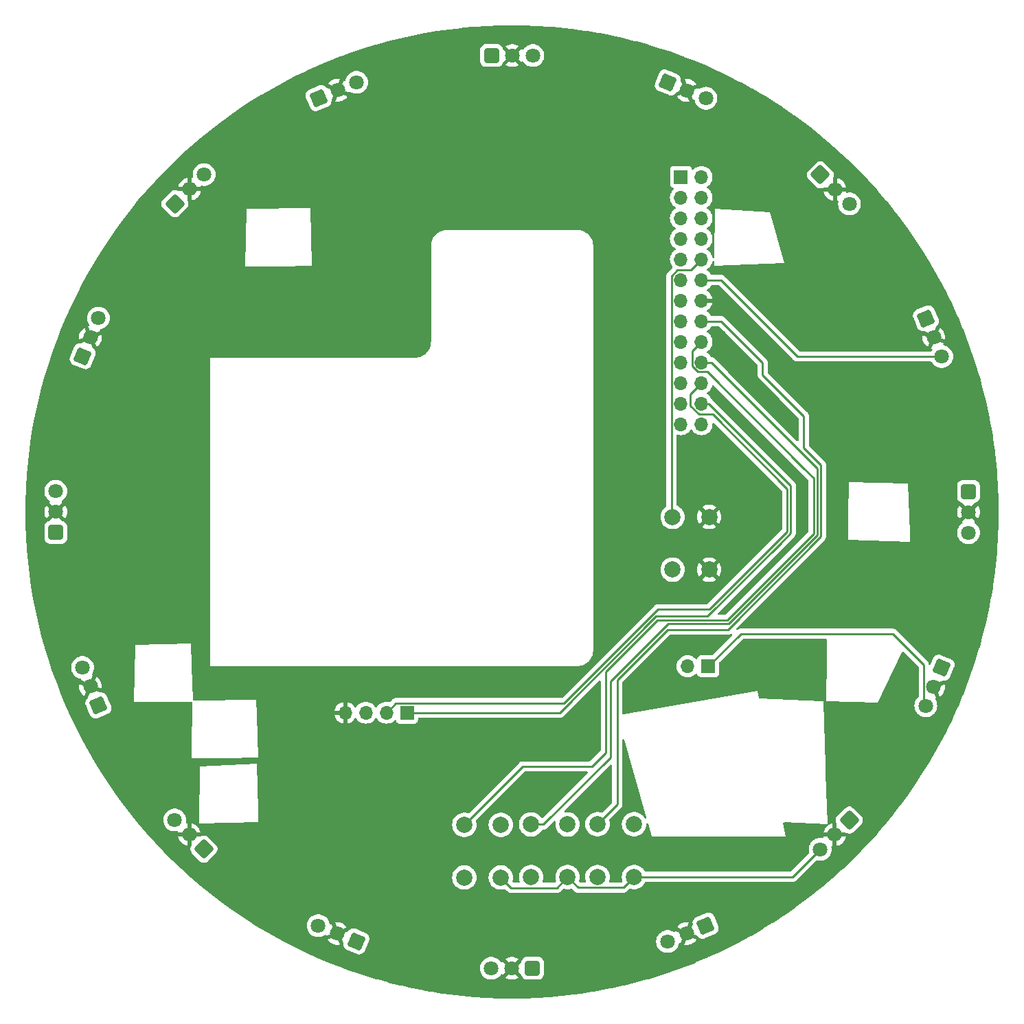
<source format=gbr>
%TF.GenerationSoftware,KiCad,Pcbnew,7.0.9*%
%TF.CreationDate,2024-12-16T17:29:33+09:00*%
%TF.ProjectId,IR_Bored_ESP32,49525f42-6f72-4656-945f-45535033322e,rev?*%
%TF.SameCoordinates,Original*%
%TF.FileFunction,Copper,L2,Bot*%
%TF.FilePolarity,Positive*%
%FSLAX46Y46*%
G04 Gerber Fmt 4.6, Leading zero omitted, Abs format (unit mm)*
G04 Created by KiCad (PCBNEW 7.0.9) date 2024-12-16 17:29:33*
%MOMM*%
%LPD*%
G01*
G04 APERTURE LIST*
G04 Aperture macros list*
%AMRoundRect*
0 Rectangle with rounded corners*
0 $1 Rounding radius*
0 $2 $3 $4 $5 $6 $7 $8 $9 X,Y pos of 4 corners*
0 Add a 4 corners polygon primitive as box body*
4,1,4,$2,$3,$4,$5,$6,$7,$8,$9,$2,$3,0*
0 Add four circle primitives for the rounded corners*
1,1,$1+$1,$2,$3*
1,1,$1+$1,$4,$5*
1,1,$1+$1,$6,$7*
1,1,$1+$1,$8,$9*
0 Add four rect primitives between the rounded corners*
20,1,$1+$1,$2,$3,$4,$5,0*
20,1,$1+$1,$4,$5,$6,$7,0*
20,1,$1+$1,$6,$7,$8,$9,0*
20,1,$1+$1,$8,$9,$2,$3,0*%
G04 Aperture macros list end*
%TA.AperFunction,ComponentPad*%
%ADD10R,1.700000X1.700000*%
%TD*%
%TA.AperFunction,ComponentPad*%
%ADD11O,1.700000X1.700000*%
%TD*%
%TA.AperFunction,ComponentPad*%
%ADD12C,2.000000*%
%TD*%
%TA.AperFunction,ComponentPad*%
%ADD13RoundRect,0.250200X-0.849005X0.351669X-0.351669X-0.849005X0.849005X-0.351669X0.351669X0.849005X0*%
%TD*%
%TA.AperFunction,ComponentPad*%
%ADD14C,1.800000*%
%TD*%
%TA.AperFunction,ComponentPad*%
%ADD15RoundRect,0.250200X0.849005X0.351669X-0.351669X0.849005X-0.849005X-0.351669X0.351669X-0.849005X0*%
%TD*%
%TA.AperFunction,ComponentPad*%
%ADD16RoundRect,0.250200X-0.351669X-0.849005X0.849005X-0.351669X0.351669X0.849005X-0.849005X0.351669X0*%
%TD*%
%TA.AperFunction,ComponentPad*%
%ADD17RoundRect,0.250200X0.351669X0.849005X-0.849005X0.351669X-0.351669X-0.849005X0.849005X-0.351669X0*%
%TD*%
%TA.AperFunction,ComponentPad*%
%ADD18RoundRect,0.250200X-0.649800X-0.649800X0.649800X-0.649800X0.649800X0.649800X-0.649800X0.649800X0*%
%TD*%
%TA.AperFunction,ComponentPad*%
%ADD19RoundRect,0.250200X-0.918956X0.000000X0.000000X-0.918956X0.918956X0.000000X0.000000X0.918956X0*%
%TD*%
%TA.AperFunction,ComponentPad*%
%ADD20RoundRect,0.250200X0.000000X0.918956X-0.918956X0.000000X0.000000X-0.918956X0.918956X0.000000X0*%
%TD*%
%TA.AperFunction,ComponentPad*%
%ADD21RoundRect,0.250200X0.000000X-0.918956X0.918956X0.000000X0.000000X0.918956X-0.918956X0.000000X0*%
%TD*%
%TA.AperFunction,ComponentPad*%
%ADD22RoundRect,0.250200X-0.849005X-0.351669X0.351669X-0.849005X0.849005X0.351669X-0.351669X0.849005X0*%
%TD*%
%TA.AperFunction,ComponentPad*%
%ADD23RoundRect,0.250200X0.649800X-0.649800X0.649800X0.649800X-0.649800X0.649800X-0.649800X-0.649800X0*%
%TD*%
%TA.AperFunction,ComponentPad*%
%ADD24RoundRect,0.250200X-0.649800X0.649800X-0.649800X-0.649800X0.649800X-0.649800X0.649800X0.649800X0*%
%TD*%
%TA.AperFunction,ComponentPad*%
%ADD25RoundRect,0.250200X0.849005X-0.351669X0.351669X0.849005X-0.849005X0.351669X-0.351669X-0.849005X0*%
%TD*%
%TA.AperFunction,ComponentPad*%
%ADD26RoundRect,0.250200X-0.351669X0.849005X-0.849005X-0.351669X0.351669X-0.849005X0.849005X0.351669X0*%
%TD*%
%TA.AperFunction,ComponentPad*%
%ADD27RoundRect,0.250200X0.649800X0.649800X-0.649800X0.649800X-0.649800X-0.649800X0.649800X-0.649800X0*%
%TD*%
%TA.AperFunction,ComponentPad*%
%ADD28RoundRect,0.250200X0.351669X-0.849005X0.849005X0.351669X-0.351669X0.849005X-0.849005X-0.351669X0*%
%TD*%
%TA.AperFunction,ComponentPad*%
%ADD29RoundRect,0.250200X0.918956X0.000000X0.000000X0.918956X-0.918956X0.000000X0.000000X-0.918956X0*%
%TD*%
%TA.AperFunction,ViaPad*%
%ADD30C,0.800000*%
%TD*%
%TA.AperFunction,Conductor*%
%ADD31C,0.250000*%
%TD*%
G04 APERTURE END LIST*
D10*
%TO.P,J1,1,Pin_1*%
%TO.N,SDA_LCD*%
X176530000Y-110410000D03*
D11*
%TO.P,J1,2,Pin_2*%
%TO.N,SCL_LCD*%
X173990000Y-110410000D03*
%TO.P,J1,3,Pin_3*%
%TO.N,+3.3V*%
X171450000Y-110410000D03*
%TO.P,J1,4,Pin_4*%
%TO.N,GND*%
X168910000Y-110410000D03*
%TD*%
D12*
%TO.P,Camera_RST,1*%
%TO.N,RST*%
X209280000Y-92770000D03*
X209280000Y-86270000D03*
%TO.P,Camera_RST,2*%
%TO.N,GND*%
X213780000Y-92770000D03*
X213780000Y-86270000D03*
%TD*%
%TO.P,SW2,1*%
%TO.N,LCD-TeensyD12*%
X191830000Y-130680000D03*
X191830000Y-124180000D03*
%TO.P,SW2,2*%
%TO.N,+3.3V*%
X196330000Y-130680000D03*
X196330000Y-124180000D03*
%TD*%
D10*
%TO.P,SW5,1*%
%TO.N,+3.3V*%
X213670000Y-104690000D03*
D11*
%TO.P,SW5,2*%
%TO.N,Start_switch*%
X211130000Y-104690000D03*
%TD*%
D10*
%TO.P,J2,1,Pin_1*%
%TO.N,D0*%
X210303800Y-44356600D03*
D11*
%TO.P,J2,2,Pin_2*%
%TO.N,D15*%
X212843800Y-44356600D03*
%TO.P,J2,3,Pin_3*%
%TO.N,D1*%
X210303800Y-46896600D03*
%TO.P,J2,4,Pin_4*%
%TO.N,D14*%
X212843800Y-46896600D03*
%TO.P,J2,5,Pin_5*%
%TO.N,D2*%
X210303800Y-49436600D03*
%TO.P,J2,6,Pin_6*%
%TO.N,D13*%
X212843800Y-49436600D03*
%TO.P,J2,7,Pin_7*%
%TO.N,D3*%
X210303800Y-51976600D03*
%TO.P,J2,8,Pin_8*%
%TO.N,D12*%
X212843800Y-51976600D03*
%TO.P,J2,9,Pin_9*%
%TO.N,D4*%
X210303800Y-54516600D03*
%TO.P,J2,10,Pin_10*%
%TO.N,RST*%
X212843800Y-54516600D03*
%TO.P,J2,11,Pin_11*%
%TO.N,D5*%
X210303800Y-57056600D03*
%TO.P,J2,12,Pin_12*%
%TO.N,+3.3V*%
X212843800Y-57056600D03*
%TO.P,J2,13,Pin_13*%
%TO.N,D6*%
X210303800Y-59596600D03*
%TO.P,J2,14,Pin_14*%
%TO.N,GND*%
X212843800Y-59596600D03*
%TO.P,J2,15,Pin_15*%
%TO.N,D7*%
X210303800Y-62136600D03*
%TO.P,J2,16,Pin_16*%
%TO.N,LCD-TeensyD10*%
X212843800Y-62136600D03*
%TO.P,J2,17,Pin_17*%
%TO.N,D8*%
X210303800Y-64676600D03*
%TO.P,J2,18,Pin_18*%
%TO.N,LCD-TeensyD11*%
X212843800Y-64676600D03*
%TO.P,J2,19,Pin_19*%
%TO.N,D9*%
X210303800Y-67216600D03*
%TO.P,J2,20,Pin_20*%
%TO.N,LCD-TeensyD12*%
X212843800Y-67216600D03*
%TO.P,J2,21,Pin_21*%
%TO.N,D10*%
X210303800Y-69756600D03*
%TO.P,J2,22,Pin_22*%
%TO.N,SCL_LCD*%
X212843800Y-69756600D03*
%TO.P,J2,23,Pin_23*%
%TO.N,D11*%
X210303800Y-72296600D03*
%TO.P,J2,24,Pin_24*%
%TO.N,SDA_LCD*%
X212843800Y-72296600D03*
%TO.P,J2,25,Pin_25*%
%TO.N,Start_switch*%
X210303800Y-74836600D03*
%TO.P,J2,26,Pin_26*%
%TO.N,unconnected-(J2-Pin_26-Pad26)*%
X212843800Y-74836600D03*
%TD*%
D12*
%TO.P,SW1,1*%
%TO.N,LCD-TeensyD11*%
X183600000Y-130720000D03*
X183600000Y-124220000D03*
%TO.P,SW1,2*%
%TO.N,+3.3V*%
X188100000Y-130720000D03*
X188100000Y-124220000D03*
%TD*%
%TO.P,SW3,1*%
%TO.N,LCD-TeensyD10*%
X200020000Y-130650000D03*
X200020000Y-124150000D03*
%TO.P,SW3,2*%
%TO.N,+3.3V*%
X204520000Y-130650000D03*
X204520000Y-124150000D03*
%TD*%
D13*
%TO.P,U13,1,OUT*%
%TO.N,IRout13*%
X240504024Y-61797671D03*
D14*
%TO.P,U13,2,GND*%
%TO.N,GND*%
X241476040Y-64144325D03*
%TO.P,U13,3,Vs*%
%TO.N,+3.3V*%
X242448056Y-66490979D03*
%TD*%
D15*
%TO.P,U7,1,OUT*%
%TO.N,IRout7*%
X170288024Y-138598749D03*
D14*
%TO.P,U7,2,GND*%
%TO.N,GND*%
X167941370Y-137626733D03*
%TO.P,U7,3,Vs*%
%TO.N,+3.3V*%
X165594716Y-136654717D03*
%TD*%
D16*
%TO.P,U1,1,OUT*%
%TO.N,IRout1*%
X165631671Y-34641976D03*
D14*
%TO.P,U1,2,GND*%
%TO.N,GND*%
X167978325Y-33669960D03*
%TO.P,U1,3,Vs*%
%TO.N,+3.3V*%
X170324979Y-32697944D03*
%TD*%
D17*
%TO.P,U9,1,OUT*%
%TO.N,IRout9*%
X213348329Y-136670024D03*
D14*
%TO.P,U9,2,GND*%
%TO.N,GND*%
X211001675Y-137642040D03*
%TO.P,U9,3,Vs*%
%TO.N,+3.3V*%
X208655021Y-138614056D03*
%TD*%
D18*
%TO.P,U17,1,OUT*%
%TO.N,IRout0*%
X186970000Y-29395000D03*
D14*
%TO.P,U17,2,GND*%
%TO.N,GND*%
X189510000Y-29395000D03*
%TO.P,U17,3,Vs*%
%TO.N,+3.3V*%
X192050000Y-29395000D03*
%TD*%
D19*
%TO.P,U14,1,OUT*%
%TO.N,IRout14*%
X227490626Y-44091556D03*
D14*
%TO.P,U14,2,GND*%
%TO.N,GND*%
X229286677Y-45887607D03*
%TO.P,U14,3,Vs*%
%TO.N,+3.3V*%
X231082728Y-47683658D03*
%TD*%
D20*
%TO.P,U10,1,OUT*%
%TO.N,IRout10*%
X231054444Y-123656625D03*
D14*
%TO.P,U10,2,GND*%
%TO.N,GND*%
X229258393Y-125452676D03*
%TO.P,U10,3,Vs*%
%TO.N,+3.3V*%
X227462342Y-127248727D03*
%TD*%
D21*
%TO.P,U2,1,OUT*%
%TO.N,IRout2*%
X147925556Y-47655375D03*
D14*
%TO.P,U2,2,GND*%
%TO.N,GND*%
X149721607Y-45859324D03*
%TO.P,U2,3,Vs*%
%TO.N,+3.3V*%
X151517658Y-44063273D03*
%TD*%
D22*
%TO.P,U15,1,OUT*%
%TO.N,IRout15*%
X208691976Y-32713251D03*
D14*
%TO.P,U15,2,GND*%
%TO.N,GND*%
X211038630Y-33685267D03*
%TO.P,U15,3,Vs*%
%TO.N,+3.3V*%
X213385284Y-34657283D03*
%TD*%
D23*
%TO.P,U4,1,OUT*%
%TO.N,IRout4*%
X133229000Y-88176000D03*
D14*
%TO.P,U4,2,GND*%
%TO.N,GND*%
X133229000Y-85636000D03*
%TO.P,U4,3,Vs*%
%TO.N,+3.3V*%
X133229000Y-83096000D03*
%TD*%
D24*
%TO.P,U12,1,OUT*%
%TO.N,IRout12*%
X245751001Y-83136000D03*
D14*
%TO.P,U12,2,GND*%
%TO.N,GND*%
X245751001Y-85676000D03*
%TO.P,U12,3,Vs*%
%TO.N,+3.3V*%
X245751001Y-88216000D03*
%TD*%
D25*
%TO.P,U5,1,OUT*%
%TO.N,IRout5*%
X138475976Y-109514329D03*
D14*
%TO.P,U5,2,GND*%
%TO.N,GND*%
X137503960Y-107167675D03*
%TO.P,U5,3,Vs*%
%TO.N,+3.3V*%
X136531944Y-104821021D03*
%TD*%
D26*
%TO.P,U11,1,OUT*%
%TO.N,IRout11*%
X242432749Y-104857976D03*
D14*
%TO.P,U11,2,GND*%
%TO.N,GND*%
X241460733Y-107204630D03*
%TO.P,U11,3,Vs*%
%TO.N,+3.3V*%
X240488717Y-109551284D03*
%TD*%
D27*
%TO.P,U8,1,OUT*%
%TO.N,IRout8*%
X192010000Y-141917000D03*
D14*
%TO.P,U8,2,GND*%
%TO.N,GND*%
X189470000Y-141917000D03*
%TO.P,U8,3,Vs*%
%TO.N,+3.3V*%
X186930000Y-141917000D03*
%TD*%
D28*
%TO.P,U3,1,OUT*%
%TO.N,IRout3*%
X136547251Y-66454024D03*
D14*
%TO.P,U3,2,GND*%
%TO.N,GND*%
X137519267Y-64107370D03*
%TO.P,U3,3,Vs*%
%TO.N,+3.3V*%
X138491283Y-61760716D03*
%TD*%
D29*
%TO.P,U6,1,OUT*%
%TO.N,IRout6*%
X151489375Y-127220444D03*
D14*
%TO.P,U6,2,GND*%
%TO.N,GND*%
X149693324Y-125424393D03*
%TO.P,U6,3,Vs*%
%TO.N,+3.3V*%
X147897273Y-123628342D03*
%TD*%
D30*
%TO.N,GND*%
X229209600Y-111531400D03*
X205384400Y-109016800D03*
X207492600Y-45339000D03*
X214807800Y-71145400D03*
X139830000Y-78070000D03*
X229790000Y-43770000D03*
X207850000Y-141580000D03*
X246490000Y-101890000D03*
X237390000Y-81010000D03*
X238226600Y-106400600D03*
X131400000Y-85030000D03*
X158140000Y-35580000D03*
X248980000Y-88420000D03*
X170240000Y-43290000D03*
X141570000Y-80980000D03*
X246580000Y-69410000D03*
X196110000Y-32020000D03*
X174120000Y-142670000D03*
X224370000Y-76130000D03*
X202120000Y-28390000D03*
X230960000Y-126200000D03*
X214553800Y-60782200D03*
X150060000Y-64200000D03*
X247650000Y-86490000D03*
X210769200Y-37363400D03*
X240360000Y-55770000D03*
X220830000Y-86050000D03*
X138580000Y-115650000D03*
X227609400Y-129235200D03*
X171970000Y-29410000D03*
X163850000Y-138100000D03*
X222720000Y-79100000D03*
X211430000Y-41500000D03*
X212000000Y-31830000D03*
X131080000Y-93320000D03*
X232040000Y-75830000D03*
X216310000Y-33230000D03*
X137600000Y-57390000D03*
X133060000Y-103140000D03*
X131920000Y-71420000D03*
X208710000Y-40720000D03*
X224380000Y-37750000D03*
X226420000Y-124740000D03*
X234442000Y-123698000D03*
X220620000Y-82860000D03*
X166550000Y-32380000D03*
X215440000Y-63710000D03*
X241220000Y-114610000D03*
X179690000Y-27190000D03*
X243340000Y-107960000D03*
%TD*%
D31*
%TO.N,+3.3V*%
X236402216Y-100675438D02*
X240235733Y-104508955D01*
X217684562Y-100675438D02*
X236402216Y-100675438D01*
X242448056Y-66490979D02*
X224656779Y-66490979D01*
X188100000Y-130720000D02*
X189385000Y-132005000D01*
X224061069Y-130650000D02*
X227462342Y-127248727D01*
X224656779Y-66490979D02*
X215222400Y-57056600D01*
X240235733Y-104508955D02*
X240235733Y-109298300D01*
X204520000Y-130650000D02*
X224061069Y-130650000D01*
X213670000Y-104690000D02*
X217684562Y-100675438D01*
X195005000Y-132005000D02*
X196330000Y-130680000D01*
X196330000Y-130680000D02*
X197625000Y-131975000D01*
X240235733Y-109298300D02*
X240488717Y-109551284D01*
X197625000Y-131975000D02*
X203047600Y-131975000D01*
X189385000Y-132005000D02*
X195005000Y-132005000D01*
X203195000Y-131975000D02*
X204520000Y-130650000D01*
X215222400Y-57056600D02*
X212843800Y-57056600D01*
X203047600Y-131975000D02*
X203195000Y-131975000D01*
%TO.N,SDA_LCD*%
X176530000Y-110410000D02*
X195359391Y-110410000D01*
X212843800Y-72296600D02*
X213758200Y-72296600D01*
X213576396Y-98530000D02*
X222513198Y-89593198D01*
X223836701Y-82375101D02*
X223836701Y-88269695D01*
X213758200Y-72296600D02*
X223836701Y-82375101D01*
X195359391Y-110410000D02*
X207239391Y-98530000D01*
X207239391Y-98530000D02*
X213576396Y-98530000D01*
X223836701Y-88269695D02*
X222513198Y-89593198D01*
%TO.N,SCL_LCD*%
X213810000Y-97660000D02*
X222285000Y-89185000D01*
X223386701Y-82796701D02*
X223386701Y-88083299D01*
X213090000Y-73640000D02*
X214230000Y-73640000D01*
X195897995Y-109235000D02*
X175165000Y-109235000D01*
X212843800Y-69756600D02*
X211478800Y-71121600D01*
X175165000Y-109235000D02*
X173990000Y-110410000D01*
X211478800Y-72593301D02*
X212525499Y-73640000D01*
X211478800Y-71121600D02*
X211478800Y-72593301D01*
X212525499Y-73640000D02*
X213090000Y-73640000D01*
X214230000Y-73640000D02*
X223386701Y-82796701D01*
X213810000Y-97660000D02*
X207472995Y-97660000D01*
X223386701Y-88083299D02*
X222285000Y-89185000D01*
X207472995Y-97660000D02*
X195897995Y-109235000D01*
%TO.N,LCD-TeensyD11*%
X201030000Y-105375788D02*
X201030000Y-115310000D01*
X226660000Y-81480000D02*
X226660000Y-88321701D01*
X199310000Y-117030000D02*
X190790000Y-117030000D01*
X213571600Y-68391600D02*
X225535000Y-80355000D01*
X225440000Y-80260000D02*
X226660000Y-81480000D01*
X216001701Y-98980000D02*
X207425787Y-98980000D01*
X207425787Y-98980000D02*
X201030000Y-105375788D01*
X211668800Y-65851600D02*
X211668800Y-67703301D01*
X212843800Y-64676600D02*
X211668800Y-65851600D01*
X211668800Y-67703301D02*
X212357099Y-68391600D01*
X226660000Y-88321701D02*
X216001701Y-98980000D01*
X201030000Y-115310000D02*
X199310000Y-117030000D01*
X212357099Y-68391600D02*
X213571600Y-68391600D01*
X190790000Y-117030000D02*
X183600000Y-124220000D01*
%TO.N,LCD-TeensyD12*%
X212843800Y-67216600D02*
X214058300Y-67216600D01*
X214058300Y-67216600D02*
X215715850Y-68874150D01*
X209430000Y-99430000D02*
X216188097Y-99430000D01*
X202811802Y-105381802D02*
X208763604Y-99430000D01*
X201630000Y-115920000D02*
X201630000Y-106563604D01*
X216188097Y-99430000D02*
X227110000Y-88508097D01*
X193370000Y-124180000D02*
X201630000Y-115920000D01*
X227110000Y-80268299D02*
X215715850Y-68874150D01*
X227110000Y-88508097D02*
X227110000Y-80268299D01*
X201630000Y-106563604D02*
X202811802Y-105381802D01*
X208763604Y-99430000D02*
X209430000Y-99430000D01*
X191830000Y-124180000D02*
X193370000Y-124180000D01*
%TO.N,LCD-TeensyD10*%
X215266600Y-62136600D02*
X220380000Y-67250000D01*
X220380000Y-67250000D02*
X220380000Y-68758400D01*
X212843800Y-62136600D02*
X215266600Y-62136600D01*
X225440000Y-73818400D02*
X225440000Y-77720000D01*
X227560000Y-88694493D02*
X216084493Y-100170000D01*
X227560000Y-79840000D02*
X227560000Y-88694493D01*
X225440000Y-77720000D02*
X227560000Y-79840000D01*
X201175600Y-122994400D02*
X200020000Y-124150000D01*
X202440000Y-121730000D02*
X201175600Y-122994400D01*
X208660000Y-100170000D02*
X202440000Y-106390000D01*
X216084493Y-100170000D02*
X208660000Y-100170000D01*
X202440000Y-106390000D02*
X202440000Y-121730000D01*
X220380000Y-68758400D02*
X225440000Y-73818400D01*
%TO.N,RST*%
X209858699Y-55840000D02*
X211520400Y-55840000D01*
X209280000Y-86270000D02*
X209128800Y-86118800D01*
X209128800Y-56569899D02*
X209858699Y-55840000D01*
X211520400Y-55840000D02*
X212843800Y-54516600D01*
X209128800Y-86118800D02*
X209128800Y-56569899D01*
%TD*%
%TA.AperFunction,Conductor*%
%TO.N,GND*%
G36*
X214314803Y-70031954D02*
G01*
X214353672Y-70058262D01*
X225998181Y-81702771D01*
X226031666Y-81764094D01*
X226034500Y-81790452D01*
X226034500Y-88011248D01*
X226014815Y-88078287D01*
X225998181Y-88098929D01*
X215778929Y-98318181D01*
X215717606Y-98351666D01*
X215691248Y-98354500D01*
X214935848Y-98354500D01*
X214868809Y-98334815D01*
X214823054Y-98282011D01*
X214813110Y-98212853D01*
X214842135Y-98149297D01*
X214848167Y-98142819D01*
X223041877Y-89949109D01*
X223041889Y-89949095D01*
X224220488Y-88770497D01*
X224232743Y-88760681D01*
X224232560Y-88760459D01*
X224238567Y-88755487D01*
X224238578Y-88755481D01*
X224277252Y-88714297D01*
X224285928Y-88705059D01*
X224296372Y-88694613D01*
X224306821Y-88684166D01*
X224311080Y-88678673D01*
X224314853Y-88674256D01*
X224346763Y-88640277D01*
X224356416Y-88622715D01*
X224367090Y-88606465D01*
X224379374Y-88590631D01*
X224397881Y-88547862D01*
X224400450Y-88542619D01*
X224422897Y-88501788D01*
X224422898Y-88501787D01*
X224427878Y-88482386D01*
X224434179Y-88463983D01*
X224442139Y-88445591D01*
X224449431Y-88399544D01*
X224450612Y-88393847D01*
X224462201Y-88348714D01*
X224462201Y-88328678D01*
X224463728Y-88309277D01*
X224466861Y-88289499D01*
X224462476Y-88243110D01*
X224462201Y-88237272D01*
X224462201Y-82457843D01*
X224463925Y-82442223D01*
X224463640Y-82442197D01*
X224464372Y-82434441D01*
X224464374Y-82434434D01*
X224462201Y-82365286D01*
X224462201Y-82335751D01*
X224461332Y-82328873D01*
X224460873Y-82323044D01*
X224459410Y-82276473D01*
X224453823Y-82257245D01*
X224449875Y-82238185D01*
X224447365Y-82218309D01*
X224447364Y-82218307D01*
X224447364Y-82218305D01*
X224430213Y-82174988D01*
X224428320Y-82169459D01*
X224415319Y-82124710D01*
X224415317Y-82124707D01*
X224405124Y-82107472D01*
X224396562Y-82089995D01*
X224389188Y-82071371D01*
X224389187Y-82071369D01*
X224361780Y-82033646D01*
X224358589Y-82028787D01*
X224346764Y-82008792D01*
X224334871Y-81988681D01*
X224334869Y-81988679D01*
X224334866Y-81988675D01*
X224320707Y-81974516D01*
X224308069Y-81959720D01*
X224296295Y-81943514D01*
X224267304Y-81919531D01*
X224260389Y-81913810D01*
X224256077Y-81909887D01*
X214259003Y-71912812D01*
X214249180Y-71900550D01*
X214248959Y-71900734D01*
X214243986Y-71894723D01*
X214193564Y-71847373D01*
X214183119Y-71836928D01*
X214172675Y-71826483D01*
X214167186Y-71822225D01*
X214162761Y-71818447D01*
X214128782Y-71786538D01*
X214120304Y-71781877D01*
X214071041Y-71732334D01*
X214067659Y-71725619D01*
X214017835Y-71618771D01*
X214017833Y-71618768D01*
X214017832Y-71618766D01*
X213882294Y-71425197D01*
X213715202Y-71258106D01*
X213715196Y-71258101D01*
X213529642Y-71128175D01*
X213486017Y-71073598D01*
X213478823Y-71004100D01*
X213510346Y-70941745D01*
X213529642Y-70925025D01*
X213551826Y-70909491D01*
X213715201Y-70795095D01*
X213882295Y-70628001D01*
X214017835Y-70434430D01*
X214117703Y-70220263D01*
X214146216Y-70113850D01*
X214182581Y-70054189D01*
X214245427Y-70023660D01*
X214314803Y-70031954D01*
G37*
%TD.AperFunction*%
%TA.AperFunction,Conductor*%
G36*
X215023187Y-62781785D02*
G01*
X215043829Y-62798419D01*
X219718181Y-67472771D01*
X219751666Y-67534094D01*
X219754500Y-67560452D01*
X219754500Y-68675655D01*
X219752775Y-68691272D01*
X219753061Y-68691299D01*
X219752326Y-68699065D01*
X219754500Y-68768214D01*
X219754500Y-68797743D01*
X219754501Y-68797760D01*
X219755368Y-68804631D01*
X219755826Y-68810450D01*
X219757290Y-68857024D01*
X219757291Y-68857027D01*
X219762880Y-68876267D01*
X219766824Y-68895311D01*
X219769336Y-68915191D01*
X219786490Y-68958519D01*
X219788382Y-68964047D01*
X219801381Y-69008788D01*
X219811580Y-69026034D01*
X219820138Y-69043503D01*
X219827514Y-69062132D01*
X219854898Y-69099823D01*
X219858106Y-69104707D01*
X219881827Y-69144816D01*
X219881833Y-69144824D01*
X219895990Y-69158980D01*
X219908628Y-69173776D01*
X219920405Y-69189986D01*
X219920406Y-69189987D01*
X219956309Y-69219688D01*
X219960620Y-69223610D01*
X222450728Y-71713718D01*
X224778181Y-74041171D01*
X224811666Y-74102494D01*
X224814500Y-74128852D01*
X224814500Y-76788846D01*
X224794815Y-76855885D01*
X224742011Y-76901640D01*
X224672853Y-76911584D01*
X224609297Y-76882559D01*
X224602819Y-76876527D01*
X216129085Y-68402793D01*
X216129046Y-68402756D01*
X214559103Y-66832812D01*
X214549280Y-66820550D01*
X214549059Y-66820734D01*
X214544086Y-66814723D01*
X214514401Y-66786847D01*
X214493664Y-66767373D01*
X214483219Y-66756928D01*
X214472775Y-66746483D01*
X214467286Y-66742225D01*
X214462861Y-66738447D01*
X214428882Y-66706538D01*
X214428880Y-66706536D01*
X214428877Y-66706535D01*
X214411329Y-66696888D01*
X214395063Y-66686204D01*
X214379236Y-66673927D01*
X214379235Y-66673926D01*
X214379233Y-66673925D01*
X214336468Y-66655418D01*
X214331222Y-66652848D01*
X214290393Y-66630403D01*
X214290392Y-66630402D01*
X214270993Y-66625422D01*
X214252581Y-66619118D01*
X214234198Y-66611162D01*
X214234192Y-66611160D01*
X214188174Y-66603872D01*
X214182452Y-66602687D01*
X214137321Y-66591100D01*
X214137319Y-66591100D01*
X214119026Y-66591100D01*
X214051987Y-66571415D01*
X214017451Y-66538223D01*
X214015119Y-66534893D01*
X213882295Y-66345199D01*
X213882294Y-66345197D01*
X213715202Y-66178106D01*
X213715196Y-66178101D01*
X213529642Y-66048175D01*
X213486017Y-65993598D01*
X213478823Y-65924100D01*
X213510346Y-65861745D01*
X213529642Y-65845025D01*
X213637070Y-65769803D01*
X213715201Y-65715095D01*
X213882295Y-65548001D01*
X214017835Y-65354430D01*
X214117703Y-65140263D01*
X214178863Y-64912008D01*
X214199459Y-64676600D01*
X214197834Y-64658032D01*
X214192261Y-64594325D01*
X214178863Y-64441192D01*
X214117703Y-64212937D01*
X214017835Y-63998771D01*
X214012225Y-63990758D01*
X213882294Y-63805197D01*
X213715202Y-63638106D01*
X213715196Y-63638101D01*
X213529642Y-63508175D01*
X213486017Y-63453598D01*
X213478823Y-63384100D01*
X213510346Y-63321745D01*
X213529642Y-63305025D01*
X213674036Y-63203919D01*
X213715201Y-63175095D01*
X213882295Y-63008001D01*
X214017452Y-62814977D01*
X214072029Y-62771352D01*
X214119027Y-62762100D01*
X214956148Y-62762100D01*
X215023187Y-62781785D01*
G37*
%TD.AperFunction*%
%TA.AperFunction,Conductor*%
G36*
X190913236Y-25674825D02*
G01*
X191076092Y-25677985D01*
X192452948Y-25731194D01*
X192622165Y-25738856D01*
X193991045Y-25827102D01*
X194166210Y-25839578D01*
X195526299Y-25962493D01*
X195707109Y-25980080D01*
X197057909Y-26137313D01*
X197243850Y-26160266D01*
X198476449Y-26336014D01*
X198584506Y-26351422D01*
X198775473Y-26380025D01*
X200105531Y-26604753D01*
X200300825Y-26639189D01*
X201619619Y-26897103D01*
X201819047Y-26937610D01*
X203125884Y-27228310D01*
X203328989Y-27275062D01*
X204623325Y-27598170D01*
X204829709Y-27651330D01*
X206110968Y-28006458D01*
X206320245Y-28066174D01*
X207587638Y-28452862D01*
X207799647Y-28519332D01*
X209052550Y-28937153D01*
X209266752Y-29010444D01*
X210504553Y-29458962D01*
X210673605Y-29521733D01*
X210720798Y-29539256D01*
X211942926Y-30018041D01*
X212100481Y-30081224D01*
X212160653Y-30105355D01*
X213366512Y-30613957D01*
X213585437Y-30708392D01*
X214774441Y-31246355D01*
X214994176Y-31347956D01*
X216165720Y-31914798D01*
X216385942Y-32023622D01*
X217316155Y-32503639D01*
X217539324Y-32618801D01*
X217759859Y-32734966D01*
X218894655Y-33358065D01*
X219113762Y-33480818D01*
X219114882Y-33481445D01*
X219870371Y-33921961D01*
X220230482Y-34131937D01*
X220441341Y-34257339D01*
X220450267Y-34262647D01*
X220724834Y-34432364D01*
X221546073Y-34939994D01*
X221752278Y-35069960D01*
X221765033Y-35077998D01*
X222840594Y-35781738D01*
X223058325Y-35926968D01*
X224112979Y-36656485D01*
X224252293Y-36754707D01*
X224329309Y-36809006D01*
X225362561Y-37563780D01*
X225577098Y-37723497D01*
X226588495Y-38503024D01*
X226694543Y-38586319D01*
X226800866Y-38669832D01*
X227789897Y-39473549D01*
X227999817Y-39647392D01*
X228966003Y-40474747D01*
X229173165Y-40655537D01*
X230115904Y-41505849D01*
X230320171Y-41693633D01*
X230875791Y-42221351D01*
X231239063Y-42566380D01*
X231439930Y-42760857D01*
X232334564Y-43655491D01*
X232507647Y-43831964D01*
X232531830Y-43856620D01*
X232838306Y-44179300D01*
X233401669Y-44772451D01*
X233595121Y-44980171D01*
X234017921Y-45448928D01*
X234439780Y-45916643D01*
X234629052Y-46130715D01*
X235448086Y-47087184D01*
X235576355Y-47240049D01*
X235633009Y-47307567D01*
X236425937Y-48283321D01*
X236606279Y-48509892D01*
X236741294Y-48685067D01*
X237320532Y-49436600D01*
X237372685Y-49504265D01*
X237499262Y-49672013D01*
X237548211Y-49736883D01*
X238273010Y-50729100D01*
X238287759Y-50749290D01*
X238340569Y-50823175D01*
X238458194Y-50987742D01*
X239170546Y-52017580D01*
X239335583Y-52261576D01*
X239828610Y-53015093D01*
X239913624Y-53145025D01*
X240020360Y-53308154D01*
X240179878Y-53557658D01*
X240836676Y-54620221D01*
X240990452Y-54875025D01*
X241618995Y-55952984D01*
X241766781Y-56212822D01*
X242366701Y-57305402D01*
X242405033Y-57377046D01*
X242508375Y-57570199D01*
X243079417Y-58676805D01*
X243214701Y-58946177D01*
X243756574Y-60066116D01*
X243885318Y-60339894D01*
X244397735Y-61472439D01*
X244519784Y-61750424D01*
X245002480Y-62894861D01*
X245117669Y-63176810D01*
X245570407Y-64332451D01*
X245678578Y-64618102D01*
X246101121Y-65784218D01*
X246202151Y-66073373D01*
X246594245Y-67249130D01*
X246688053Y-67541696D01*
X247049514Y-68726408D01*
X247135913Y-69021941D01*
X247466564Y-70214892D01*
X247545484Y-70513279D01*
X247845152Y-71713718D01*
X247916461Y-72014595D01*
X248185006Y-73221834D01*
X248248623Y-73524980D01*
X248485899Y-74738250D01*
X248541736Y-75043371D01*
X248747608Y-76261823D01*
X248777226Y-76451200D01*
X248795626Y-76568848D01*
X248970007Y-77791852D01*
X249010106Y-78100285D01*
X249152909Y-79327124D01*
X249185040Y-79636679D01*
X249296189Y-80866576D01*
X249320324Y-81177085D01*
X249399757Y-82409263D01*
X249415863Y-82720416D01*
X249463540Y-83954135D01*
X249471597Y-84265684D01*
X249489500Y-85656000D01*
X249471597Y-87046315D01*
X249463540Y-87357864D01*
X249415863Y-88591583D01*
X249399757Y-88902736D01*
X249320324Y-90134914D01*
X249296189Y-90445423D01*
X249185040Y-91675320D01*
X249152909Y-91984875D01*
X249010106Y-93211714D01*
X248970007Y-93520147D01*
X248795626Y-94743151D01*
X248772760Y-94889358D01*
X248747618Y-95050112D01*
X248669986Y-95509577D01*
X248541736Y-96268628D01*
X248485899Y-96573749D01*
X248248623Y-97787019D01*
X248185006Y-98090165D01*
X247916461Y-99297404D01*
X247845152Y-99598281D01*
X247545484Y-100798720D01*
X247466564Y-101097107D01*
X247135913Y-102290058D01*
X247049514Y-102585591D01*
X246688053Y-103770303D01*
X246594245Y-104062869D01*
X246202151Y-105238626D01*
X246101121Y-105527781D01*
X245678578Y-106693897D01*
X245570407Y-106979548D01*
X245117669Y-108135189D01*
X245002480Y-108417138D01*
X244519784Y-109561575D01*
X244397735Y-109839560D01*
X243885318Y-110972105D01*
X243756574Y-111245883D01*
X243214701Y-112365822D01*
X243079417Y-112635194D01*
X242508375Y-113741800D01*
X242366715Y-114006572D01*
X241766781Y-115099177D01*
X241618995Y-115359015D01*
X240990452Y-116436974D01*
X240836676Y-116691778D01*
X240179878Y-117754341D01*
X240020360Y-118003845D01*
X239335583Y-119050423D01*
X239170546Y-119294419D01*
X238458194Y-120324257D01*
X238287775Y-120562687D01*
X237548225Y-121575098D01*
X237372698Y-121807717D01*
X236606279Y-122802107D01*
X236425937Y-123028678D01*
X235633009Y-124004432D01*
X235448083Y-124224820D01*
X234629061Y-125181274D01*
X234439780Y-125395356D01*
X233595134Y-126331814D01*
X233401669Y-126539548D01*
X232531838Y-127455371D01*
X232334564Y-127656508D01*
X231439930Y-128551142D01*
X231239063Y-128745619D01*
X230320160Y-129618377D01*
X230115919Y-129806137D01*
X229173165Y-130656462D01*
X228966003Y-130837252D01*
X227999817Y-131664607D01*
X227789907Y-131838443D01*
X226800868Y-132642166D01*
X226588495Y-132808975D01*
X225577098Y-133588502D01*
X225362561Y-133748219D01*
X224329309Y-134502993D01*
X224112983Y-134655511D01*
X223058325Y-135385032D01*
X222840559Y-135530284D01*
X221765043Y-136233994D01*
X221546073Y-136372005D01*
X220450277Y-137049346D01*
X220230482Y-137180062D01*
X219114890Y-137830549D01*
X218894642Y-137953941D01*
X217759858Y-138577033D01*
X217539324Y-138693198D01*
X216385957Y-139288370D01*
X216165655Y-139397232D01*
X214994168Y-139964047D01*
X214774391Y-140065667D01*
X213952475Y-140437541D01*
X213585450Y-140603601D01*
X213513300Y-140634724D01*
X213366472Y-140698059D01*
X212160653Y-141206644D01*
X211942895Y-141293970D01*
X210720800Y-141772742D01*
X210504572Y-141853030D01*
X209266784Y-142301543D01*
X209052513Y-142374858D01*
X207799666Y-142792661D01*
X207587542Y-142859167D01*
X206320277Y-143245815D01*
X206110906Y-143305558D01*
X204829754Y-143660656D01*
X204623293Y-143713837D01*
X203328989Y-144036937D01*
X203125872Y-144083692D01*
X201819043Y-144374390D01*
X201619552Y-144414910D01*
X200300835Y-144672808D01*
X200105487Y-144707253D01*
X198775470Y-144931975D01*
X198584506Y-144960577D01*
X197243872Y-145151730D01*
X197057798Y-145174699D01*
X195707115Y-145331918D01*
X195526283Y-145349507D01*
X194166225Y-145472419D01*
X193990955Y-145484903D01*
X192622209Y-145573141D01*
X192452888Y-145580808D01*
X191076097Y-145634014D01*
X190913088Y-145637175D01*
X189528951Y-145654998D01*
X189372503Y-145653987D01*
X187981740Y-145636079D01*
X187832342Y-145631248D01*
X186435515Y-145577268D01*
X186293530Y-145568998D01*
X184891352Y-145478605D01*
X184756997Y-145467288D01*
X183350204Y-145340153D01*
X183223974Y-145326225D01*
X181813136Y-145162004D01*
X181695335Y-145145914D01*
X180281177Y-144944278D01*
X180172139Y-144926502D01*
X178755274Y-144687107D01*
X178655574Y-144668195D01*
X177236583Y-144390686D01*
X177146221Y-144371112D01*
X175854126Y-144083692D01*
X175725995Y-144055190D01*
X175695069Y-144047648D01*
X175645486Y-144035558D01*
X174224542Y-143680845D01*
X174207795Y-143676299D01*
X174154279Y-143661774D01*
X172912177Y-143317500D01*
X172733230Y-143267901D01*
X172673549Y-143250033D01*
X171253110Y-142816651D01*
X171214778Y-142804087D01*
X171204099Y-142800586D01*
X169922813Y-142373300D01*
X169785028Y-142327351D01*
X169776427Y-142324283D01*
X169747360Y-142313916D01*
X169689656Y-142293007D01*
X169572621Y-142250599D01*
X168651988Y-141917006D01*
X185524700Y-141917006D01*
X185543864Y-142148297D01*
X185543866Y-142148308D01*
X185600842Y-142373300D01*
X185694075Y-142585848D01*
X185821016Y-142780147D01*
X185821019Y-142780151D01*
X185821021Y-142780153D01*
X185978216Y-142950913D01*
X185978219Y-142950915D01*
X185978222Y-142950918D01*
X186161365Y-143093464D01*
X186161371Y-143093468D01*
X186161374Y-143093470D01*
X186283697Y-143159668D01*
X186364652Y-143203479D01*
X186365497Y-143203936D01*
X186479487Y-143243068D01*
X186585015Y-143279297D01*
X186585017Y-143279297D01*
X186585019Y-143279298D01*
X186813951Y-143317500D01*
X186813952Y-143317500D01*
X187046048Y-143317500D01*
X187046049Y-143317500D01*
X187274981Y-143279298D01*
X187494503Y-143203936D01*
X187698626Y-143093470D01*
X187881784Y-142950913D01*
X188038979Y-142780153D01*
X188096489Y-142692126D01*
X188149635Y-142646770D01*
X188218866Y-142637346D01*
X188282202Y-142666848D01*
X188304107Y-142692126D01*
X188318812Y-142714633D01*
X189025550Y-142007896D01*
X189026327Y-142018265D01*
X189075887Y-142144541D01*
X189160465Y-142250599D01*
X189272547Y-142327016D01*
X189380299Y-142360253D01*
X188671199Y-143069351D01*
X188701650Y-143093050D01*
X188905697Y-143203476D01*
X188905706Y-143203479D01*
X189125139Y-143278811D01*
X189353993Y-143317000D01*
X189586007Y-143317000D01*
X189814860Y-143278811D01*
X190034293Y-143203479D01*
X190034302Y-143203476D01*
X190238350Y-143093050D01*
X190268798Y-143069351D01*
X189558231Y-142358784D01*
X189604138Y-142351865D01*
X189726357Y-142293007D01*
X189825798Y-142200740D01*
X189893625Y-142083260D01*
X189911499Y-142004946D01*
X190596156Y-142689603D01*
X190626181Y-142738280D01*
X190675203Y-142886220D01*
X190767330Y-143035581D01*
X190891419Y-143159670D01*
X191040780Y-143251797D01*
X191123771Y-143279297D01*
X191207361Y-143306996D01*
X191244236Y-143310763D01*
X191310174Y-143317500D01*
X191310178Y-143317500D01*
X192709822Y-143317500D01*
X192709826Y-143317500D01*
X192812638Y-143306996D01*
X192979220Y-143251797D01*
X193128581Y-143159670D01*
X193252670Y-143035581D01*
X193344797Y-142886220D01*
X193399996Y-142719638D01*
X193410500Y-142616826D01*
X193410500Y-141217174D01*
X193399996Y-141114362D01*
X193344797Y-140947780D01*
X193252670Y-140798419D01*
X193128581Y-140674330D01*
X192979220Y-140582203D01*
X192979217Y-140582202D01*
X192812638Y-140527003D01*
X192709833Y-140516500D01*
X192709826Y-140516500D01*
X191310174Y-140516500D01*
X191310166Y-140516500D01*
X191207361Y-140527003D01*
X191040782Y-140582202D01*
X191040777Y-140582204D01*
X190891417Y-140674331D01*
X190767331Y-140798417D01*
X190675204Y-140947777D01*
X190675202Y-140947782D01*
X190626182Y-141095717D01*
X190596157Y-141144394D01*
X189914449Y-141826102D01*
X189913673Y-141815735D01*
X189864113Y-141689459D01*
X189779535Y-141583401D01*
X189667453Y-141506984D01*
X189559700Y-141473747D01*
X190268799Y-140764648D01*
X190268799Y-140764647D01*
X190238349Y-140740949D01*
X190034302Y-140630523D01*
X190034293Y-140630520D01*
X189814860Y-140555188D01*
X189586007Y-140517000D01*
X189353993Y-140517000D01*
X189125139Y-140555188D01*
X188905706Y-140630520D01*
X188905698Y-140630523D01*
X188701644Y-140740952D01*
X188671200Y-140764646D01*
X188671200Y-140764647D01*
X189381768Y-141475215D01*
X189335862Y-141482135D01*
X189213643Y-141540993D01*
X189114202Y-141633260D01*
X189046375Y-141750740D01*
X189028500Y-141829053D01*
X188318812Y-141119365D01*
X188304107Y-141141873D01*
X188250960Y-141187229D01*
X188181729Y-141196653D01*
X188118393Y-141167151D01*
X188096489Y-141141873D01*
X188038981Y-141053850D01*
X188038980Y-141053849D01*
X188038979Y-141053847D01*
X187881784Y-140883087D01*
X187881779Y-140883083D01*
X187881777Y-140883081D01*
X187698634Y-140740535D01*
X187698628Y-140740531D01*
X187494504Y-140630064D01*
X187494495Y-140630061D01*
X187274984Y-140554702D01*
X187103282Y-140526050D01*
X187046049Y-140516500D01*
X186813951Y-140516500D01*
X186768164Y-140524140D01*
X186585015Y-140554702D01*
X186365504Y-140630061D01*
X186365495Y-140630064D01*
X186161371Y-140740531D01*
X186161365Y-140740535D01*
X185978222Y-140883081D01*
X185978219Y-140883084D01*
X185821016Y-141053852D01*
X185694075Y-141248151D01*
X185600842Y-141460699D01*
X185543866Y-141685691D01*
X185543864Y-141685702D01*
X185524700Y-141916993D01*
X185524700Y-141917006D01*
X168651988Y-141917006D01*
X168330099Y-141800369D01*
X168308045Y-141791855D01*
X168303889Y-141790250D01*
X166889249Y-141236046D01*
X166884463Y-141234054D01*
X166874811Y-141230038D01*
X165463367Y-140634724D01*
X165461148Y-140633733D01*
X164055349Y-139997683D01*
X162664596Y-139324778D01*
X161291630Y-138616287D01*
X159937362Y-137872679D01*
X158602689Y-137094449D01*
X157891304Y-136654723D01*
X164189416Y-136654723D01*
X164208580Y-136886014D01*
X164208582Y-136886025D01*
X164265558Y-137111017D01*
X164358791Y-137323565D01*
X164485732Y-137517864D01*
X164485735Y-137517868D01*
X164485737Y-137517870D01*
X164642932Y-137688630D01*
X164642935Y-137688632D01*
X164642938Y-137688635D01*
X164826081Y-137831181D01*
X164826087Y-137831185D01*
X164826090Y-137831187D01*
X165030213Y-137941653D01*
X165108937Y-137968679D01*
X165249731Y-138017014D01*
X165249733Y-138017014D01*
X165249735Y-138017015D01*
X165478667Y-138055217D01*
X165478668Y-138055217D01*
X165710764Y-138055217D01*
X165710765Y-138055217D01*
X165939697Y-138017015D01*
X166159219Y-137941653D01*
X166363342Y-137831187D01*
X166368611Y-137827085D01*
X166433600Y-137801439D01*
X166502141Y-137815000D01*
X166552470Y-137863464D01*
X166564983Y-137894493D01*
X166572262Y-137923237D01*
X167499815Y-137539031D01*
X167487560Y-137592725D01*
X167497697Y-137727998D01*
X167547257Y-137854274D01*
X167631835Y-137960332D01*
X167691332Y-138000897D01*
X166764371Y-138384859D01*
X166832784Y-138489575D01*
X166989928Y-138660278D01*
X166989932Y-138660281D01*
X167173014Y-138802780D01*
X167173018Y-138802783D01*
X167377067Y-138913209D01*
X167377076Y-138913212D01*
X167596509Y-138988544D01*
X167825363Y-139026733D01*
X168057376Y-139026733D01*
X168238173Y-138996562D01*
X167854768Y-138070941D01*
X167873543Y-138076733D01*
X167975094Y-138076733D01*
X168075508Y-138061598D01*
X168197727Y-138002740D01*
X168297168Y-137910473D01*
X168315991Y-137877870D01*
X168686140Y-138771487D01*
X168695251Y-138827949D01*
X168683927Y-138983384D01*
X168683928Y-138983390D01*
X168711882Y-139156629D01*
X168711884Y-139156637D01*
X168779041Y-139318765D01*
X168881775Y-139461034D01*
X169014553Y-139575781D01*
X169014555Y-139575782D01*
X169105521Y-139624830D01*
X170398631Y-140160454D01*
X170497636Y-140190094D01*
X170555978Y-140194344D01*
X170672660Y-140202845D01*
X170672660Y-140202844D01*
X170672662Y-140202845D01*
X170798708Y-140182505D01*
X170845904Y-140174890D01*
X170845906Y-140174889D01*
X170845909Y-140174889D01*
X170845910Y-140174888D01*
X170845912Y-140174888D01*
X170893399Y-140155217D01*
X171008039Y-140107732D01*
X171150311Y-140004996D01*
X171265057Y-139872218D01*
X171314105Y-139781252D01*
X171797571Y-138614062D01*
X207249721Y-138614062D01*
X207268885Y-138845353D01*
X207268887Y-138845364D01*
X207325863Y-139070356D01*
X207419096Y-139282904D01*
X207546037Y-139477203D01*
X207546040Y-139477207D01*
X207546042Y-139477209D01*
X207703237Y-139647969D01*
X207703240Y-139647971D01*
X207703243Y-139647974D01*
X207886386Y-139790520D01*
X207886392Y-139790524D01*
X207886395Y-139790526D01*
X208090518Y-139900992D01*
X208204508Y-139940124D01*
X208310036Y-139976353D01*
X208310038Y-139976353D01*
X208310040Y-139976354D01*
X208538972Y-140014556D01*
X208538973Y-140014556D01*
X208771069Y-140014556D01*
X208771070Y-140014556D01*
X209000002Y-139976354D01*
X209219524Y-139900992D01*
X209423647Y-139790526D01*
X209435563Y-139781252D01*
X209485150Y-139742656D01*
X209606805Y-139647969D01*
X209764000Y-139477209D01*
X209890945Y-139282905D01*
X209984178Y-139070356D01*
X210031972Y-138881623D01*
X210067511Y-138821469D01*
X210129931Y-138790077D01*
X210199414Y-138797415D01*
X210228337Y-138814210D01*
X210233316Y-138818085D01*
X210233318Y-138818087D01*
X210241996Y-138822783D01*
X210626822Y-137893732D01*
X210692140Y-137975639D01*
X210804222Y-138052056D01*
X210933848Y-138092040D01*
X211035399Y-138092040D01*
X211089237Y-138083925D01*
X210704870Y-139011869D01*
X210885669Y-139042040D01*
X211117682Y-139042040D01*
X211346535Y-139003851D01*
X211565968Y-138928519D01*
X211565977Y-138928516D01*
X211770026Y-138818090D01*
X211770030Y-138818087D01*
X211953112Y-138675588D01*
X211953116Y-138675585D01*
X212110253Y-138504889D01*
X212110261Y-138504879D01*
X212178672Y-138400166D01*
X212178672Y-138400165D01*
X211257165Y-138018464D01*
X211258032Y-138018047D01*
X211357473Y-137925780D01*
X211425300Y-137808300D01*
X211455485Y-137676048D01*
X211446464Y-137555678D01*
X212337769Y-137924869D01*
X212384136Y-137958351D01*
X212399076Y-137975639D01*
X212455443Y-138040864D01*
X212486043Y-138076272D01*
X212628312Y-138179006D01*
X212790440Y-138246163D01*
X212790448Y-138246165D01*
X212877067Y-138260142D01*
X212963691Y-138274120D01*
X212963691Y-138274119D01*
X212963692Y-138274120D01*
X213022033Y-138269869D01*
X213138717Y-138261369D01*
X213237722Y-138231729D01*
X214530832Y-137696105D01*
X214621798Y-137647057D01*
X214754576Y-137532311D01*
X214857312Y-137390039D01*
X214915018Y-137250726D01*
X214924468Y-137227912D01*
X214924470Y-137227904D01*
X214945178Y-137099571D01*
X214952425Y-137054662D01*
X214951141Y-137037044D01*
X214940139Y-136886014D01*
X214939674Y-136879636D01*
X214910034Y-136780631D01*
X214374410Y-135487521D01*
X214325362Y-135396555D01*
X214325361Y-135396553D01*
X214210614Y-135263775D01*
X214068345Y-135161041D01*
X213906217Y-135093884D01*
X213906209Y-135093882D01*
X213732970Y-135065928D01*
X213732965Y-135065927D01*
X213557942Y-135078678D01*
X213458934Y-135108319D01*
X212165823Y-135643944D01*
X212074858Y-135692991D01*
X211942080Y-135807738D01*
X211839346Y-135950007D01*
X211772189Y-136112135D01*
X211772187Y-136112143D01*
X211744233Y-136285382D01*
X211744232Y-136285388D01*
X211755556Y-136440820D01*
X211746445Y-136497282D01*
X211376526Y-137390345D01*
X211311210Y-137308441D01*
X211199128Y-137232024D01*
X211069502Y-137192040D01*
X210967951Y-137192040D01*
X210914109Y-137200155D01*
X211298478Y-136272208D01*
X211298479Y-136272208D01*
X211117682Y-136242040D01*
X210885668Y-136242040D01*
X210656814Y-136280228D01*
X210437381Y-136355560D01*
X210437372Y-136355563D01*
X210233323Y-136465989D01*
X210233319Y-136465992D01*
X210050237Y-136608491D01*
X210050233Y-136608494D01*
X209893093Y-136779193D01*
X209893090Y-136779197D01*
X209824676Y-136883912D01*
X210746186Y-137265614D01*
X210745318Y-137266033D01*
X210645877Y-137358300D01*
X210578050Y-137475780D01*
X210547865Y-137608032D01*
X210556885Y-137728400D01*
X209632568Y-137345535D01*
X209632567Y-137345535D01*
X209625289Y-137374277D01*
X209589749Y-137434433D01*
X209527329Y-137465825D01*
X209457846Y-137458487D01*
X209428922Y-137441691D01*
X209424979Y-137438623D01*
X209423646Y-137437585D01*
X209219525Y-137327120D01*
X209219516Y-137327117D01*
X209000005Y-137251758D01*
X208828303Y-137223106D01*
X208771070Y-137213556D01*
X208538972Y-137213556D01*
X208493185Y-137221196D01*
X208310036Y-137251758D01*
X208090525Y-137327117D01*
X208090516Y-137327120D01*
X207886392Y-137437587D01*
X207886386Y-137437591D01*
X207703243Y-137580137D01*
X207703240Y-137580140D01*
X207703237Y-137580142D01*
X207703237Y-137580143D01*
X207664967Y-137621716D01*
X207546037Y-137750908D01*
X207419096Y-137945207D01*
X207325863Y-138157755D01*
X207268887Y-138382747D01*
X207268885Y-138382758D01*
X207249721Y-138614049D01*
X207249721Y-138614062D01*
X171797571Y-138614062D01*
X171849729Y-138488142D01*
X171879369Y-138389137D01*
X171889785Y-138246163D01*
X171892120Y-138214112D01*
X171892119Y-138214107D01*
X171864165Y-138040868D01*
X171864163Y-138040860D01*
X171797006Y-137878732D01*
X171694272Y-137736463D01*
X171561494Y-137621716D01*
X171470529Y-137572669D01*
X171393530Y-137540775D01*
X170869142Y-137323566D01*
X170177418Y-137037044D01*
X170078410Y-137007403D01*
X169903387Y-136994652D01*
X169903382Y-136994653D01*
X169730143Y-137022607D01*
X169730135Y-137022609D01*
X169568007Y-137089766D01*
X169425738Y-137192500D01*
X169323834Y-137310419D01*
X169277467Y-137343901D01*
X168382925Y-137714432D01*
X168395180Y-137660741D01*
X168385043Y-137525468D01*
X168335483Y-137399192D01*
X168250905Y-137293134D01*
X168191403Y-137252566D01*
X169118367Y-136868605D01*
X169049955Y-136763890D01*
X168892811Y-136593187D01*
X168892807Y-136593184D01*
X168709725Y-136450685D01*
X168709721Y-136450682D01*
X168505672Y-136340256D01*
X168505663Y-136340253D01*
X168286230Y-136264921D01*
X168057377Y-136226733D01*
X167825363Y-136226733D01*
X167644565Y-136256901D01*
X168027970Y-137182523D01*
X168009197Y-137176733D01*
X167907646Y-137176733D01*
X167807232Y-137191868D01*
X167685013Y-137250726D01*
X167585572Y-137342993D01*
X167566748Y-137375596D01*
X167181691Y-136445988D01*
X167181690Y-136445987D01*
X167173023Y-136450679D01*
X167173014Y-136450685D01*
X167168029Y-136454565D01*
X167103034Y-136480205D01*
X167034495Y-136466634D01*
X166984172Y-136418163D01*
X166971667Y-136387152D01*
X166923873Y-136198417D01*
X166830640Y-135985868D01*
X166807211Y-135950007D01*
X166703699Y-135791569D01*
X166703696Y-135791566D01*
X166703695Y-135791564D01*
X166546500Y-135620804D01*
X166546495Y-135620800D01*
X166546493Y-135620798D01*
X166363350Y-135478252D01*
X166363344Y-135478248D01*
X166159220Y-135367781D01*
X166159211Y-135367778D01*
X165939700Y-135292419D01*
X165767998Y-135263767D01*
X165710765Y-135254217D01*
X165478667Y-135254217D01*
X165432880Y-135261857D01*
X165249731Y-135292419D01*
X165030220Y-135367778D01*
X165030211Y-135367781D01*
X164826087Y-135478248D01*
X164826081Y-135478252D01*
X164642938Y-135620798D01*
X164642935Y-135620801D01*
X164485732Y-135791569D01*
X164358791Y-135985868D01*
X164265558Y-136198416D01*
X164208582Y-136423408D01*
X164208580Y-136423419D01*
X164189416Y-136654710D01*
X164189416Y-136654723D01*
X157891304Y-136654723D01*
X157288497Y-136282112D01*
X155995656Y-135436206D01*
X154725024Y-134557293D01*
X153477443Y-133645955D01*
X152253741Y-132702796D01*
X151054730Y-131728443D01*
X149881203Y-130723540D01*
X149877284Y-130720005D01*
X182094357Y-130720005D01*
X182114890Y-130967812D01*
X182114892Y-130967824D01*
X182175936Y-131208881D01*
X182275826Y-131436606D01*
X182411833Y-131644782D01*
X182411836Y-131644785D01*
X182580256Y-131827738D01*
X182776491Y-131980474D01*
X182995190Y-132098828D01*
X183230386Y-132179571D01*
X183475665Y-132220500D01*
X183724335Y-132220500D01*
X183969614Y-132179571D01*
X184204810Y-132098828D01*
X184423509Y-131980474D01*
X184619744Y-131827738D01*
X184788164Y-131644785D01*
X184924173Y-131436607D01*
X185024063Y-131208881D01*
X185085108Y-130967821D01*
X185085109Y-130967812D01*
X185105643Y-130720005D01*
X186594357Y-130720005D01*
X186614890Y-130967812D01*
X186614892Y-130967824D01*
X186675936Y-131208881D01*
X186775826Y-131436606D01*
X186911833Y-131644782D01*
X186911836Y-131644785D01*
X187080256Y-131827738D01*
X187276491Y-131980474D01*
X187495190Y-132098828D01*
X187730386Y-132179571D01*
X187975665Y-132220500D01*
X188224335Y-132220500D01*
X188469614Y-132179571D01*
X188549286Y-132152218D01*
X188619080Y-132149068D01*
X188677228Y-132181819D01*
X188884197Y-132388788D01*
X188894022Y-132401051D01*
X188894243Y-132400869D01*
X188899214Y-132406878D01*
X188920043Y-132426437D01*
X188949635Y-132454226D01*
X188970529Y-132475120D01*
X188976011Y-132479373D01*
X188980443Y-132483157D01*
X189014418Y-132515062D01*
X189031976Y-132524714D01*
X189048235Y-132535395D01*
X189064064Y-132547673D01*
X189106838Y-132566182D01*
X189112056Y-132568738D01*
X189152908Y-132591197D01*
X189172316Y-132596180D01*
X189190717Y-132602480D01*
X189209104Y-132610437D01*
X189252488Y-132617308D01*
X189255119Y-132617725D01*
X189260839Y-132618909D01*
X189305981Y-132630500D01*
X189326016Y-132630500D01*
X189345414Y-132632026D01*
X189365194Y-132635159D01*
X189365195Y-132635160D01*
X189365195Y-132635159D01*
X189365196Y-132635160D01*
X189411584Y-132630775D01*
X189417422Y-132630500D01*
X194922257Y-132630500D01*
X194937877Y-132632224D01*
X194937904Y-132631939D01*
X194945660Y-132632671D01*
X194945667Y-132632673D01*
X195014814Y-132630500D01*
X195044350Y-132630500D01*
X195051228Y-132629630D01*
X195057041Y-132629172D01*
X195103627Y-132627709D01*
X195122869Y-132622117D01*
X195141912Y-132618174D01*
X195161792Y-132615664D01*
X195205122Y-132598507D01*
X195210646Y-132596617D01*
X195214396Y-132595527D01*
X195255390Y-132583618D01*
X195272629Y-132573422D01*
X195290103Y-132564862D01*
X195308727Y-132557488D01*
X195308727Y-132557487D01*
X195308732Y-132557486D01*
X195346449Y-132530082D01*
X195351305Y-132526892D01*
X195391420Y-132503170D01*
X195405589Y-132488999D01*
X195420379Y-132476368D01*
X195436587Y-132464594D01*
X195466299Y-132428676D01*
X195470212Y-132424376D01*
X195752771Y-132141817D01*
X195814092Y-132108334D01*
X195880712Y-132112218D01*
X195924019Y-132127086D01*
X195960385Y-132139571D01*
X196205665Y-132180500D01*
X196454335Y-132180500D01*
X196699614Y-132139571D01*
X196779287Y-132112218D01*
X196849082Y-132109068D01*
X196907229Y-132141819D01*
X197124194Y-132358784D01*
X197134019Y-132371048D01*
X197134240Y-132370866D01*
X197139210Y-132376873D01*
X197139213Y-132376876D01*
X197139214Y-132376877D01*
X197189651Y-132424241D01*
X197210530Y-132445120D01*
X197216004Y-132449366D01*
X197220442Y-132453156D01*
X197254418Y-132485062D01*
X197254422Y-132485064D01*
X197271973Y-132494713D01*
X197288231Y-132505392D01*
X197304064Y-132517674D01*
X197325358Y-132526888D01*
X197346837Y-132536183D01*
X197352081Y-132538752D01*
X197392908Y-132561197D01*
X197412312Y-132566179D01*
X197430710Y-132572478D01*
X197449105Y-132580438D01*
X197495129Y-132587726D01*
X197500832Y-132588907D01*
X197545981Y-132600500D01*
X197566016Y-132600500D01*
X197585413Y-132602026D01*
X197605196Y-132605160D01*
X197651584Y-132600775D01*
X197657422Y-132600500D01*
X202968581Y-132600500D01*
X203112257Y-132600500D01*
X203127877Y-132602224D01*
X203127904Y-132601939D01*
X203135660Y-132602671D01*
X203135667Y-132602673D01*
X203204814Y-132600500D01*
X203234350Y-132600500D01*
X203241228Y-132599630D01*
X203247041Y-132599172D01*
X203293627Y-132597709D01*
X203312869Y-132592117D01*
X203331912Y-132588174D01*
X203351792Y-132585664D01*
X203395122Y-132568507D01*
X203400646Y-132566617D01*
X203406687Y-132564862D01*
X203445390Y-132553618D01*
X203462629Y-132543422D01*
X203480103Y-132534862D01*
X203498727Y-132527488D01*
X203498727Y-132527487D01*
X203498732Y-132527486D01*
X203536449Y-132500082D01*
X203541305Y-132496892D01*
X203581420Y-132473170D01*
X203595589Y-132458999D01*
X203610379Y-132446368D01*
X203626587Y-132434594D01*
X203656299Y-132398676D01*
X203660212Y-132394376D01*
X203942771Y-132111817D01*
X204004092Y-132078334D01*
X204070712Y-132082218D01*
X204116493Y-132097935D01*
X204150385Y-132109571D01*
X204395665Y-132150500D01*
X204644335Y-132150500D01*
X204889614Y-132109571D01*
X205124810Y-132028828D01*
X205343509Y-131910474D01*
X205539744Y-131757738D01*
X205708164Y-131574785D01*
X205844173Y-131366607D01*
X205844175Y-131366603D01*
X205851595Y-131349689D01*
X205896551Y-131296203D01*
X205963287Y-131275514D01*
X205965150Y-131275500D01*
X223978326Y-131275500D01*
X223993946Y-131277224D01*
X223993973Y-131276939D01*
X224001729Y-131277671D01*
X224001736Y-131277673D01*
X224070883Y-131275500D01*
X224100419Y-131275500D01*
X224107297Y-131274630D01*
X224113110Y-131274172D01*
X224159696Y-131272709D01*
X224178938Y-131267117D01*
X224197981Y-131263174D01*
X224217861Y-131260664D01*
X224261191Y-131243507D01*
X224266715Y-131241617D01*
X224270465Y-131240527D01*
X224311459Y-131228618D01*
X224328698Y-131218422D01*
X224346172Y-131209862D01*
X224364796Y-131202488D01*
X224364796Y-131202487D01*
X224364801Y-131202486D01*
X224402518Y-131175082D01*
X224407374Y-131171892D01*
X224447489Y-131148170D01*
X224461658Y-131133999D01*
X224476448Y-131121368D01*
X224492656Y-131109594D01*
X224522368Y-131073676D01*
X224526281Y-131069376D01*
X226963822Y-128631835D01*
X227025143Y-128598352D01*
X227091762Y-128602236D01*
X227117361Y-128611025D01*
X227346293Y-128649227D01*
X227346294Y-128649227D01*
X227578390Y-128649227D01*
X227578391Y-128649227D01*
X227807323Y-128611025D01*
X228026845Y-128535663D01*
X228230968Y-128425197D01*
X228414126Y-128282640D01*
X228571321Y-128111880D01*
X228698266Y-127917576D01*
X228791499Y-127705027D01*
X228848476Y-127480032D01*
X228848566Y-127478944D01*
X228867642Y-127248733D01*
X228867642Y-127248720D01*
X228848477Y-127017429D01*
X228848473Y-127017409D01*
X228838541Y-126978187D01*
X228841165Y-126908367D01*
X228881121Y-126851049D01*
X228945722Y-126824432D01*
X228979155Y-126825437D01*
X229008392Y-126830315D01*
X229008393Y-126830315D01*
X229008393Y-125826865D01*
X229060940Y-125862692D01*
X229190566Y-125902676D01*
X229292117Y-125902676D01*
X229392531Y-125887541D01*
X229508393Y-125831744D01*
X229508393Y-126830316D01*
X229603253Y-126814487D01*
X229822686Y-126739155D01*
X229822695Y-126739152D01*
X230026744Y-126628726D01*
X230026748Y-126628723D01*
X230209830Y-126486224D01*
X230209834Y-126486221D01*
X230366978Y-126315518D01*
X230493876Y-126121285D01*
X230587075Y-125908811D01*
X230639276Y-125702676D01*
X229633671Y-125702676D01*
X229682018Y-125618936D01*
X229712203Y-125486684D01*
X229702066Y-125351411D01*
X229652506Y-125225135D01*
X229634596Y-125202676D01*
X230601020Y-125202676D01*
X230656670Y-125215865D01*
X230795942Y-125285811D01*
X230804073Y-125287738D01*
X230966699Y-125326282D01*
X230966700Y-125326282D01*
X231142189Y-125326282D01*
X231199107Y-125312791D01*
X231312946Y-125285811D01*
X231469769Y-125207051D01*
X231549895Y-125141780D01*
X232539599Y-124152076D01*
X232604870Y-124071950D01*
X232683630Y-123915127D01*
X232719568Y-123763497D01*
X232724101Y-123744370D01*
X232724101Y-123568879D01*
X232683630Y-123398124D01*
X232683630Y-123398123D01*
X232604870Y-123241300D01*
X232539599Y-123161174D01*
X232539598Y-123161173D01*
X232539594Y-123161168D01*
X231549900Y-122171474D01*
X231469769Y-122106199D01*
X231312944Y-122027438D01*
X231142189Y-121986968D01*
X231142188Y-121986968D01*
X230966700Y-121986968D01*
X230966699Y-121986968D01*
X230795943Y-122027438D01*
X230639118Y-122106199D01*
X230558987Y-122171474D01*
X229569293Y-123161168D01*
X229504018Y-123241299D01*
X229425257Y-123398124D01*
X229384787Y-123568879D01*
X229384787Y-123744370D01*
X229425257Y-123915125D01*
X229425257Y-123915126D01*
X229425258Y-123915127D01*
X229495203Y-124054398D01*
X229508393Y-124110049D01*
X229508393Y-125078486D01*
X229455846Y-125042660D01*
X229326220Y-125002676D01*
X229224669Y-125002676D01*
X229124255Y-125017811D01*
X229008393Y-125073607D01*
X229008393Y-124075035D01*
X229008392Y-124075035D01*
X228913531Y-124090864D01*
X228694099Y-124166196D01*
X228694085Y-124166202D01*
X228528052Y-124256054D01*
X228459724Y-124270649D01*
X228454301Y-124268603D01*
X228426775Y-124323826D01*
X228412041Y-124337336D01*
X228306951Y-124419131D01*
X228149807Y-124589833D01*
X228022909Y-124784066D01*
X227929710Y-124996540D01*
X227877510Y-125202676D01*
X228883115Y-125202676D01*
X228834768Y-125286416D01*
X228804583Y-125418668D01*
X228814720Y-125553941D01*
X228864280Y-125680217D01*
X228882190Y-125702676D01*
X227877510Y-125702676D01*
X227882600Y-125722776D01*
X227879974Y-125792597D01*
X227840018Y-125849914D01*
X227775417Y-125876530D01*
X227741985Y-125875525D01*
X227578391Y-125848227D01*
X227346293Y-125848227D01*
X227300506Y-125855867D01*
X227117357Y-125886429D01*
X226897846Y-125961788D01*
X226897837Y-125961791D01*
X226693713Y-126072258D01*
X226693707Y-126072262D01*
X226510564Y-126214808D01*
X226510561Y-126214811D01*
X226353358Y-126385579D01*
X226226417Y-126579878D01*
X226133184Y-126792426D01*
X226076208Y-127017418D01*
X226076206Y-127017429D01*
X226057042Y-127248720D01*
X226057042Y-127248733D01*
X226076207Y-127480028D01*
X226113517Y-127627363D01*
X226110892Y-127697183D01*
X226080992Y-127745484D01*
X223838297Y-129988181D01*
X223776974Y-130021666D01*
X223750616Y-130024500D01*
X205965150Y-130024500D01*
X205898111Y-130004815D01*
X205852356Y-129952011D01*
X205851595Y-129950311D01*
X205844175Y-129933396D01*
X205708166Y-129725217D01*
X205674600Y-129688755D01*
X205539744Y-129542262D01*
X205343509Y-129389526D01*
X205343507Y-129389525D01*
X205343506Y-129389524D01*
X205124811Y-129271172D01*
X205124802Y-129271169D01*
X204889616Y-129190429D01*
X204644335Y-129149500D01*
X204395665Y-129149500D01*
X204150383Y-129190429D01*
X203915197Y-129271169D01*
X203915188Y-129271172D01*
X203696493Y-129389524D01*
X203500257Y-129542261D01*
X203331833Y-129725217D01*
X203195826Y-129933393D01*
X203095936Y-130161118D01*
X203034892Y-130402175D01*
X203034890Y-130402187D01*
X203014357Y-130649994D01*
X203014357Y-130650005D01*
X203034890Y-130897812D01*
X203034892Y-130897824D01*
X203088863Y-131110949D01*
X203086238Y-131180769D01*
X203056339Y-131229070D01*
X202972226Y-131313182D01*
X202910906Y-131346666D01*
X202884547Y-131349500D01*
X201541473Y-131349500D01*
X201474434Y-131329815D01*
X201428679Y-131277011D01*
X201418735Y-131207853D01*
X201427916Y-131175692D01*
X201444063Y-131138881D01*
X201505108Y-130897821D01*
X201510127Y-130837252D01*
X201525643Y-130650005D01*
X201525643Y-130649994D01*
X201505109Y-130402187D01*
X201505107Y-130402175D01*
X201444063Y-130161118D01*
X201344173Y-129933393D01*
X201208166Y-129725217D01*
X201174600Y-129688755D01*
X201039744Y-129542262D01*
X200843509Y-129389526D01*
X200843507Y-129389525D01*
X200843506Y-129389524D01*
X200624811Y-129271172D01*
X200624802Y-129271169D01*
X200389616Y-129190429D01*
X200144335Y-129149500D01*
X199895665Y-129149500D01*
X199650383Y-129190429D01*
X199415197Y-129271169D01*
X199415188Y-129271172D01*
X199196493Y-129389524D01*
X199000257Y-129542261D01*
X198831833Y-129725217D01*
X198695826Y-129933393D01*
X198595936Y-130161118D01*
X198534892Y-130402175D01*
X198534890Y-130402187D01*
X198514357Y-130649994D01*
X198514357Y-130650005D01*
X198534890Y-130897812D01*
X198534892Y-130897824D01*
X198591501Y-131121365D01*
X198595937Y-131138881D01*
X198612083Y-131175690D01*
X198620986Y-131244989D01*
X198591009Y-131308102D01*
X198531670Y-131344989D01*
X198498527Y-131349500D01*
X197935452Y-131349500D01*
X197868413Y-131329815D01*
X197847771Y-131313181D01*
X197793660Y-131259070D01*
X197760175Y-131197747D01*
X197761136Y-131140949D01*
X197815108Y-130927821D01*
X197822613Y-130837252D01*
X197835643Y-130680005D01*
X197835643Y-130679994D01*
X197815109Y-130432187D01*
X197815107Y-130432175D01*
X197754063Y-130191118D01*
X197654173Y-129963393D01*
X197518166Y-129755217D01*
X197456983Y-129688755D01*
X197349744Y-129572262D01*
X197153509Y-129419526D01*
X197153507Y-129419525D01*
X197153506Y-129419524D01*
X196934811Y-129301172D01*
X196934802Y-129301169D01*
X196699616Y-129220429D01*
X196454335Y-129179500D01*
X196205665Y-129179500D01*
X195960383Y-129220429D01*
X195725197Y-129301169D01*
X195725188Y-129301172D01*
X195506493Y-129419524D01*
X195310257Y-129572261D01*
X195141833Y-129755217D01*
X195005826Y-129963393D01*
X194905936Y-130191118D01*
X194844892Y-130432175D01*
X194844890Y-130432187D01*
X194824357Y-130679994D01*
X194824357Y-130680005D01*
X194844890Y-130927812D01*
X194844892Y-130927824D01*
X194898863Y-131140949D01*
X194896238Y-131210769D01*
X194866339Y-131259070D01*
X194782226Y-131343182D01*
X194720906Y-131376666D01*
X194694547Y-131379500D01*
X193351473Y-131379500D01*
X193284434Y-131359815D01*
X193238679Y-131307011D01*
X193228735Y-131237853D01*
X193237916Y-131205692D01*
X193254063Y-131168881D01*
X193315108Y-130927821D01*
X193322613Y-130837252D01*
X193335643Y-130680005D01*
X193335643Y-130679994D01*
X193315109Y-130432187D01*
X193315107Y-130432175D01*
X193254063Y-130191118D01*
X193154173Y-129963393D01*
X193018166Y-129755217D01*
X192956983Y-129688755D01*
X192849744Y-129572262D01*
X192653509Y-129419526D01*
X192653507Y-129419525D01*
X192653506Y-129419524D01*
X192434811Y-129301172D01*
X192434802Y-129301169D01*
X192199616Y-129220429D01*
X191954335Y-129179500D01*
X191705665Y-129179500D01*
X191460383Y-129220429D01*
X191225197Y-129301169D01*
X191225188Y-129301172D01*
X191006493Y-129419524D01*
X190810257Y-129572261D01*
X190641833Y-129755217D01*
X190505826Y-129963393D01*
X190405936Y-130191118D01*
X190344892Y-130432175D01*
X190344890Y-130432187D01*
X190324357Y-130679994D01*
X190324357Y-130680005D01*
X190344890Y-130927812D01*
X190344892Y-130927824D01*
X190400692Y-131148170D01*
X190405937Y-131168881D01*
X190422083Y-131205690D01*
X190430986Y-131274989D01*
X190401009Y-131338102D01*
X190341670Y-131374989D01*
X190308527Y-131379500D01*
X189695453Y-131379500D01*
X189628414Y-131359815D01*
X189607772Y-131343181D01*
X189563660Y-131299069D01*
X189530175Y-131237746D01*
X189531135Y-131180950D01*
X189585108Y-130967821D01*
X189585109Y-130967812D01*
X189605643Y-130720005D01*
X189605643Y-130719994D01*
X189585109Y-130472187D01*
X189585107Y-130472175D01*
X189524063Y-130231118D01*
X189424173Y-130003393D01*
X189288166Y-129795217D01*
X189194196Y-129693139D01*
X189119744Y-129612262D01*
X188923509Y-129459526D01*
X188923507Y-129459525D01*
X188923506Y-129459524D01*
X188704811Y-129341172D01*
X188704802Y-129341169D01*
X188469616Y-129260429D01*
X188224335Y-129219500D01*
X187975665Y-129219500D01*
X187730383Y-129260429D01*
X187495197Y-129341169D01*
X187495188Y-129341172D01*
X187276493Y-129459524D01*
X187080257Y-129612261D01*
X186911833Y-129795217D01*
X186775826Y-130003393D01*
X186675936Y-130231118D01*
X186614892Y-130472175D01*
X186614890Y-130472187D01*
X186594357Y-130719994D01*
X186594357Y-130720005D01*
X185105643Y-130720005D01*
X185105643Y-130719994D01*
X185085109Y-130472187D01*
X185085107Y-130472175D01*
X185024063Y-130231118D01*
X184924173Y-130003393D01*
X184788166Y-129795217D01*
X184694196Y-129693139D01*
X184619744Y-129612262D01*
X184423509Y-129459526D01*
X184423507Y-129459525D01*
X184423506Y-129459524D01*
X184204811Y-129341172D01*
X184204802Y-129341169D01*
X183969616Y-129260429D01*
X183724335Y-129219500D01*
X183475665Y-129219500D01*
X183230383Y-129260429D01*
X182995197Y-129341169D01*
X182995188Y-129341172D01*
X182776493Y-129459524D01*
X182580257Y-129612261D01*
X182411833Y-129795217D01*
X182275826Y-130003393D01*
X182175936Y-130231118D01*
X182114892Y-130472175D01*
X182114890Y-130472187D01*
X182094357Y-130719994D01*
X182094357Y-130720005D01*
X149877284Y-130720005D01*
X148733939Y-129688755D01*
X147613700Y-128624773D01*
X146521227Y-127532300D01*
X145457245Y-126412061D01*
X144422460Y-125264797D01*
X143417557Y-124091270D01*
X143041372Y-123628348D01*
X146491973Y-123628348D01*
X146511137Y-123859639D01*
X146511139Y-123859650D01*
X146568115Y-124084642D01*
X146661348Y-124297190D01*
X146788289Y-124491489D01*
X146788292Y-124491493D01*
X146788294Y-124491495D01*
X146945489Y-124662255D01*
X146945492Y-124662257D01*
X146945495Y-124662260D01*
X147128638Y-124804806D01*
X147128644Y-124804810D01*
X147128647Y-124804812D01*
X147332770Y-124915278D01*
X147446760Y-124954410D01*
X147552288Y-124990639D01*
X147552290Y-124990639D01*
X147552292Y-124990640D01*
X147781224Y-125028842D01*
X147781225Y-125028842D01*
X148013321Y-125028842D01*
X148013322Y-125028842D01*
X148176915Y-125001543D01*
X148246280Y-125009925D01*
X148300103Y-125054478D01*
X148321293Y-125121056D01*
X148317531Y-125154291D01*
X148312441Y-125174393D01*
X149318046Y-125174393D01*
X149269699Y-125258133D01*
X149239514Y-125390385D01*
X149249651Y-125525658D01*
X149299211Y-125651934D01*
X149317121Y-125674393D01*
X148312441Y-125674393D01*
X148364641Y-125880528D01*
X148457840Y-126093002D01*
X148584738Y-126287235D01*
X148741882Y-126457938D01*
X148741886Y-126457941D01*
X148924968Y-126600440D01*
X148924972Y-126600443D01*
X149129021Y-126710869D01*
X149129030Y-126710872D01*
X149348463Y-126786204D01*
X149443323Y-126802033D01*
X149443324Y-126802032D01*
X149443324Y-125798582D01*
X149495871Y-125834409D01*
X149625497Y-125874393D01*
X149727048Y-125874393D01*
X149827462Y-125859258D01*
X149943324Y-125803461D01*
X149943324Y-126767019D01*
X149930134Y-126822670D01*
X149860188Y-126961941D01*
X149819718Y-127132698D01*
X149819718Y-127308189D01*
X149860188Y-127478944D01*
X149938949Y-127635769D01*
X150004224Y-127715900D01*
X150993918Y-128705594D01*
X150993923Y-128705598D01*
X150993924Y-128705599D01*
X151074050Y-128770870D01*
X151230873Y-128849630D01*
X151316252Y-128869865D01*
X151401630Y-128890101D01*
X151401631Y-128890101D01*
X151577120Y-128890101D01*
X151634038Y-128876610D01*
X151747877Y-128849630D01*
X151904700Y-128770870D01*
X151984826Y-128705599D01*
X152974530Y-127715895D01*
X153039801Y-127635769D01*
X153118561Y-127478946D01*
X153159032Y-127308188D01*
X153159032Y-127132700D01*
X153118561Y-126961942D01*
X153039801Y-126805119D01*
X152974530Y-126724993D01*
X152974529Y-126724992D01*
X152974525Y-126724987D01*
X151984831Y-125735293D01*
X151904700Y-125670018D01*
X151747875Y-125591257D01*
X151577120Y-125550787D01*
X151577119Y-125550787D01*
X151401631Y-125550787D01*
X151401630Y-125550787D01*
X151230874Y-125591257D01*
X151194411Y-125609570D01*
X151091601Y-125661203D01*
X151035951Y-125674393D01*
X150068602Y-125674393D01*
X150116949Y-125590653D01*
X150147134Y-125458401D01*
X150136997Y-125323128D01*
X150087437Y-125196852D01*
X150069527Y-125174393D01*
X151074207Y-125174393D01*
X151022006Y-124968257D01*
X150928807Y-124755783D01*
X150801909Y-124561550D01*
X150644765Y-124390847D01*
X150644761Y-124390844D01*
X150461679Y-124248345D01*
X150461675Y-124248342D01*
X150257626Y-124137916D01*
X150257617Y-124137913D01*
X150147179Y-124099999D01*
X150919999Y-124099999D01*
X150920000Y-124100000D01*
X158220000Y-123900000D01*
X158173611Y-122451872D01*
X157990000Y-116720000D01*
X151029999Y-117000000D01*
X150919999Y-124099999D01*
X150147179Y-124099999D01*
X150038185Y-124062581D01*
X149943324Y-124046752D01*
X149943324Y-125050203D01*
X149890777Y-125014377D01*
X149761151Y-124974393D01*
X149659600Y-124974393D01*
X149559186Y-124989528D01*
X149443324Y-125045324D01*
X149443324Y-124046752D01*
X149443322Y-124046751D01*
X149414085Y-124051630D01*
X149344720Y-124043247D01*
X149290899Y-123998694D01*
X149269708Y-123932115D01*
X149273472Y-123898879D01*
X149283405Y-123859655D01*
X149283408Y-123859639D01*
X149302573Y-123628348D01*
X149302573Y-123628335D01*
X149283408Y-123397044D01*
X149283406Y-123397033D01*
X149226430Y-123172041D01*
X149133197Y-122959493D01*
X149006256Y-122765194D01*
X149006253Y-122765191D01*
X149006252Y-122765189D01*
X148849057Y-122594429D01*
X148849052Y-122594425D01*
X148849050Y-122594423D01*
X148665907Y-122451877D01*
X148665901Y-122451873D01*
X148461777Y-122341406D01*
X148461768Y-122341403D01*
X148242257Y-122266044D01*
X148031090Y-122230807D01*
X148013322Y-122227842D01*
X147781224Y-122227842D01*
X147763456Y-122230807D01*
X147552288Y-122266044D01*
X147332777Y-122341403D01*
X147332768Y-122341406D01*
X147128644Y-122451873D01*
X147128638Y-122451877D01*
X146945495Y-122594423D01*
X146945492Y-122594426D01*
X146788289Y-122765194D01*
X146661348Y-122959493D01*
X146568115Y-123172041D01*
X146511139Y-123397033D01*
X146511137Y-123397044D01*
X146491973Y-123628335D01*
X146491973Y-123628348D01*
X143041372Y-123628348D01*
X142443204Y-122892259D01*
X141500045Y-121668557D01*
X140588707Y-120420976D01*
X139709794Y-119150344D01*
X138863888Y-117857503D01*
X138051551Y-116543311D01*
X137273321Y-115208638D01*
X136529713Y-113854370D01*
X135821222Y-112481404D01*
X135148317Y-111090651D01*
X134511444Y-109683034D01*
X133911025Y-108259485D01*
X133347459Y-106820949D01*
X132821119Y-105368379D01*
X132638587Y-104821027D01*
X135126644Y-104821027D01*
X135145808Y-105052318D01*
X135145810Y-105052329D01*
X135202786Y-105277321D01*
X135296019Y-105489869D01*
X135422960Y-105684168D01*
X135422963Y-105684172D01*
X135422965Y-105684174D01*
X135580160Y-105854934D01*
X135580163Y-105854936D01*
X135580166Y-105854939D01*
X135763309Y-105997485D01*
X135763315Y-105997489D01*
X135763318Y-105997491D01*
X135967441Y-106107957D01*
X136186963Y-106183319D01*
X136259263Y-106195383D01*
X136322148Y-106225833D01*
X136358588Y-106285447D01*
X136357014Y-106355299D01*
X136342663Y-106385513D01*
X136326961Y-106409546D01*
X136326961Y-106409547D01*
X137248471Y-106791249D01*
X137247603Y-106791668D01*
X137148162Y-106883935D01*
X137080335Y-107001415D01*
X137050150Y-107133667D01*
X137059170Y-107254035D01*
X136134853Y-106871170D01*
X136134852Y-106871170D01*
X136118322Y-106936450D01*
X136118320Y-106936459D01*
X136099162Y-107167669D01*
X136099162Y-107167680D01*
X136118321Y-107398893D01*
X136175277Y-107623810D01*
X136268476Y-107836284D01*
X136395374Y-108030517D01*
X136552518Y-108201219D01*
X136735605Y-108343722D01*
X136744281Y-108348418D01*
X137129107Y-107419367D01*
X137194425Y-107501274D01*
X137306507Y-107577691D01*
X137436133Y-107617675D01*
X137537684Y-107617675D01*
X137591522Y-107609560D01*
X137221128Y-108503772D01*
X137187646Y-108550139D01*
X137069727Y-108652043D01*
X136966993Y-108794312D01*
X136899836Y-108956440D01*
X136899834Y-108956448D01*
X136871880Y-109129687D01*
X136871879Y-109129692D01*
X136884630Y-109304715D01*
X136914271Y-109403723D01*
X137293015Y-110318091D01*
X137428594Y-110645408D01*
X137449896Y-110696834D01*
X137498943Y-110787799D01*
X137613690Y-110920577D01*
X137755959Y-111023311D01*
X137755960Y-111023311D01*
X137755961Y-111023312D01*
X137765159Y-111027122D01*
X137918087Y-111090468D01*
X137918095Y-111090470D01*
X138004714Y-111104447D01*
X138091338Y-111118425D01*
X138091338Y-111118424D01*
X138091339Y-111118425D01*
X138149680Y-111114174D01*
X138266364Y-111105674D01*
X138365369Y-111076034D01*
X139658479Y-110540410D01*
X139749445Y-110491362D01*
X139882223Y-110376616D01*
X139984959Y-110234344D01*
X140032444Y-110119704D01*
X140052115Y-110072217D01*
X140052117Y-110072209D01*
X140062545Y-110007584D01*
X140080072Y-109898967D01*
X140067321Y-109723941D01*
X140037681Y-109624936D01*
X139824387Y-109110000D01*
X142900000Y-109110000D01*
X149971522Y-109100258D01*
X150038587Y-109119850D01*
X150084414Y-109172591D01*
X150095676Y-109226179D01*
X150006231Y-114999547D01*
X149990000Y-116047165D01*
X149990001Y-116047166D01*
X154090000Y-116012166D01*
X158190000Y-115977166D01*
X158019673Y-110660000D01*
X167579364Y-110660000D01*
X167636567Y-110873486D01*
X167636570Y-110873492D01*
X167736399Y-111087578D01*
X167871894Y-111281082D01*
X168038917Y-111448105D01*
X168232421Y-111583600D01*
X168446507Y-111683429D01*
X168446516Y-111683433D01*
X168660000Y-111740634D01*
X168660000Y-110845501D01*
X168767685Y-110894680D01*
X168874237Y-110910000D01*
X168945763Y-110910000D01*
X169052315Y-110894680D01*
X169160000Y-110845501D01*
X169160000Y-111740633D01*
X169373483Y-111683433D01*
X169373492Y-111683429D01*
X169587578Y-111583600D01*
X169781082Y-111448105D01*
X169948105Y-111281082D01*
X170078119Y-111095405D01*
X170132696Y-111051781D01*
X170202195Y-111044588D01*
X170264549Y-111076110D01*
X170281269Y-111095405D01*
X170294180Y-111113844D01*
X170411505Y-111281401D01*
X170578599Y-111448495D01*
X170675384Y-111516265D01*
X170772165Y-111584032D01*
X170772167Y-111584033D01*
X170772170Y-111584035D01*
X170986337Y-111683903D01*
X171214592Y-111745063D01*
X171391034Y-111760500D01*
X171449999Y-111765659D01*
X171450000Y-111765659D01*
X171450001Y-111765659D01*
X171508966Y-111760500D01*
X171685408Y-111745063D01*
X171913663Y-111683903D01*
X172127830Y-111584035D01*
X172321401Y-111448495D01*
X172488495Y-111281401D01*
X172602891Y-111118026D01*
X172618425Y-111095842D01*
X172673002Y-111052217D01*
X172742500Y-111045023D01*
X172804855Y-111076546D01*
X172821575Y-111095842D01*
X172951281Y-111281082D01*
X172951505Y-111281401D01*
X173118599Y-111448495D01*
X173215384Y-111516265D01*
X173312165Y-111584032D01*
X173312167Y-111584033D01*
X173312170Y-111584035D01*
X173526337Y-111683903D01*
X173754592Y-111745063D01*
X173931034Y-111760500D01*
X173989999Y-111765659D01*
X173990000Y-111765659D01*
X173990001Y-111765659D01*
X174048966Y-111760500D01*
X174225408Y-111745063D01*
X174453663Y-111683903D01*
X174667830Y-111584035D01*
X174861401Y-111448495D01*
X174983329Y-111326566D01*
X175044648Y-111293084D01*
X175114340Y-111298068D01*
X175170274Y-111339939D01*
X175187189Y-111370917D01*
X175236202Y-111502328D01*
X175236206Y-111502335D01*
X175322452Y-111617544D01*
X175322455Y-111617547D01*
X175437664Y-111703793D01*
X175437671Y-111703797D01*
X175572517Y-111754091D01*
X175572516Y-111754091D01*
X175579444Y-111754835D01*
X175632127Y-111760500D01*
X177427872Y-111760499D01*
X177487483Y-111754091D01*
X177622331Y-111703796D01*
X177737546Y-111617546D01*
X177823796Y-111502331D01*
X177874091Y-111367483D01*
X177880500Y-111307873D01*
X177880500Y-111159500D01*
X177900185Y-111092461D01*
X177952989Y-111046706D01*
X178004500Y-111035500D01*
X195276648Y-111035500D01*
X195292268Y-111037224D01*
X195292295Y-111036939D01*
X195300051Y-111037671D01*
X195300058Y-111037673D01*
X195369205Y-111035500D01*
X195398741Y-111035500D01*
X195405619Y-111034630D01*
X195411432Y-111034172D01*
X195458018Y-111032709D01*
X195477260Y-111027117D01*
X195496303Y-111023174D01*
X195516183Y-111020664D01*
X195559513Y-111003507D01*
X195565037Y-111001617D01*
X195568787Y-111000527D01*
X195609781Y-110988618D01*
X195627020Y-110978422D01*
X195644494Y-110969862D01*
X195663118Y-110962488D01*
X195663118Y-110962487D01*
X195663123Y-110962486D01*
X195700840Y-110935082D01*
X195705696Y-110931892D01*
X195745811Y-110908170D01*
X195759980Y-110893999D01*
X195774770Y-110881368D01*
X195790978Y-110869594D01*
X195820690Y-110833676D01*
X195824603Y-110829376D01*
X200192821Y-106461159D01*
X200254142Y-106427676D01*
X200323834Y-106432660D01*
X200379767Y-106474532D01*
X200404184Y-106539996D01*
X200404500Y-106548842D01*
X200404500Y-114999547D01*
X200384815Y-115066586D01*
X200368181Y-115087228D01*
X199087228Y-116368181D01*
X199025905Y-116401666D01*
X198999547Y-116404500D01*
X190872743Y-116404500D01*
X190857122Y-116402775D01*
X190857095Y-116403061D01*
X190849333Y-116402326D01*
X190780172Y-116404500D01*
X190750649Y-116404500D01*
X190743778Y-116405367D01*
X190737959Y-116405825D01*
X190691374Y-116407289D01*
X190691368Y-116407290D01*
X190672126Y-116412880D01*
X190653087Y-116416823D01*
X190633217Y-116419334D01*
X190633200Y-116419338D01*
X190589882Y-116436488D01*
X190584358Y-116438379D01*
X190539607Y-116451383D01*
X190539604Y-116451384D01*
X190522358Y-116461583D01*
X190504893Y-116470139D01*
X190499010Y-116472468D01*
X190486266Y-116477514D01*
X190448572Y-116504899D01*
X190443691Y-116508105D01*
X190403580Y-116531828D01*
X190389408Y-116546000D01*
X190374623Y-116558628D01*
X190358412Y-116570407D01*
X190328709Y-116606310D01*
X190324777Y-116610631D01*
X184177228Y-122758179D01*
X184115905Y-122791664D01*
X184049284Y-122787779D01*
X183969616Y-122760429D01*
X183724335Y-122719500D01*
X183475665Y-122719500D01*
X183230383Y-122760429D01*
X182995197Y-122841169D01*
X182995188Y-122841172D01*
X182776493Y-122959524D01*
X182580257Y-123112261D01*
X182411833Y-123295217D01*
X182275826Y-123503393D01*
X182175936Y-123731118D01*
X182114892Y-123972175D01*
X182114890Y-123972187D01*
X182094357Y-124219994D01*
X182094357Y-124220005D01*
X182114890Y-124467812D01*
X182114892Y-124467824D01*
X182175936Y-124708881D01*
X182275826Y-124936606D01*
X182411833Y-125144782D01*
X182439092Y-125174393D01*
X182580256Y-125327738D01*
X182776491Y-125480474D01*
X182995190Y-125598828D01*
X183230386Y-125679571D01*
X183475665Y-125720500D01*
X183724335Y-125720500D01*
X183969614Y-125679571D01*
X184204810Y-125598828D01*
X184423509Y-125480474D01*
X184619744Y-125327738D01*
X184788164Y-125144785D01*
X184924173Y-124936607D01*
X185024063Y-124708881D01*
X185085108Y-124467821D01*
X185085109Y-124467812D01*
X185105643Y-124220005D01*
X186594357Y-124220005D01*
X186614890Y-124467812D01*
X186614892Y-124467824D01*
X186675936Y-124708881D01*
X186775826Y-124936606D01*
X186911833Y-125144782D01*
X186939092Y-125174393D01*
X187080256Y-125327738D01*
X187276491Y-125480474D01*
X187495190Y-125598828D01*
X187730386Y-125679571D01*
X187975665Y-125720500D01*
X188224335Y-125720500D01*
X188469614Y-125679571D01*
X188704810Y-125598828D01*
X188923509Y-125480474D01*
X189119744Y-125327738D01*
X189288164Y-125144785D01*
X189424173Y-124936607D01*
X189524063Y-124708881D01*
X189585108Y-124467821D01*
X189585109Y-124467812D01*
X189605643Y-124220005D01*
X189605643Y-124219994D01*
X189585109Y-123972187D01*
X189585107Y-123972175D01*
X189524063Y-123731118D01*
X189424173Y-123503393D01*
X189288166Y-123295217D01*
X189174774Y-123172041D01*
X189119744Y-123112262D01*
X188923509Y-122959526D01*
X188923507Y-122959525D01*
X188923506Y-122959524D01*
X188704811Y-122841172D01*
X188704802Y-122841169D01*
X188469616Y-122760429D01*
X188224335Y-122719500D01*
X187975665Y-122719500D01*
X187730383Y-122760429D01*
X187495197Y-122841169D01*
X187495188Y-122841172D01*
X187276493Y-122959524D01*
X187080257Y-123112261D01*
X186911833Y-123295217D01*
X186775826Y-123503393D01*
X186675936Y-123731118D01*
X186614892Y-123972175D01*
X186614890Y-123972187D01*
X186594357Y-124219994D01*
X186594357Y-124220005D01*
X185105643Y-124220005D01*
X185105643Y-124219994D01*
X185085109Y-123972187D01*
X185085108Y-123972183D01*
X185085108Y-123972179D01*
X185074962Y-123932115D01*
X185031136Y-123759050D01*
X185033760Y-123689230D01*
X185063658Y-123640930D01*
X191012771Y-117691819D01*
X191074094Y-117658334D01*
X191100452Y-117655500D01*
X198710548Y-117655500D01*
X198777587Y-117675185D01*
X198823342Y-117727989D01*
X198833286Y-117797147D01*
X198804261Y-117860703D01*
X198798229Y-117867181D01*
X193281051Y-123384356D01*
X193219728Y-123417841D01*
X193150036Y-123412857D01*
X193094103Y-123370985D01*
X193089561Y-123364496D01*
X193018166Y-123255217D01*
X192931593Y-123161174D01*
X192849744Y-123072262D01*
X192653509Y-122919526D01*
X192653507Y-122919525D01*
X192653506Y-122919524D01*
X192434811Y-122801172D01*
X192434802Y-122801169D01*
X192199616Y-122720429D01*
X191954335Y-122679500D01*
X191705665Y-122679500D01*
X191460383Y-122720429D01*
X191225197Y-122801169D01*
X191225188Y-122801172D01*
X191006493Y-122919524D01*
X190810257Y-123072261D01*
X190641833Y-123255217D01*
X190505826Y-123463393D01*
X190405936Y-123691118D01*
X190344892Y-123932175D01*
X190344890Y-123932187D01*
X190324357Y-124179994D01*
X190324357Y-124180005D01*
X190344890Y-124427812D01*
X190344892Y-124427824D01*
X190405936Y-124668881D01*
X190505826Y-124896606D01*
X190641833Y-125104782D01*
X190674245Y-125139991D01*
X190810256Y-125287738D01*
X191006491Y-125440474D01*
X191006493Y-125440475D01*
X191216159Y-125553941D01*
X191225190Y-125558828D01*
X191460386Y-125639571D01*
X191705665Y-125680500D01*
X191954335Y-125680500D01*
X192199614Y-125639571D01*
X192434810Y-125558828D01*
X192653509Y-125440474D01*
X192849744Y-125287738D01*
X193018164Y-125104785D01*
X193154173Y-124896607D01*
X193154175Y-124896603D01*
X193161595Y-124879689D01*
X193206551Y-124826203D01*
X193273287Y-124805514D01*
X193275150Y-124805500D01*
X193287257Y-124805500D01*
X193302877Y-124807224D01*
X193302904Y-124806939D01*
X193310660Y-124807671D01*
X193310667Y-124807673D01*
X193379814Y-124805500D01*
X193409350Y-124805500D01*
X193416228Y-124804630D01*
X193422041Y-124804172D01*
X193468627Y-124802709D01*
X193487869Y-124797117D01*
X193506912Y-124793174D01*
X193526792Y-124790664D01*
X193570122Y-124773507D01*
X193575646Y-124771617D01*
X193579396Y-124770527D01*
X193620390Y-124758618D01*
X193637629Y-124748422D01*
X193655103Y-124739862D01*
X193673727Y-124732488D01*
X193673727Y-124732487D01*
X193673732Y-124732486D01*
X193711449Y-124705082D01*
X193716305Y-124701892D01*
X193756420Y-124678170D01*
X193770589Y-124663999D01*
X193785379Y-124651368D01*
X193801587Y-124639594D01*
X193831299Y-124603676D01*
X193835212Y-124599376D01*
X194642592Y-123791997D01*
X194703914Y-123758513D01*
X194773606Y-123763497D01*
X194829539Y-123805369D01*
X194853956Y-123870833D01*
X194850478Y-123910118D01*
X194844893Y-123932171D01*
X194844890Y-123932187D01*
X194824357Y-124179994D01*
X194824357Y-124180005D01*
X194844890Y-124427812D01*
X194844892Y-124427824D01*
X194905936Y-124668881D01*
X195005826Y-124896606D01*
X195141833Y-125104782D01*
X195174245Y-125139991D01*
X195310256Y-125287738D01*
X195506491Y-125440474D01*
X195506493Y-125440475D01*
X195716159Y-125553941D01*
X195725190Y-125558828D01*
X195960386Y-125639571D01*
X196205665Y-125680500D01*
X196454335Y-125680500D01*
X196699614Y-125639571D01*
X196934810Y-125558828D01*
X197153509Y-125440474D01*
X197349744Y-125287738D01*
X197518164Y-125104785D01*
X197654173Y-124896607D01*
X197754063Y-124668881D01*
X197815108Y-124427821D01*
X197822606Y-124337336D01*
X197835643Y-124180005D01*
X197835643Y-124179994D01*
X197815109Y-123932187D01*
X197815107Y-123932175D01*
X197754063Y-123691118D01*
X197654173Y-123463393D01*
X197518166Y-123255217D01*
X197431593Y-123161174D01*
X197349744Y-123072262D01*
X197153509Y-122919526D01*
X197153507Y-122919525D01*
X197153506Y-122919524D01*
X196934811Y-122801172D01*
X196934802Y-122801169D01*
X196699616Y-122720429D01*
X196454335Y-122679500D01*
X196205665Y-122679500D01*
X196046632Y-122706037D01*
X195977267Y-122697655D01*
X195923445Y-122653102D01*
X195902255Y-122586523D01*
X195920423Y-122519057D01*
X195938538Y-122496051D01*
X201602819Y-116831771D01*
X201664142Y-116798286D01*
X201733834Y-116803270D01*
X201789767Y-116845142D01*
X201814184Y-116910606D01*
X201814500Y-116919452D01*
X201814500Y-121419546D01*
X201794815Y-121486585D01*
X201778181Y-121507227D01*
X200771737Y-122513671D01*
X200597228Y-122688179D01*
X200535905Y-122721664D01*
X200469284Y-122717779D01*
X200389616Y-122690429D01*
X200144335Y-122649500D01*
X199895665Y-122649500D01*
X199650383Y-122690429D01*
X199415197Y-122771169D01*
X199415188Y-122771172D01*
X199196493Y-122889524D01*
X199000257Y-123042261D01*
X198831833Y-123225217D01*
X198695826Y-123433393D01*
X198595936Y-123661118D01*
X198534892Y-123902175D01*
X198534890Y-123902187D01*
X198514357Y-124149994D01*
X198514357Y-124150005D01*
X198534890Y-124397812D01*
X198534892Y-124397824D01*
X198595936Y-124638881D01*
X198695826Y-124866606D01*
X198831833Y-125074782D01*
X198831836Y-125074785D01*
X199000256Y-125257738D01*
X199196491Y-125410474D01*
X199415190Y-125528828D01*
X199650386Y-125609571D01*
X199895665Y-125650500D01*
X200144335Y-125650500D01*
X200389614Y-125609571D01*
X200624810Y-125528828D01*
X200843509Y-125410474D01*
X201039744Y-125257738D01*
X201208164Y-125074785D01*
X201344173Y-124866607D01*
X201444063Y-124638881D01*
X201505108Y-124397821D01*
X201510120Y-124337336D01*
X201525643Y-124150005D01*
X201525643Y-124149994D01*
X201505109Y-123902187D01*
X201505108Y-123902183D01*
X201505108Y-123902179D01*
X201504272Y-123898879D01*
X201469989Y-123763497D01*
X201451136Y-123689049D01*
X201453760Y-123619231D01*
X201483658Y-123570931D01*
X201645720Y-123408871D01*
X201645720Y-123408870D01*
X201651084Y-123403507D01*
X201651099Y-123403489D01*
X202823786Y-122230802D01*
X202836048Y-122220980D01*
X202835865Y-122220759D01*
X202841867Y-122215792D01*
X202841877Y-122215786D01*
X202889241Y-122165348D01*
X202910120Y-122144470D01*
X202914373Y-122138986D01*
X202918150Y-122134563D01*
X202950062Y-122100582D01*
X202959714Y-122083023D01*
X202970389Y-122066772D01*
X202982674Y-122050936D01*
X203001186Y-122008152D01*
X203003742Y-122002935D01*
X203026197Y-121962092D01*
X203031180Y-121942680D01*
X203037477Y-121924291D01*
X203045438Y-121905895D01*
X203052729Y-121859853D01*
X203053908Y-121854162D01*
X203065500Y-121809019D01*
X203065500Y-121788983D01*
X203067027Y-121769582D01*
X203070160Y-121749804D01*
X203065775Y-121703415D01*
X203065500Y-121697577D01*
X203065500Y-113794874D01*
X203085185Y-113727835D01*
X203137989Y-113682080D01*
X203207147Y-113672136D01*
X203270703Y-113701161D01*
X203308477Y-113759939D01*
X203308713Y-113760753D01*
X206033033Y-123279162D01*
X206032556Y-123349030D01*
X205994380Y-123407549D01*
X205930628Y-123436139D01*
X205861539Y-123425723D01*
X205810011Y-123381104D01*
X205708166Y-123225217D01*
X205649210Y-123161174D01*
X205539744Y-123042262D01*
X205343509Y-122889526D01*
X205343507Y-122889525D01*
X205343506Y-122889524D01*
X205124811Y-122771172D01*
X205124802Y-122771169D01*
X204889616Y-122690429D01*
X204644335Y-122649500D01*
X204395665Y-122649500D01*
X204150383Y-122690429D01*
X203915197Y-122771169D01*
X203915188Y-122771172D01*
X203696493Y-122889524D01*
X203500257Y-123042261D01*
X203331833Y-123225217D01*
X203195826Y-123433393D01*
X203095936Y-123661118D01*
X203034892Y-123902175D01*
X203034890Y-123902187D01*
X203014357Y-124149994D01*
X203014357Y-124150005D01*
X203034890Y-124397812D01*
X203034892Y-124397824D01*
X203095936Y-124638881D01*
X203195826Y-124866606D01*
X203331833Y-125074782D01*
X203331836Y-125074785D01*
X203500256Y-125257738D01*
X203696491Y-125410474D01*
X203915190Y-125528828D01*
X204150386Y-125609571D01*
X204395665Y-125650500D01*
X204644335Y-125650500D01*
X204889614Y-125609571D01*
X205124810Y-125528828D01*
X205343509Y-125410474D01*
X205539744Y-125257738D01*
X205708164Y-125074785D01*
X205844173Y-124866607D01*
X205944063Y-124638881D01*
X206005108Y-124397821D01*
X206010120Y-124337336D01*
X206025643Y-124150005D01*
X206025643Y-124149994D01*
X206025174Y-124144334D01*
X206039255Y-124075898D01*
X206088100Y-124025939D01*
X206156201Y-124010318D01*
X206221937Y-124033996D01*
X206264436Y-124089454D01*
X206267963Y-124099973D01*
X206725271Y-125697749D01*
X206725272Y-125697749D01*
X223209871Y-125697749D01*
X223209872Y-125697749D01*
X222897595Y-124082081D01*
X222904200Y-124012527D01*
X222947362Y-123957583D01*
X223013377Y-123934697D01*
X223023547Y-123934625D01*
X228340095Y-124115555D01*
X228344006Y-124116849D01*
X228343465Y-124099973D01*
X228143601Y-117860710D01*
X228113652Y-116925786D01*
X228091594Y-116885741D01*
X228088724Y-116862853D01*
X227840000Y-108980000D01*
X227621131Y-108970437D01*
X220009471Y-108637862D01*
X219943355Y-108615270D01*
X219899949Y-108560519D01*
X219893138Y-108537517D01*
X219735400Y-107721400D01*
X219735399Y-107721400D01*
X219735399Y-107721399D01*
X203210671Y-110584715D01*
X203141255Y-110576766D01*
X203087156Y-110532549D01*
X203065551Y-110466103D01*
X203065500Y-110462536D01*
X203065500Y-106700452D01*
X203085185Y-106633413D01*
X203101819Y-106612771D01*
X208882772Y-100831819D01*
X208944095Y-100798334D01*
X208970453Y-100795500D01*
X216001750Y-100795500D01*
X216017370Y-100797224D01*
X216017397Y-100796939D01*
X216025153Y-100797671D01*
X216025160Y-100797673D01*
X216094307Y-100795500D01*
X216123843Y-100795500D01*
X216130721Y-100794630D01*
X216136534Y-100794172D01*
X216183120Y-100792709D01*
X216202362Y-100787117D01*
X216221405Y-100783174D01*
X216241285Y-100780664D01*
X216284615Y-100763507D01*
X216290139Y-100761617D01*
X216293889Y-100760527D01*
X216334883Y-100748618D01*
X216352122Y-100738422D01*
X216369596Y-100729862D01*
X216388220Y-100722488D01*
X216388220Y-100722487D01*
X216388225Y-100722486D01*
X216425942Y-100695082D01*
X216430798Y-100691892D01*
X216449163Y-100681032D01*
X216516885Y-100663853D01*
X216583147Y-100686014D01*
X216626909Y-100740481D01*
X216634277Y-100809961D01*
X216602911Y-100872395D01*
X216599960Y-100875448D01*
X214172226Y-103303181D01*
X214110903Y-103336666D01*
X214084545Y-103339500D01*
X212772129Y-103339500D01*
X212772123Y-103339501D01*
X212712516Y-103345908D01*
X212577671Y-103396202D01*
X212577664Y-103396206D01*
X212462455Y-103482452D01*
X212462452Y-103482455D01*
X212376206Y-103597664D01*
X212376203Y-103597669D01*
X212327189Y-103729083D01*
X212285317Y-103785016D01*
X212219853Y-103809433D01*
X212151580Y-103794581D01*
X212123326Y-103773430D01*
X212001402Y-103651506D01*
X212001395Y-103651501D01*
X211991469Y-103644551D01*
X211962521Y-103624281D01*
X211807834Y-103515967D01*
X211807830Y-103515965D01*
X211807828Y-103515964D01*
X211593663Y-103416097D01*
X211593659Y-103416096D01*
X211593655Y-103416094D01*
X211365413Y-103354938D01*
X211365403Y-103354936D01*
X211130001Y-103334341D01*
X211129999Y-103334341D01*
X210894596Y-103354936D01*
X210894586Y-103354938D01*
X210666344Y-103416094D01*
X210666335Y-103416098D01*
X210452171Y-103515964D01*
X210452169Y-103515965D01*
X210258597Y-103651505D01*
X210091505Y-103818597D01*
X209955965Y-104012169D01*
X209955964Y-104012171D01*
X209856098Y-104226335D01*
X209856094Y-104226344D01*
X209794938Y-104454586D01*
X209794936Y-104454596D01*
X209774341Y-104689999D01*
X209774341Y-104690000D01*
X209794936Y-104925403D01*
X209794938Y-104925413D01*
X209856094Y-105153655D01*
X209856096Y-105153659D01*
X209856097Y-105153663D01*
X209895716Y-105238626D01*
X209955965Y-105367830D01*
X209955967Y-105367834D01*
X209997413Y-105427024D01*
X210091505Y-105561401D01*
X210258599Y-105728495D01*
X210351947Y-105793858D01*
X210452165Y-105864032D01*
X210452167Y-105864033D01*
X210452170Y-105864035D01*
X210666337Y-105963903D01*
X210894592Y-106025063D01*
X211071034Y-106040500D01*
X211129999Y-106045659D01*
X211130000Y-106045659D01*
X211130001Y-106045659D01*
X211188966Y-106040500D01*
X211365408Y-106025063D01*
X211593663Y-105963903D01*
X211807830Y-105864035D01*
X212001401Y-105728495D01*
X212123329Y-105606566D01*
X212184648Y-105573084D01*
X212254340Y-105578068D01*
X212310274Y-105619939D01*
X212327189Y-105650917D01*
X212376202Y-105782328D01*
X212376206Y-105782335D01*
X212462452Y-105897544D01*
X212462455Y-105897547D01*
X212577664Y-105983793D01*
X212577671Y-105983797D01*
X212712517Y-106034091D01*
X212712516Y-106034091D01*
X212719444Y-106034835D01*
X212772127Y-106040500D01*
X214567872Y-106040499D01*
X214627483Y-106034091D01*
X214762331Y-105983796D01*
X214877546Y-105897546D01*
X214963796Y-105782331D01*
X215014091Y-105647483D01*
X215020500Y-105587873D01*
X215020499Y-104275450D01*
X215040184Y-104208412D01*
X215056813Y-104187775D01*
X217907334Y-101337257D01*
X217968657Y-101303772D01*
X217995015Y-101300938D01*
X228186037Y-101300938D01*
X228253076Y-101320623D01*
X228298831Y-101373427D01*
X228310020Y-101426908D01*
X228276355Y-103542690D01*
X228189988Y-108970437D01*
X228189989Y-108970437D01*
X228189989Y-108970438D01*
X234600000Y-109180000D01*
X237565999Y-102957748D01*
X237612614Y-102905704D01*
X237679967Y-102887123D01*
X237746675Y-102907905D01*
X237765613Y-102923425D01*
X239573914Y-104731726D01*
X239607399Y-104793049D01*
X239610233Y-104819407D01*
X239610233Y-108399699D01*
X239590548Y-108466738D01*
X239562396Y-108497552D01*
X239536935Y-108517369D01*
X239379733Y-108688136D01*
X239252792Y-108882435D01*
X239159559Y-109094983D01*
X239102583Y-109319975D01*
X239102581Y-109319986D01*
X239083417Y-109551277D01*
X239083417Y-109551290D01*
X239102581Y-109782581D01*
X239102583Y-109782592D01*
X239159559Y-110007584D01*
X239252792Y-110220132D01*
X239379733Y-110414431D01*
X239379736Y-110414435D01*
X239379738Y-110414437D01*
X239536933Y-110585197D01*
X239536936Y-110585199D01*
X239536939Y-110585202D01*
X239720082Y-110727748D01*
X239720088Y-110727752D01*
X239720091Y-110727754D01*
X239924214Y-110838220D01*
X240015606Y-110869595D01*
X240143732Y-110913581D01*
X240143734Y-110913581D01*
X240143736Y-110913582D01*
X240372668Y-110951784D01*
X240372669Y-110951784D01*
X240604765Y-110951784D01*
X240604766Y-110951784D01*
X240833698Y-110913582D01*
X241053220Y-110838220D01*
X241257343Y-110727754D01*
X241440501Y-110585197D01*
X241597696Y-110414437D01*
X241724641Y-110220133D01*
X241817874Y-110007584D01*
X241874851Y-109782589D01*
X241879029Y-109732171D01*
X241894017Y-109551290D01*
X241894017Y-109551277D01*
X241874852Y-109319986D01*
X241874850Y-109319975D01*
X241817874Y-109094983D01*
X241724641Y-108882435D01*
X241650253Y-108768575D01*
X241630066Y-108701686D01*
X241649246Y-108634500D01*
X241701704Y-108588350D01*
X241733652Y-108578445D01*
X241757536Y-108574459D01*
X241374131Y-107648838D01*
X241392906Y-107654630D01*
X241494457Y-107654630D01*
X241594871Y-107639495D01*
X241717090Y-107580637D01*
X241816531Y-107488370D01*
X241835354Y-107455767D01*
X242220411Y-108385373D01*
X242229087Y-108380678D01*
X242229087Y-108380677D01*
X242412174Y-108238174D01*
X242569318Y-108067472D01*
X242696216Y-107873239D01*
X242789415Y-107660765D01*
X242846371Y-107435848D01*
X242865531Y-107204635D01*
X242865531Y-107204624D01*
X242846372Y-106973416D01*
X242846370Y-106973404D01*
X242829839Y-106908125D01*
X241902288Y-107292328D01*
X241914543Y-107238638D01*
X241904406Y-107103365D01*
X241854846Y-106977089D01*
X241770268Y-106871031D01*
X241710767Y-106830463D01*
X242605486Y-106459859D01*
X242661949Y-106450748D01*
X242817385Y-106462072D01*
X242817385Y-106462071D01*
X242817387Y-106462072D01*
X242943433Y-106441732D01*
X242990629Y-106434117D01*
X242990631Y-106434116D01*
X242990634Y-106434116D01*
X242990635Y-106434115D01*
X242990637Y-106434115D01*
X243049951Y-106409546D01*
X243152764Y-106366959D01*
X243295036Y-106264223D01*
X243409782Y-106131445D01*
X243458830Y-106040479D01*
X243994454Y-104747369D01*
X244024094Y-104648364D01*
X244035683Y-104489291D01*
X244036845Y-104473339D01*
X244036844Y-104473334D01*
X244036242Y-104469605D01*
X244022060Y-104381716D01*
X244008890Y-104300095D01*
X244008888Y-104300087D01*
X243941731Y-104137959D01*
X243838997Y-103995690D01*
X243706219Y-103880943D01*
X243615254Y-103831896D01*
X243583152Y-103818599D01*
X242917050Y-103542690D01*
X242322143Y-103296271D01*
X242223135Y-103266630D01*
X242048112Y-103253879D01*
X242048107Y-103253880D01*
X241874868Y-103281834D01*
X241874860Y-103281836D01*
X241712732Y-103348993D01*
X241570463Y-103451727D01*
X241455716Y-103584505D01*
X241406669Y-103675470D01*
X241094090Y-104430102D01*
X241050249Y-104484505D01*
X240983955Y-104506570D01*
X240916255Y-104489291D01*
X240868645Y-104438153D01*
X240860454Y-104417249D01*
X240858443Y-104410328D01*
X240852851Y-104391083D01*
X240848906Y-104372033D01*
X240846397Y-104352163D01*
X240829237Y-104308822D01*
X240827357Y-104303334D01*
X240814351Y-104258565D01*
X240804155Y-104241325D01*
X240795594Y-104223849D01*
X240788220Y-104205225D01*
X240788219Y-104205223D01*
X240760812Y-104167500D01*
X240757621Y-104162641D01*
X240733905Y-104122538D01*
X240733898Y-104122529D01*
X240719739Y-104108370D01*
X240707101Y-104093574D01*
X240695327Y-104077368D01*
X240686251Y-104069860D01*
X240659421Y-104047664D01*
X240655109Y-104043741D01*
X236903019Y-100291650D01*
X236893196Y-100279388D01*
X236892975Y-100279572D01*
X236888002Y-100273561D01*
X236837580Y-100226211D01*
X236827135Y-100215766D01*
X236816691Y-100205321D01*
X236811202Y-100201063D01*
X236806777Y-100197285D01*
X236772798Y-100165376D01*
X236772796Y-100165374D01*
X236772793Y-100165373D01*
X236755245Y-100155726D01*
X236738979Y-100145042D01*
X236723149Y-100132763D01*
X236680384Y-100114256D01*
X236675138Y-100111686D01*
X236634309Y-100089241D01*
X236634308Y-100089240D01*
X236614909Y-100084260D01*
X236596497Y-100077956D01*
X236578114Y-100070000D01*
X236578108Y-100069998D01*
X236532090Y-100062710D01*
X236526368Y-100061525D01*
X236481237Y-100049938D01*
X236481235Y-100049938D01*
X236461200Y-100049938D01*
X236441802Y-100048411D01*
X236434378Y-100047235D01*
X236422021Y-100045278D01*
X236422020Y-100045278D01*
X236375632Y-100049663D01*
X236369794Y-100049938D01*
X217767305Y-100049938D01*
X217751684Y-100048213D01*
X217751658Y-100048499D01*
X217743896Y-100047765D01*
X217743895Y-100047765D01*
X217674748Y-100049938D01*
X217645211Y-100049938D01*
X217638328Y-100050807D01*
X217632511Y-100051264D01*
X217585935Y-100052728D01*
X217566691Y-100058319D01*
X217547641Y-100062263D01*
X217527773Y-100064772D01*
X217484446Y-100081926D01*
X217478920Y-100083817D01*
X217434176Y-100096817D01*
X217434172Y-100096819D01*
X217416928Y-100107017D01*
X217399467Y-100115571D01*
X217380836Y-100122948D01*
X217380824Y-100122955D01*
X217343131Y-100150341D01*
X217338246Y-100153549D01*
X217319892Y-100164403D01*
X217252168Y-100181586D01*
X217185906Y-100159426D01*
X217142143Y-100104959D01*
X217134774Y-100035479D01*
X217166138Y-99973045D01*
X217169062Y-99970019D01*
X227943786Y-89195295D01*
X227956048Y-89185473D01*
X227955865Y-89185252D01*
X227961867Y-89180285D01*
X227961877Y-89180279D01*
X228009241Y-89129841D01*
X228030120Y-89108963D01*
X228030252Y-89108793D01*
X230906819Y-89108793D01*
X238546819Y-89368793D01*
X238509891Y-88216006D01*
X244345701Y-88216006D01*
X244364865Y-88447297D01*
X244364867Y-88447308D01*
X244421843Y-88672300D01*
X244515076Y-88884848D01*
X244642017Y-89079147D01*
X244642020Y-89079151D01*
X244642022Y-89079153D01*
X244799217Y-89249913D01*
X244799220Y-89249915D01*
X244799223Y-89249918D01*
X244982366Y-89392464D01*
X244982372Y-89392468D01*
X244982375Y-89392470D01*
X245186498Y-89502936D01*
X245300488Y-89542068D01*
X245406016Y-89578297D01*
X245406018Y-89578297D01*
X245406020Y-89578298D01*
X245634952Y-89616500D01*
X245634953Y-89616500D01*
X245867049Y-89616500D01*
X245867050Y-89616500D01*
X246095982Y-89578298D01*
X246315504Y-89502936D01*
X246519627Y-89392470D01*
X246702785Y-89249913D01*
X246859980Y-89079153D01*
X246986925Y-88884849D01*
X247080158Y-88672300D01*
X247137135Y-88447305D01*
X247137277Y-88445591D01*
X247156301Y-88216006D01*
X247156301Y-88215993D01*
X247137136Y-87984702D01*
X247137134Y-87984691D01*
X247080158Y-87759699D01*
X246986925Y-87547151D01*
X246859984Y-87352852D01*
X246859981Y-87352849D01*
X246859980Y-87352847D01*
X246702785Y-87182087D01*
X246648560Y-87139882D01*
X246524774Y-87043535D01*
X246483961Y-86986825D01*
X246480287Y-86917052D01*
X246514919Y-86856369D01*
X246524775Y-86847828D01*
X246549799Y-86828351D01*
X245839232Y-86117784D01*
X245885139Y-86110865D01*
X246007358Y-86052007D01*
X246106799Y-85959740D01*
X246174626Y-85842260D01*
X246192500Y-85763946D01*
X246902187Y-86473634D01*
X246986485Y-86344606D01*
X247079683Y-86132135D01*
X247136639Y-85907218D01*
X247155799Y-85676005D01*
X247155799Y-85675994D01*
X247136639Y-85444781D01*
X247079683Y-85219864D01*
X246986484Y-85007390D01*
X246902187Y-84878364D01*
X246195450Y-85585101D01*
X246194674Y-85574735D01*
X246145114Y-85448459D01*
X246060536Y-85342401D01*
X245948454Y-85265984D01*
X245840701Y-85232747D01*
X246523602Y-84549844D01*
X246572280Y-84519819D01*
X246572283Y-84519818D01*
X246720221Y-84470797D01*
X246869582Y-84378670D01*
X246993671Y-84254581D01*
X247085798Y-84105220D01*
X247140997Y-83938638D01*
X247151501Y-83835826D01*
X247151501Y-82436174D01*
X247144259Y-82365286D01*
X247140997Y-82333361D01*
X247107690Y-82232847D01*
X247085798Y-82166780D01*
X246993671Y-82017419D01*
X246869582Y-81893330D01*
X246720221Y-81801203D01*
X246720218Y-81801202D01*
X246553639Y-81746003D01*
X246450834Y-81735500D01*
X246450827Y-81735500D01*
X245051175Y-81735500D01*
X245051167Y-81735500D01*
X244948362Y-81746003D01*
X244781783Y-81801202D01*
X244781778Y-81801204D01*
X244632418Y-81893331D01*
X244508332Y-82017417D01*
X244416205Y-82166777D01*
X244416203Y-82166782D01*
X244361004Y-82333361D01*
X244350501Y-82436166D01*
X244350501Y-83835833D01*
X244361004Y-83938638D01*
X244416203Y-84105217D01*
X244416204Y-84105220D01*
X244508331Y-84254581D01*
X244632420Y-84378670D01*
X244781781Y-84470797D01*
X244859349Y-84496500D01*
X244929719Y-84519818D01*
X244978397Y-84549843D01*
X245662769Y-85234215D01*
X245616863Y-85241135D01*
X245494644Y-85299993D01*
X245395203Y-85392260D01*
X245327376Y-85509740D01*
X245309501Y-85588053D01*
X244599813Y-84878365D01*
X244515517Y-85007391D01*
X244515515Y-85007395D01*
X244422318Y-85219864D01*
X244365362Y-85444781D01*
X244346203Y-85675994D01*
X244346203Y-85676005D01*
X244365362Y-85907218D01*
X244422318Y-86132135D01*
X244515517Y-86344609D01*
X244599812Y-86473633D01*
X245306551Y-85766896D01*
X245307328Y-85777265D01*
X245356888Y-85903541D01*
X245441466Y-86009599D01*
X245553548Y-86086016D01*
X245661300Y-86119253D01*
X244952200Y-86828351D01*
X244977225Y-86847828D01*
X245018039Y-86904538D01*
X245021714Y-86974311D01*
X244987084Y-87034995D01*
X244977226Y-87043536D01*
X244799223Y-87182081D01*
X244799220Y-87182084D01*
X244799217Y-87182086D01*
X244799217Y-87182087D01*
X244781792Y-87201016D01*
X244642017Y-87352852D01*
X244515076Y-87547151D01*
X244421843Y-87759699D01*
X244364867Y-87984691D01*
X244364865Y-87984702D01*
X244345701Y-88215993D01*
X244345701Y-88216006D01*
X238509891Y-88216006D01*
X238316819Y-82188793D01*
X238316818Y-82188792D01*
X231016819Y-82008792D01*
X230954639Y-86022261D01*
X230906819Y-89108793D01*
X228030252Y-89108793D01*
X228034373Y-89103479D01*
X228038150Y-89099056D01*
X228070062Y-89065075D01*
X228079714Y-89047516D01*
X228090389Y-89031265D01*
X228102674Y-89015429D01*
X228121186Y-88972645D01*
X228123742Y-88967428D01*
X228146197Y-88926585D01*
X228151180Y-88907173D01*
X228157477Y-88888784D01*
X228165438Y-88870388D01*
X228172729Y-88824346D01*
X228173908Y-88818655D01*
X228185500Y-88773512D01*
X228185500Y-88753476D01*
X228187027Y-88734075D01*
X228190160Y-88714297D01*
X228185775Y-88667908D01*
X228185500Y-88662070D01*
X228185500Y-79922742D01*
X228187224Y-79907122D01*
X228186939Y-79907095D01*
X228187673Y-79899333D01*
X228185500Y-79830172D01*
X228185500Y-79800656D01*
X228185500Y-79800650D01*
X228184631Y-79793779D01*
X228184173Y-79787952D01*
X228182710Y-79741373D01*
X228177119Y-79722130D01*
X228173173Y-79703078D01*
X228170664Y-79683208D01*
X228153504Y-79639867D01*
X228151624Y-79634379D01*
X228138618Y-79589610D01*
X228128422Y-79572370D01*
X228119861Y-79554894D01*
X228112487Y-79536270D01*
X228112486Y-79536268D01*
X228085079Y-79498545D01*
X228081888Y-79493686D01*
X228077447Y-79486177D01*
X228058170Y-79453580D01*
X228058168Y-79453578D01*
X228058165Y-79453574D01*
X228044006Y-79439415D01*
X228031368Y-79424619D01*
X228019594Y-79408413D01*
X227983688Y-79378709D01*
X227979376Y-79374786D01*
X226101819Y-77497228D01*
X226068334Y-77435905D01*
X226065500Y-77409547D01*
X226065500Y-73901142D01*
X226067224Y-73885522D01*
X226066939Y-73885495D01*
X226067673Y-73877733D01*
X226065500Y-73808572D01*
X226065500Y-73779056D01*
X226065500Y-73779050D01*
X226064631Y-73772179D01*
X226064173Y-73766352D01*
X226062710Y-73719773D01*
X226057119Y-73700530D01*
X226053173Y-73681478D01*
X226050664Y-73661608D01*
X226033504Y-73618267D01*
X226031624Y-73612779D01*
X226018618Y-73568010D01*
X226008422Y-73550770D01*
X225999861Y-73533294D01*
X225992487Y-73514670D01*
X225992486Y-73514668D01*
X225965079Y-73476945D01*
X225961888Y-73472086D01*
X225938172Y-73431983D01*
X225938165Y-73431974D01*
X225924006Y-73417815D01*
X225911368Y-73403019D01*
X225899594Y-73386813D01*
X225894958Y-73382978D01*
X225863688Y-73357109D01*
X225859376Y-73353186D01*
X221041819Y-68535628D01*
X221008334Y-68474305D01*
X221005500Y-68447947D01*
X221005500Y-67332742D01*
X221007224Y-67317122D01*
X221006939Y-67317095D01*
X221007673Y-67309333D01*
X221005500Y-67240172D01*
X221005500Y-67210656D01*
X221005500Y-67210650D01*
X221004631Y-67203779D01*
X221004173Y-67197952D01*
X221002710Y-67151373D01*
X220997119Y-67132130D01*
X220993173Y-67113078D01*
X220990664Y-67093208D01*
X220973504Y-67049867D01*
X220971624Y-67044379D01*
X220958618Y-66999610D01*
X220948422Y-66982370D01*
X220939861Y-66964894D01*
X220932487Y-66946270D01*
X220932486Y-66946268D01*
X220905079Y-66908545D01*
X220901888Y-66903686D01*
X220895483Y-66892856D01*
X220878170Y-66863580D01*
X220878168Y-66863578D01*
X220878165Y-66863574D01*
X220864006Y-66849415D01*
X220851368Y-66834619D01*
X220841280Y-66820734D01*
X220839594Y-66818413D01*
X220803688Y-66788709D01*
X220799376Y-66784786D01*
X215767403Y-61752812D01*
X215757580Y-61740550D01*
X215757359Y-61740734D01*
X215752386Y-61734723D01*
X215701964Y-61687373D01*
X215691519Y-61676928D01*
X215681075Y-61666483D01*
X215675586Y-61662225D01*
X215671161Y-61658447D01*
X215637182Y-61626538D01*
X215637180Y-61626536D01*
X215637177Y-61626535D01*
X215619629Y-61616888D01*
X215603363Y-61606204D01*
X215587533Y-61593925D01*
X215544768Y-61575418D01*
X215539522Y-61572848D01*
X215498693Y-61550403D01*
X215498692Y-61550402D01*
X215479293Y-61545422D01*
X215460881Y-61539118D01*
X215442498Y-61531162D01*
X215442492Y-61531160D01*
X215396474Y-61523872D01*
X215390752Y-61522687D01*
X215345621Y-61511100D01*
X215345619Y-61511100D01*
X215325584Y-61511100D01*
X215306186Y-61509573D01*
X215298762Y-61508397D01*
X215286405Y-61506440D01*
X215286404Y-61506440D01*
X215240016Y-61510825D01*
X215234178Y-61511100D01*
X214119027Y-61511100D01*
X214051988Y-61491415D01*
X214017452Y-61458223D01*
X213882294Y-61265197D01*
X213715202Y-61098106D01*
X213715201Y-61098105D01*
X213529205Y-60967869D01*
X213485581Y-60913292D01*
X213478388Y-60843793D01*
X213509910Y-60781439D01*
X213529205Y-60764719D01*
X213714882Y-60634705D01*
X213881905Y-60467682D01*
X214017400Y-60274178D01*
X214117229Y-60060092D01*
X214117232Y-60060086D01*
X214174436Y-59846600D01*
X213277486Y-59846600D01*
X213303293Y-59806444D01*
X213343800Y-59668489D01*
X213343800Y-59524711D01*
X213303293Y-59386756D01*
X213277486Y-59346600D01*
X214174436Y-59346600D01*
X214174435Y-59346599D01*
X214117232Y-59133113D01*
X214117229Y-59133107D01*
X214017400Y-58919022D01*
X214017399Y-58919020D01*
X213881913Y-58725526D01*
X213881908Y-58725520D01*
X213714878Y-58558490D01*
X213529205Y-58428479D01*
X213485580Y-58373902D01*
X213478388Y-58304404D01*
X213509910Y-58242049D01*
X213529206Y-58225330D01*
X213529642Y-58225025D01*
X213715201Y-58095095D01*
X213882295Y-57928001D01*
X214017452Y-57734977D01*
X214072029Y-57691352D01*
X214119027Y-57682100D01*
X214911948Y-57682100D01*
X214978987Y-57701785D01*
X214999629Y-57718419D01*
X224155973Y-66874763D01*
X224165798Y-66887027D01*
X224166019Y-66886845D01*
X224170989Y-66892852D01*
X224170992Y-66892855D01*
X224170993Y-66892856D01*
X224221430Y-66940220D01*
X224242309Y-66961099D01*
X224247783Y-66965345D01*
X224252221Y-66969135D01*
X224286197Y-67001041D01*
X224286201Y-67001043D01*
X224303752Y-67010692D01*
X224320010Y-67021371D01*
X224335843Y-67033653D01*
X224357794Y-67043151D01*
X224378616Y-67052162D01*
X224383860Y-67054731D01*
X224424687Y-67077176D01*
X224444091Y-67082158D01*
X224462489Y-67088457D01*
X224480884Y-67096417D01*
X224526908Y-67103705D01*
X224532611Y-67104886D01*
X224577760Y-67116479D01*
X224597795Y-67116479D01*
X224617192Y-67118005D01*
X224636975Y-67121139D01*
X224683363Y-67116754D01*
X224689201Y-67116479D01*
X241116705Y-67116479D01*
X241183744Y-67136164D01*
X241220514Y-67172658D01*
X241339072Y-67354126D01*
X241339075Y-67354130D01*
X241339077Y-67354132D01*
X241496272Y-67524892D01*
X241496275Y-67524894D01*
X241496278Y-67524897D01*
X241679421Y-67667443D01*
X241679427Y-67667447D01*
X241679430Y-67667449D01*
X241883553Y-67777915D01*
X241997543Y-67817047D01*
X242103071Y-67853276D01*
X242103073Y-67853276D01*
X242103075Y-67853277D01*
X242332007Y-67891479D01*
X242332008Y-67891479D01*
X242564104Y-67891479D01*
X242564105Y-67891479D01*
X242793037Y-67853277D01*
X243012559Y-67777915D01*
X243216682Y-67667449D01*
X243399840Y-67524892D01*
X243557035Y-67354132D01*
X243683980Y-67159828D01*
X243777213Y-66947279D01*
X243834190Y-66722284D01*
X243835495Y-66706535D01*
X243853356Y-66490985D01*
X243853356Y-66490972D01*
X243834191Y-66259681D01*
X243834189Y-66259670D01*
X243777213Y-66034678D01*
X243683980Y-65822130D01*
X243557039Y-65627831D01*
X243557036Y-65627828D01*
X243557035Y-65627826D01*
X243399840Y-65457066D01*
X243399835Y-65457062D01*
X243399833Y-65457060D01*
X243216690Y-65314514D01*
X243216684Y-65314510D01*
X243012560Y-65204043D01*
X243012551Y-65204040D01*
X242793041Y-65128681D01*
X242720733Y-65116615D01*
X242657848Y-65086164D01*
X242621409Y-65026548D01*
X242622985Y-64956697D01*
X242637336Y-64926484D01*
X242653037Y-64902450D01*
X241731530Y-64520749D01*
X241732397Y-64520332D01*
X241831838Y-64428065D01*
X241899665Y-64310585D01*
X241929850Y-64178333D01*
X241920829Y-64057963D01*
X242845145Y-64440829D01*
X242845146Y-64440828D01*
X242861676Y-64375555D01*
X242861679Y-64375538D01*
X242880838Y-64144330D01*
X242880838Y-64144319D01*
X242861678Y-63913106D01*
X242804722Y-63688189D01*
X242711523Y-63475715D01*
X242584625Y-63281482D01*
X242427481Y-63110780D01*
X242244391Y-62968274D01*
X242235718Y-62963580D01*
X241850891Y-63892630D01*
X241785575Y-63810726D01*
X241673493Y-63734309D01*
X241543867Y-63694325D01*
X241442316Y-63694325D01*
X241388474Y-63702440D01*
X241758869Y-62808230D01*
X241792349Y-62761865D01*
X241910271Y-62659958D01*
X242013007Y-62517686D01*
X242080164Y-62355556D01*
X242108120Y-62182309D01*
X242095369Y-62007283D01*
X242065729Y-61908278D01*
X241530105Y-60615168D01*
X241481057Y-60524202D01*
X241481056Y-60524200D01*
X241366309Y-60391422D01*
X241224040Y-60288688D01*
X241061912Y-60221531D01*
X241061904Y-60221529D01*
X240888665Y-60193575D01*
X240888660Y-60193574D01*
X240713637Y-60206325D01*
X240614629Y-60235966D01*
X239321518Y-60771591D01*
X239230553Y-60820638D01*
X239097775Y-60935385D01*
X238995041Y-61077654D01*
X238927884Y-61239782D01*
X238927882Y-61239790D01*
X238899928Y-61413029D01*
X238899927Y-61413034D01*
X238912678Y-61588057D01*
X238942319Y-61687065D01*
X239297034Y-62543422D01*
X239406721Y-62808230D01*
X239477944Y-62980176D01*
X239526991Y-63071141D01*
X239641738Y-63203919D01*
X239784007Y-63306653D01*
X239946135Y-63373810D01*
X239946143Y-63373812D01*
X240009901Y-63384100D01*
X240119386Y-63401767D01*
X240119386Y-63401766D01*
X240119387Y-63401767D01*
X240165760Y-63398388D01*
X240274822Y-63390443D01*
X240331285Y-63399554D01*
X241220551Y-63767899D01*
X241219683Y-63768318D01*
X241120242Y-63860585D01*
X241052415Y-63978065D01*
X241022230Y-64110317D01*
X241031250Y-64230685D01*
X240106933Y-63847820D01*
X240106932Y-63847820D01*
X240090402Y-63913100D01*
X240090400Y-63913109D01*
X240071242Y-64144319D01*
X240071242Y-64144330D01*
X240090401Y-64375543D01*
X240147357Y-64600460D01*
X240240556Y-64812934D01*
X240367454Y-65007167D01*
X240524598Y-65177869D01*
X240707685Y-65320372D01*
X240716361Y-65325068D01*
X241101187Y-64396017D01*
X241166505Y-64477924D01*
X241278587Y-64554341D01*
X241408213Y-64594325D01*
X241509764Y-64594325D01*
X241563602Y-64586210D01*
X241179235Y-65514154D01*
X241203120Y-65518140D01*
X241266005Y-65548591D01*
X241302444Y-65608205D01*
X241300869Y-65678057D01*
X241286519Y-65708270D01*
X241220514Y-65809300D01*
X241167368Y-65854657D01*
X241116705Y-65865479D01*
X224967231Y-65865479D01*
X224900192Y-65845794D01*
X224879550Y-65829160D01*
X215723203Y-56672812D01*
X215713380Y-56660550D01*
X215713159Y-56660734D01*
X215708186Y-56654723D01*
X215657764Y-56607373D01*
X215646873Y-56596482D01*
X215636875Y-56586483D01*
X215631386Y-56582225D01*
X215626961Y-56578447D01*
X215592982Y-56546538D01*
X215592980Y-56546536D01*
X215592977Y-56546535D01*
X215575429Y-56536888D01*
X215559163Y-56526204D01*
X215543336Y-56513927D01*
X215543335Y-56513926D01*
X215543333Y-56513925D01*
X215500568Y-56495418D01*
X215495322Y-56492848D01*
X215454493Y-56470403D01*
X215454492Y-56470402D01*
X215435093Y-56465422D01*
X215416681Y-56459118D01*
X215398298Y-56451162D01*
X215398292Y-56451160D01*
X215352274Y-56443872D01*
X215346552Y-56442687D01*
X215301421Y-56431100D01*
X215301419Y-56431100D01*
X215281384Y-56431100D01*
X215261986Y-56429573D01*
X215254562Y-56428397D01*
X215242205Y-56426440D01*
X215242204Y-56426440D01*
X215195816Y-56430825D01*
X215189978Y-56431100D01*
X214119027Y-56431100D01*
X214051988Y-56411415D01*
X214017452Y-56378223D01*
X213882294Y-56185197D01*
X213715202Y-56018106D01*
X213715196Y-56018101D01*
X213529642Y-55888175D01*
X213486017Y-55833598D01*
X213478823Y-55764100D01*
X213510346Y-55701745D01*
X213529642Y-55685025D01*
X213714221Y-55555781D01*
X213715201Y-55555095D01*
X213882295Y-55388001D01*
X214017835Y-55194430D01*
X214117703Y-54980263D01*
X214165556Y-54801669D01*
X214201919Y-54742011D01*
X214264766Y-54711481D01*
X214334141Y-54719775D01*
X214388020Y-54764260D01*
X214409295Y-54830812D01*
X214409315Y-54835685D01*
X214401400Y-55346600D01*
X223058600Y-54997200D01*
X221304480Y-48685068D01*
X221304479Y-48685067D01*
X221304480Y-48685067D01*
X214511400Y-48246599D01*
X214511399Y-48246599D01*
X214418606Y-54236029D01*
X214397885Y-54302755D01*
X214344379Y-54347687D01*
X214275075Y-54356558D01*
X214211976Y-54326552D01*
X214175117Y-54267196D01*
X214174846Y-54266201D01*
X214117705Y-54052944D01*
X214117704Y-54052943D01*
X214117703Y-54052937D01*
X214017835Y-53838771D01*
X214012225Y-53830758D01*
X213882294Y-53645197D01*
X213715202Y-53478106D01*
X213715196Y-53478101D01*
X213529642Y-53348175D01*
X213486017Y-53293598D01*
X213478823Y-53224100D01*
X213510346Y-53161745D01*
X213529642Y-53145025D01*
X213551826Y-53129491D01*
X213715201Y-53015095D01*
X213882295Y-52848001D01*
X214017835Y-52654430D01*
X214117703Y-52440263D01*
X214178863Y-52212008D01*
X214199459Y-51976600D01*
X214178863Y-51741192D01*
X214117703Y-51512937D01*
X214017835Y-51298771D01*
X214012225Y-51290758D01*
X213882294Y-51105197D01*
X213715202Y-50938106D01*
X213715196Y-50938101D01*
X213529642Y-50808175D01*
X213486017Y-50753598D01*
X213478823Y-50684100D01*
X213510346Y-50621745D01*
X213529642Y-50605025D01*
X213551826Y-50589491D01*
X213715201Y-50475095D01*
X213882295Y-50308001D01*
X214017835Y-50114430D01*
X214117703Y-49900263D01*
X214178863Y-49672008D01*
X214199459Y-49436600D01*
X214178863Y-49201192D01*
X214117703Y-48972937D01*
X214017835Y-48758771D01*
X214012225Y-48750758D01*
X213882294Y-48565197D01*
X213715202Y-48398106D01*
X213715196Y-48398101D01*
X213529642Y-48268175D01*
X213486017Y-48213598D01*
X213478823Y-48144100D01*
X213510346Y-48081745D01*
X213529642Y-48065025D01*
X213551826Y-48049491D01*
X213715201Y-47935095D01*
X213882295Y-47768001D01*
X214017835Y-47574430D01*
X214117703Y-47360263D01*
X214178863Y-47132008D01*
X214199459Y-46896600D01*
X214178863Y-46661192D01*
X214117703Y-46432937D01*
X214017835Y-46218771D01*
X214012225Y-46210758D01*
X213882294Y-46025197D01*
X213715202Y-45858106D01*
X213715196Y-45858101D01*
X213529642Y-45728175D01*
X213486017Y-45673598D01*
X213478823Y-45604100D01*
X213510346Y-45541745D01*
X213529642Y-45525025D01*
X213589207Y-45483317D01*
X213715201Y-45395095D01*
X213882295Y-45228001D01*
X214017835Y-45034430D01*
X214117703Y-44820263D01*
X214178863Y-44592008D01*
X214199459Y-44356600D01*
X214198886Y-44350056D01*
X214183947Y-44179301D01*
X225820969Y-44179301D01*
X225861439Y-44350056D01*
X225940200Y-44506881D01*
X226005475Y-44587012D01*
X226995169Y-45576706D01*
X226995174Y-45576710D01*
X226995175Y-45576711D01*
X227075301Y-45641982D01*
X227232124Y-45720742D01*
X227263486Y-45728175D01*
X227402881Y-45761213D01*
X227402882Y-45761213D01*
X227578371Y-45761213D01*
X227662468Y-45741281D01*
X227749128Y-45720742D01*
X227888399Y-45650796D01*
X227944050Y-45637607D01*
X228911399Y-45637607D01*
X228863052Y-45721347D01*
X228832867Y-45853599D01*
X228843004Y-45988872D01*
X228892564Y-46115148D01*
X228910474Y-46137607D01*
X227905794Y-46137607D01*
X227957994Y-46343742D01*
X228051193Y-46556216D01*
X228178091Y-46750449D01*
X228335235Y-46921152D01*
X228335239Y-46921155D01*
X228518321Y-47063654D01*
X228518325Y-47063657D01*
X228722374Y-47174083D01*
X228722383Y-47174086D01*
X228941816Y-47249418D01*
X229036676Y-47265247D01*
X229036677Y-47265246D01*
X229036677Y-46261796D01*
X229089224Y-46297623D01*
X229218850Y-46337607D01*
X229320401Y-46337607D01*
X229420815Y-46322472D01*
X229536677Y-46266675D01*
X229536677Y-47265246D01*
X229565913Y-47260368D01*
X229635278Y-47268750D01*
X229689101Y-47313303D01*
X229710291Y-47379881D01*
X229706529Y-47413115D01*
X229696595Y-47452342D01*
X229696592Y-47452360D01*
X229677428Y-47683651D01*
X229677428Y-47683664D01*
X229696592Y-47914955D01*
X229696594Y-47914966D01*
X229753570Y-48139958D01*
X229846803Y-48352506D01*
X229973744Y-48546805D01*
X229973747Y-48546809D01*
X229973749Y-48546811D01*
X230130944Y-48717571D01*
X230130947Y-48717573D01*
X230130950Y-48717576D01*
X230314093Y-48860122D01*
X230314099Y-48860126D01*
X230314102Y-48860128D01*
X230518225Y-48970594D01*
X230632215Y-49009726D01*
X230737743Y-49045955D01*
X230737745Y-49045955D01*
X230737747Y-49045956D01*
X230966679Y-49084158D01*
X230966680Y-49084158D01*
X231198776Y-49084158D01*
X231198777Y-49084158D01*
X231427709Y-49045956D01*
X231647231Y-48970594D01*
X231851354Y-48860128D01*
X232034512Y-48717571D01*
X232191707Y-48546811D01*
X232318652Y-48352507D01*
X232411885Y-48139958D01*
X232468862Y-47914963D01*
X232468952Y-47913875D01*
X232488028Y-47683664D01*
X232488028Y-47683651D01*
X232468863Y-47452360D01*
X232468861Y-47452349D01*
X232411885Y-47227357D01*
X232318652Y-47014809D01*
X232191711Y-46820510D01*
X232191708Y-46820507D01*
X232191707Y-46820505D01*
X232034512Y-46649745D01*
X232034507Y-46649741D01*
X232034505Y-46649739D01*
X231851362Y-46507193D01*
X231851356Y-46507189D01*
X231647232Y-46396722D01*
X231647223Y-46396719D01*
X231427712Y-46321360D01*
X231256010Y-46292708D01*
X231198777Y-46283158D01*
X230966679Y-46283158D01*
X230803084Y-46310456D01*
X230733719Y-46302074D01*
X230679897Y-46257521D01*
X230658706Y-46190942D01*
X230662470Y-46157706D01*
X230667560Y-46137607D01*
X229661955Y-46137607D01*
X229710302Y-46053867D01*
X229740487Y-45921615D01*
X229730350Y-45786342D01*
X229680790Y-45660066D01*
X229662880Y-45637607D01*
X230667560Y-45637607D01*
X230615359Y-45431471D01*
X230522160Y-45218997D01*
X230395262Y-45024764D01*
X230238118Y-44854061D01*
X230238114Y-44854058D01*
X230055032Y-44711559D01*
X230055028Y-44711556D01*
X229850979Y-44601130D01*
X229850970Y-44601127D01*
X229631538Y-44525795D01*
X229536677Y-44509966D01*
X229536677Y-45513417D01*
X229484130Y-45477591D01*
X229354504Y-45437607D01*
X229252953Y-45437607D01*
X229152539Y-45452742D01*
X229036677Y-45508538D01*
X229036677Y-44544980D01*
X229049866Y-44489329D01*
X229119812Y-44350058D01*
X229160283Y-44179300D01*
X229160283Y-44003812D01*
X229119812Y-43833054D01*
X229041052Y-43676231D01*
X228975781Y-43596105D01*
X228975780Y-43596104D01*
X228975776Y-43596099D01*
X227986082Y-42606405D01*
X227905951Y-42541130D01*
X227749126Y-42462369D01*
X227578371Y-42421899D01*
X227578370Y-42421899D01*
X227402882Y-42421899D01*
X227402881Y-42421899D01*
X227232125Y-42462369D01*
X227075300Y-42541130D01*
X226995169Y-42606405D01*
X226005475Y-43596099D01*
X225940200Y-43676230D01*
X225861439Y-43833055D01*
X225820969Y-44003810D01*
X225820969Y-44179301D01*
X214183947Y-44179301D01*
X214178863Y-44121196D01*
X214178863Y-44121192D01*
X214117703Y-43892937D01*
X214017835Y-43678771D01*
X214016057Y-43676231D01*
X213882294Y-43485197D01*
X213715202Y-43318106D01*
X213715195Y-43318101D01*
X213521634Y-43182567D01*
X213521630Y-43182565D01*
X213521628Y-43182564D01*
X213307463Y-43082697D01*
X213307459Y-43082696D01*
X213307455Y-43082694D01*
X213079213Y-43021538D01*
X213079203Y-43021536D01*
X212843801Y-43000941D01*
X212843799Y-43000941D01*
X212608396Y-43021536D01*
X212608386Y-43021538D01*
X212380144Y-43082694D01*
X212380135Y-43082698D01*
X212165971Y-43182564D01*
X212165969Y-43182565D01*
X211972400Y-43318103D01*
X211850473Y-43440030D01*
X211789150Y-43473514D01*
X211719458Y-43468530D01*
X211663525Y-43426658D01*
X211646610Y-43395681D01*
X211597597Y-43264271D01*
X211597593Y-43264264D01*
X211511347Y-43149055D01*
X211511344Y-43149052D01*
X211396135Y-43062806D01*
X211396128Y-43062802D01*
X211261282Y-43012508D01*
X211261283Y-43012508D01*
X211201683Y-43006101D01*
X211201681Y-43006100D01*
X211201673Y-43006100D01*
X211201664Y-43006100D01*
X209405929Y-43006100D01*
X209405923Y-43006101D01*
X209346316Y-43012508D01*
X209211471Y-43062802D01*
X209211464Y-43062806D01*
X209096255Y-43149052D01*
X209096252Y-43149055D01*
X209010006Y-43264264D01*
X209010002Y-43264271D01*
X208959708Y-43399117D01*
X208953301Y-43458716D01*
X208953300Y-43458735D01*
X208953300Y-45254470D01*
X208953301Y-45254476D01*
X208959708Y-45314083D01*
X209010002Y-45448928D01*
X209010006Y-45448935D01*
X209096252Y-45564144D01*
X209096255Y-45564147D01*
X209211464Y-45650393D01*
X209211471Y-45650397D01*
X209342881Y-45699410D01*
X209398815Y-45741281D01*
X209423232Y-45806745D01*
X209408380Y-45875018D01*
X209387230Y-45903273D01*
X209265303Y-46025200D01*
X209129765Y-46218769D01*
X209129764Y-46218771D01*
X209029898Y-46432935D01*
X209029894Y-46432944D01*
X208968738Y-46661186D01*
X208968736Y-46661196D01*
X208948141Y-46896599D01*
X208948141Y-46896600D01*
X208968736Y-47132003D01*
X208968738Y-47132013D01*
X209029894Y-47360255D01*
X209029896Y-47360259D01*
X209029897Y-47360263D01*
X209072843Y-47452360D01*
X209129765Y-47574430D01*
X209129767Y-47574434D01*
X209238081Y-47729121D01*
X209265301Y-47767996D01*
X209265306Y-47768002D01*
X209432397Y-47935093D01*
X209432403Y-47935098D01*
X209617958Y-48065025D01*
X209661583Y-48119602D01*
X209668777Y-48189100D01*
X209637254Y-48251455D01*
X209617958Y-48268175D01*
X209432397Y-48398105D01*
X209265305Y-48565197D01*
X209129765Y-48758769D01*
X209129764Y-48758771D01*
X209029898Y-48972935D01*
X209029894Y-48972944D01*
X208968738Y-49201186D01*
X208968736Y-49201196D01*
X208948141Y-49436599D01*
X208948141Y-49436600D01*
X208968736Y-49672003D01*
X208968738Y-49672013D01*
X209029894Y-49900255D01*
X209029896Y-49900259D01*
X209029897Y-49900263D01*
X209033800Y-49908632D01*
X209129765Y-50114430D01*
X209129767Y-50114434D01*
X209238081Y-50269121D01*
X209265301Y-50307996D01*
X209265306Y-50308002D01*
X209432397Y-50475093D01*
X209432403Y-50475098D01*
X209617958Y-50605025D01*
X209661583Y-50659602D01*
X209668777Y-50729100D01*
X209637254Y-50791455D01*
X209617958Y-50808175D01*
X209432397Y-50938105D01*
X209265305Y-51105197D01*
X209129765Y-51298769D01*
X209129764Y-51298771D01*
X209029898Y-51512935D01*
X209029894Y-51512944D01*
X208968738Y-51741186D01*
X208968736Y-51741196D01*
X208948141Y-51976599D01*
X208948141Y-51976600D01*
X208968736Y-52212003D01*
X208968738Y-52212013D01*
X209029894Y-52440255D01*
X209029896Y-52440259D01*
X209029897Y-52440263D01*
X209113158Y-52618817D01*
X209129765Y-52654430D01*
X209129767Y-52654434D01*
X209193103Y-52744886D01*
X209265301Y-52847996D01*
X209265306Y-52848002D01*
X209432397Y-53015093D01*
X209432403Y-53015098D01*
X209617958Y-53145025D01*
X209661583Y-53199602D01*
X209668777Y-53269100D01*
X209637254Y-53331455D01*
X209617958Y-53348175D01*
X209432397Y-53478105D01*
X209265305Y-53645197D01*
X209129765Y-53838769D01*
X209129764Y-53838771D01*
X209029898Y-54052935D01*
X209029894Y-54052944D01*
X208968738Y-54281186D01*
X208968736Y-54281196D01*
X208948141Y-54516599D01*
X208948141Y-54516600D01*
X208968736Y-54752003D01*
X208968738Y-54752013D01*
X209029894Y-54980255D01*
X209029896Y-54980259D01*
X209029897Y-54980263D01*
X209037795Y-54997200D01*
X209129765Y-55194430D01*
X209129767Y-55194434D01*
X209265307Y-55388004D01*
X209265638Y-55388399D01*
X209265729Y-55388607D01*
X209268410Y-55392436D01*
X209267640Y-55392974D01*
X209293648Y-55452408D01*
X209282605Y-55521400D01*
X209258326Y-55555781D01*
X208745008Y-56069098D01*
X208732751Y-56078919D01*
X208732934Y-56079140D01*
X208726923Y-56084112D01*
X208679572Y-56134535D01*
X208658689Y-56155418D01*
X208658677Y-56155431D01*
X208654421Y-56160916D01*
X208650637Y-56165346D01*
X208618737Y-56199317D01*
X208618736Y-56199319D01*
X208609084Y-56216875D01*
X208598410Y-56233125D01*
X208586129Y-56248960D01*
X208586124Y-56248967D01*
X208567615Y-56291737D01*
X208565045Y-56296983D01*
X208542603Y-56337805D01*
X208537622Y-56357206D01*
X208531321Y-56375609D01*
X208523362Y-56394001D01*
X208523361Y-56394004D01*
X208516071Y-56440026D01*
X208514887Y-56445745D01*
X208503301Y-56490871D01*
X208503300Y-56490881D01*
X208503300Y-56510915D01*
X208501773Y-56530314D01*
X208498640Y-56550093D01*
X208498640Y-56550094D01*
X208503025Y-56596482D01*
X208503300Y-56602320D01*
X208503300Y-84912473D01*
X208483615Y-84979512D01*
X208455462Y-85010326D01*
X208260262Y-85162256D01*
X208260259Y-85162259D01*
X208091833Y-85345217D01*
X207955826Y-85553393D01*
X207855936Y-85781118D01*
X207794892Y-86022175D01*
X207794890Y-86022187D01*
X207774357Y-86269994D01*
X207774357Y-86270005D01*
X207794890Y-86517812D01*
X207794892Y-86517824D01*
X207855936Y-86758881D01*
X207955826Y-86986606D01*
X208091833Y-87194782D01*
X208091836Y-87194785D01*
X208260256Y-87377738D01*
X208456491Y-87530474D01*
X208565840Y-87589651D01*
X208674332Y-87648364D01*
X208675190Y-87648828D01*
X208894141Y-87723994D01*
X208908964Y-87729083D01*
X208910386Y-87729571D01*
X209155665Y-87770500D01*
X209404335Y-87770500D01*
X209649614Y-87729571D01*
X209884810Y-87648828D01*
X210103509Y-87530474D01*
X210299744Y-87377738D01*
X210468164Y-87194785D01*
X210604173Y-86986607D01*
X210704063Y-86758881D01*
X210765108Y-86517821D01*
X210765116Y-86517729D01*
X210785643Y-86270005D01*
X212274859Y-86270005D01*
X212295385Y-86517729D01*
X212295387Y-86517738D01*
X212356412Y-86758717D01*
X212456266Y-86986364D01*
X212556564Y-87139882D01*
X213254070Y-86442376D01*
X213256884Y-86455915D01*
X213326442Y-86590156D01*
X213429638Y-86700652D01*
X213558819Y-86779209D01*
X213610002Y-86793549D01*
X212909942Y-87493609D01*
X212956768Y-87530055D01*
X212956770Y-87530056D01*
X213175385Y-87648364D01*
X213175396Y-87648369D01*
X213410506Y-87729083D01*
X213655707Y-87770000D01*
X213904293Y-87770000D01*
X214149493Y-87729083D01*
X214384603Y-87648369D01*
X214384614Y-87648364D01*
X214603228Y-87530057D01*
X214603231Y-87530055D01*
X214650056Y-87493609D01*
X213951568Y-86795121D01*
X214068458Y-86744349D01*
X214185739Y-86648934D01*
X214272928Y-86525415D01*
X214303354Y-86439802D01*
X215003434Y-87139882D01*
X215103731Y-86986369D01*
X215203587Y-86758717D01*
X215264612Y-86517738D01*
X215264614Y-86517729D01*
X215285141Y-86270005D01*
X215285141Y-86269994D01*
X215264614Y-86022270D01*
X215264612Y-86022261D01*
X215203587Y-85781282D01*
X215103731Y-85553630D01*
X215003434Y-85400116D01*
X214305929Y-86097622D01*
X214303116Y-86084085D01*
X214233558Y-85949844D01*
X214130362Y-85839348D01*
X214001181Y-85760791D01*
X213949997Y-85746450D01*
X214650057Y-85046390D01*
X214650056Y-85046389D01*
X214603229Y-85009943D01*
X214384614Y-84891635D01*
X214384603Y-84891630D01*
X214149493Y-84810916D01*
X213904293Y-84770000D01*
X213655707Y-84770000D01*
X213410506Y-84810916D01*
X213175396Y-84891630D01*
X213175390Y-84891632D01*
X212956761Y-85009949D01*
X212909942Y-85046388D01*
X212909942Y-85046390D01*
X213608431Y-85744878D01*
X213491542Y-85795651D01*
X213374261Y-85891066D01*
X213287072Y-86014585D01*
X213256645Y-86100197D01*
X212556564Y-85400116D01*
X212456267Y-85553632D01*
X212356412Y-85781282D01*
X212295387Y-86022261D01*
X212295385Y-86022270D01*
X212274859Y-86269994D01*
X212274859Y-86270005D01*
X210785643Y-86270005D01*
X210785643Y-86269994D01*
X210765109Y-86022187D01*
X210765107Y-86022175D01*
X210704063Y-85781118D01*
X210604173Y-85553393D01*
X210468166Y-85345217D01*
X210410382Y-85282447D01*
X210299744Y-85162262D01*
X210103509Y-85009526D01*
X210103507Y-85009525D01*
X210103506Y-85009524D01*
X209884811Y-84891172D01*
X209884805Y-84891170D01*
X209838036Y-84875114D01*
X209781021Y-84834728D01*
X209754891Y-84769928D01*
X209754300Y-84757833D01*
X209754300Y-76249103D01*
X209773985Y-76182064D01*
X209826789Y-76136309D01*
X209895947Y-76126365D01*
X209910393Y-76129328D01*
X209936447Y-76136309D01*
X210068392Y-76171663D01*
X210256718Y-76188139D01*
X210303799Y-76192259D01*
X210303800Y-76192259D01*
X210303801Y-76192259D01*
X210343034Y-76188826D01*
X210539208Y-76171663D01*
X210767463Y-76110503D01*
X210981630Y-76010635D01*
X211175201Y-75875095D01*
X211342295Y-75708001D01*
X211472225Y-75522442D01*
X211526802Y-75478817D01*
X211596300Y-75471623D01*
X211658655Y-75503146D01*
X211675375Y-75522442D01*
X211805300Y-75707995D01*
X211805305Y-75708001D01*
X211972399Y-75875095D01*
X212069184Y-75942865D01*
X212165965Y-76010632D01*
X212165967Y-76010633D01*
X212165970Y-76010635D01*
X212380137Y-76110503D01*
X212608392Y-76171663D01*
X212796718Y-76188139D01*
X212843799Y-76192259D01*
X212843800Y-76192259D01*
X212843801Y-76192259D01*
X212883034Y-76188826D01*
X213079208Y-76171663D01*
X213307463Y-76110503D01*
X213521630Y-76010635D01*
X213715201Y-75875095D01*
X213882295Y-75708001D01*
X214017835Y-75514430D01*
X214117703Y-75300263D01*
X214178863Y-75072008D01*
X214199459Y-74836600D01*
X214196309Y-74800596D01*
X214210075Y-74732097D01*
X214258690Y-74681914D01*
X214326719Y-74665980D01*
X214392563Y-74689355D01*
X214407518Y-74702108D01*
X222724882Y-83019472D01*
X222758367Y-83080795D01*
X222761201Y-83107153D01*
X222761201Y-87772846D01*
X222741516Y-87839885D01*
X222724882Y-87860527D01*
X213587228Y-96998181D01*
X213525905Y-97031666D01*
X213499547Y-97034500D01*
X207555738Y-97034500D01*
X207540117Y-97032775D01*
X207540091Y-97033061D01*
X207532329Y-97032327D01*
X207532328Y-97032327D01*
X207463181Y-97034500D01*
X207433644Y-97034500D01*
X207426761Y-97035369D01*
X207420944Y-97035826D01*
X207374368Y-97037290D01*
X207355124Y-97042881D01*
X207336074Y-97046825D01*
X207316206Y-97049334D01*
X207272879Y-97066488D01*
X207267353Y-97068379D01*
X207222609Y-97081379D01*
X207222605Y-97081381D01*
X207205361Y-97091579D01*
X207187900Y-97100133D01*
X207169269Y-97107510D01*
X207169257Y-97107517D01*
X207131565Y-97134902D01*
X207126682Y-97138109D01*
X207086575Y-97161829D01*
X207072409Y-97175995D01*
X207057619Y-97188627D01*
X207041409Y-97200404D01*
X207041406Y-97200407D01*
X207011705Y-97236309D01*
X207007772Y-97240631D01*
X195675223Y-108573181D01*
X195613900Y-108606666D01*
X195587542Y-108609500D01*
X175247743Y-108609500D01*
X175232122Y-108607775D01*
X175232096Y-108608061D01*
X175224334Y-108607327D01*
X175224333Y-108607327D01*
X175155186Y-108609500D01*
X175125649Y-108609500D01*
X175118766Y-108610369D01*
X175112949Y-108610826D01*
X175066373Y-108612290D01*
X175047129Y-108617881D01*
X175028079Y-108621825D01*
X175008211Y-108624334D01*
X174964884Y-108641488D01*
X174959358Y-108643379D01*
X174914614Y-108656379D01*
X174914610Y-108656381D01*
X174897366Y-108666579D01*
X174879905Y-108675133D01*
X174861274Y-108682510D01*
X174861262Y-108682517D01*
X174823570Y-108709902D01*
X174818687Y-108713109D01*
X174778580Y-108736829D01*
X174764414Y-108750995D01*
X174749624Y-108763627D01*
X174733414Y-108775404D01*
X174733411Y-108775407D01*
X174703710Y-108811309D01*
X174699777Y-108815631D01*
X174445646Y-109069762D01*
X174384323Y-109103247D01*
X174325872Y-109101856D01*
X174225413Y-109074938D01*
X174225403Y-109074936D01*
X173990001Y-109054341D01*
X173989999Y-109054341D01*
X173754596Y-109074936D01*
X173754586Y-109074938D01*
X173526344Y-109136094D01*
X173526335Y-109136098D01*
X173312171Y-109235964D01*
X173312169Y-109235965D01*
X173118597Y-109371505D01*
X172951505Y-109538597D01*
X172821575Y-109724158D01*
X172766998Y-109767783D01*
X172697500Y-109774977D01*
X172635145Y-109743454D01*
X172618425Y-109724158D01*
X172488494Y-109538597D01*
X172321402Y-109371506D01*
X172321395Y-109371501D01*
X172127834Y-109235967D01*
X172127830Y-109235965D01*
X172106844Y-109226179D01*
X171913663Y-109136097D01*
X171913659Y-109136096D01*
X171913655Y-109136094D01*
X171685413Y-109074938D01*
X171685403Y-109074936D01*
X171450001Y-109054341D01*
X171449999Y-109054341D01*
X171214596Y-109074936D01*
X171214586Y-109074938D01*
X170986344Y-109136094D01*
X170986335Y-109136098D01*
X170772171Y-109235964D01*
X170772169Y-109235965D01*
X170578597Y-109371505D01*
X170411508Y-109538594D01*
X170281269Y-109724595D01*
X170226692Y-109768219D01*
X170157193Y-109775412D01*
X170094839Y-109743890D01*
X170078119Y-109724594D01*
X169948113Y-109538926D01*
X169948108Y-109538920D01*
X169781082Y-109371894D01*
X169587578Y-109236399D01*
X169373492Y-109136570D01*
X169373486Y-109136567D01*
X169160000Y-109079364D01*
X169160000Y-109974498D01*
X169052315Y-109925320D01*
X168945763Y-109910000D01*
X168874237Y-109910000D01*
X168767685Y-109925320D01*
X168660000Y-109974498D01*
X168660000Y-109079364D01*
X168659999Y-109079364D01*
X168446513Y-109136567D01*
X168446507Y-109136570D01*
X168232422Y-109236399D01*
X168232420Y-109236400D01*
X168038926Y-109371886D01*
X168038920Y-109371891D01*
X167871891Y-109538920D01*
X167871886Y-109538926D01*
X167736400Y-109732420D01*
X167736399Y-109732422D01*
X167636570Y-109946507D01*
X167636567Y-109946513D01*
X167579364Y-110159999D01*
X167579364Y-110160000D01*
X168476314Y-110160000D01*
X168450507Y-110200156D01*
X168410000Y-110338111D01*
X168410000Y-110481889D01*
X168450507Y-110619844D01*
X168476314Y-110660000D01*
X167579364Y-110660000D01*
X158019673Y-110660000D01*
X157960000Y-108797166D01*
X150277452Y-108943779D01*
X150210049Y-108925378D01*
X150163295Y-108873456D01*
X150151151Y-108823776D01*
X150016871Y-104631889D01*
X152294416Y-104631889D01*
X152294459Y-104656001D01*
X152294500Y-104656099D01*
X152294616Y-104656382D01*
X152294618Y-104656384D01*
X152294808Y-104656462D01*
X152295000Y-104656541D01*
X152295002Y-104656539D01*
X152319616Y-104656524D01*
X152319616Y-104656528D01*
X152319760Y-104656500D01*
X197620613Y-104656500D01*
X197620620Y-104656500D01*
X197880616Y-104622270D01*
X198133919Y-104554398D01*
X198329615Y-104473338D01*
X198376190Y-104454046D01*
X198376191Y-104454045D01*
X198376197Y-104454043D01*
X198603303Y-104322924D01*
X198811351Y-104163282D01*
X198811355Y-104163277D01*
X198811360Y-104163274D01*
X198996774Y-103977860D01*
X198996777Y-103977855D01*
X198996782Y-103977851D01*
X199156424Y-103769803D01*
X199287543Y-103542697D01*
X199291112Y-103534082D01*
X199339982Y-103416098D01*
X199387898Y-103300419D01*
X199455770Y-103047116D01*
X199490000Y-102787120D01*
X199490000Y-102656000D01*
X199490000Y-102655500D01*
X199490000Y-92770005D01*
X207774357Y-92770005D01*
X207794890Y-93017812D01*
X207794892Y-93017824D01*
X207855936Y-93258881D01*
X207955826Y-93486606D01*
X208091833Y-93694782D01*
X208091836Y-93694785D01*
X208260256Y-93877738D01*
X208456491Y-94030474D01*
X208456493Y-94030475D01*
X208674332Y-94148364D01*
X208675190Y-94148828D01*
X208894141Y-94223994D01*
X208908964Y-94229083D01*
X208910386Y-94229571D01*
X209155665Y-94270500D01*
X209404335Y-94270500D01*
X209649614Y-94229571D01*
X209884810Y-94148828D01*
X210103509Y-94030474D01*
X210299744Y-93877738D01*
X210468164Y-93694785D01*
X210604173Y-93486607D01*
X210704063Y-93258881D01*
X210765108Y-93017821D01*
X210770238Y-92955915D01*
X210785643Y-92770005D01*
X212274859Y-92770005D01*
X212295385Y-93017729D01*
X212295387Y-93017738D01*
X212356412Y-93258717D01*
X212456266Y-93486364D01*
X212556564Y-93639882D01*
X213254070Y-92942376D01*
X213256884Y-92955915D01*
X213326442Y-93090156D01*
X213429638Y-93200652D01*
X213558819Y-93279209D01*
X213610002Y-93293549D01*
X212909942Y-93993609D01*
X212956768Y-94030055D01*
X212956770Y-94030056D01*
X213175385Y-94148364D01*
X213175396Y-94148369D01*
X213410506Y-94229083D01*
X213655707Y-94270000D01*
X213904293Y-94270000D01*
X214149493Y-94229083D01*
X214384603Y-94148369D01*
X214384614Y-94148364D01*
X214603228Y-94030057D01*
X214603231Y-94030055D01*
X214650056Y-93993609D01*
X213951568Y-93295121D01*
X214068458Y-93244349D01*
X214185739Y-93148934D01*
X214272928Y-93025415D01*
X214303354Y-92939802D01*
X215003434Y-93639882D01*
X215103731Y-93486369D01*
X215203587Y-93258717D01*
X215264612Y-93017738D01*
X215264614Y-93017729D01*
X215285141Y-92770005D01*
X215285141Y-92769994D01*
X215264614Y-92522270D01*
X215264612Y-92522261D01*
X215203587Y-92281282D01*
X215103731Y-92053630D01*
X215003434Y-91900116D01*
X214305929Y-92597622D01*
X214303116Y-92584085D01*
X214233558Y-92449844D01*
X214130362Y-92339348D01*
X214001181Y-92260791D01*
X213949997Y-92246450D01*
X214650057Y-91546390D01*
X214650056Y-91546389D01*
X214603229Y-91509943D01*
X214384614Y-91391635D01*
X214384603Y-91391630D01*
X214149493Y-91310916D01*
X213904293Y-91270000D01*
X213655707Y-91270000D01*
X213410506Y-91310916D01*
X213175396Y-91391630D01*
X213175390Y-91391632D01*
X212956761Y-91509949D01*
X212909942Y-91546388D01*
X212909942Y-91546390D01*
X213608431Y-92244878D01*
X213491542Y-92295651D01*
X213374261Y-92391066D01*
X213287072Y-92514585D01*
X213256645Y-92600197D01*
X212556564Y-91900116D01*
X212456267Y-92053632D01*
X212356412Y-92281282D01*
X212295387Y-92522261D01*
X212295385Y-92522270D01*
X212274859Y-92769994D01*
X212274859Y-92770005D01*
X210785643Y-92770005D01*
X210785643Y-92769994D01*
X210765109Y-92522187D01*
X210765107Y-92522175D01*
X210704063Y-92281118D01*
X210604173Y-92053393D01*
X210468166Y-91845217D01*
X210446557Y-91821744D01*
X210299744Y-91662262D01*
X210103509Y-91509526D01*
X210103507Y-91509525D01*
X210103506Y-91509524D01*
X209884811Y-91391172D01*
X209884802Y-91391169D01*
X209649616Y-91310429D01*
X209404335Y-91269500D01*
X209155665Y-91269500D01*
X208910383Y-91310429D01*
X208675197Y-91391169D01*
X208675188Y-91391172D01*
X208456493Y-91509524D01*
X208260257Y-91662261D01*
X208091833Y-91845217D01*
X207955826Y-92053393D01*
X207855936Y-92281118D01*
X207794892Y-92522175D01*
X207794890Y-92522187D01*
X207774357Y-92769994D01*
X207774357Y-92770005D01*
X199490000Y-92770005D01*
X199490000Y-52875901D01*
X199490000Y-52744880D01*
X199455770Y-52484884D01*
X199387898Y-52231581D01*
X199299256Y-52017580D01*
X199287546Y-51989309D01*
X199287541Y-51989299D01*
X199156424Y-51762196D01*
X198996781Y-51554148D01*
X198996774Y-51554140D01*
X198811360Y-51368726D01*
X198811351Y-51368718D01*
X198603303Y-51209075D01*
X198376200Y-51077958D01*
X198376190Y-51077953D01*
X198133928Y-50977605D01*
X198133921Y-50977603D01*
X198133919Y-50977602D01*
X197880616Y-50909730D01*
X197822839Y-50902123D01*
X197620627Y-50875500D01*
X197620620Y-50875500D01*
X197489599Y-50875500D01*
X181490000Y-50875500D01*
X181489500Y-50875500D01*
X181358380Y-50875500D01*
X181358372Y-50875500D01*
X181127272Y-50905926D01*
X181098384Y-50909730D01*
X180845081Y-50977602D01*
X180845071Y-50977605D01*
X180602809Y-51077953D01*
X180602799Y-51077958D01*
X180375696Y-51209075D01*
X180167648Y-51368718D01*
X179982218Y-51554148D01*
X179822575Y-51762196D01*
X179691458Y-51989299D01*
X179691453Y-51989309D01*
X179591105Y-52231571D01*
X179591102Y-52231581D01*
X179523230Y-52484885D01*
X179489000Y-52744872D01*
X179489000Y-64653975D01*
X179488867Y-64658032D01*
X179483517Y-64739648D01*
X179470515Y-64921438D01*
X179469480Y-64929118D01*
X179446346Y-65045420D01*
X179414972Y-65189646D01*
X179413097Y-65196401D01*
X179387599Y-65271518D01*
X179373006Y-65314510D01*
X179372695Y-65315425D01*
X179323341Y-65447741D01*
X179320855Y-65453499D01*
X179263921Y-65568952D01*
X179197328Y-65690907D01*
X179194461Y-65695641D01*
X179122961Y-65802649D01*
X179121043Y-65805359D01*
X179039244Y-65914631D01*
X179036223Y-65918357D01*
X178951029Y-66015502D01*
X178948255Y-66018464D01*
X178851964Y-66114755D01*
X178849002Y-66117529D01*
X178751857Y-66202723D01*
X178748131Y-66205744D01*
X178638859Y-66287543D01*
X178636149Y-66289461D01*
X178529141Y-66360961D01*
X178524407Y-66363828D01*
X178402452Y-66430421D01*
X178286999Y-66487355D01*
X178281241Y-66489841D01*
X178160456Y-66534893D01*
X178148918Y-66539197D01*
X178029901Y-66579597D01*
X178023146Y-66581472D01*
X177878920Y-66612846D01*
X177762618Y-66635980D01*
X177754938Y-66637015D01*
X177573148Y-66650017D01*
X177522082Y-66653364D01*
X177491525Y-66655367D01*
X177487476Y-66655500D01*
X152319760Y-66655500D01*
X152319554Y-66655459D01*
X152295000Y-66655459D01*
X152294901Y-66655500D01*
X152294617Y-66655616D01*
X152294615Y-66655618D01*
X152294459Y-66655999D01*
X152294476Y-66680616D01*
X152294471Y-66680616D01*
X152294500Y-66680759D01*
X152294500Y-104631467D01*
X152294416Y-104631889D01*
X150016871Y-104631889D01*
X149930000Y-101920000D01*
X149929999Y-101919999D01*
X143010000Y-102010000D01*
X142900000Y-109109998D01*
X142900000Y-109109999D01*
X142900000Y-109110000D01*
X139824387Y-109110000D01*
X139502057Y-108331826D01*
X139453009Y-108240860D01*
X139453008Y-108240858D01*
X139338261Y-108108080D01*
X139195992Y-108005346D01*
X139033864Y-107938189D01*
X139033856Y-107938187D01*
X138860617Y-107910233D01*
X138860611Y-107910232D01*
X138705176Y-107921556D01*
X138648714Y-107912445D01*
X137759450Y-107544099D01*
X137760317Y-107543682D01*
X137859758Y-107451415D01*
X137927585Y-107333935D01*
X137957770Y-107201683D01*
X137948749Y-107081313D01*
X138873065Y-107464179D01*
X138873066Y-107464178D01*
X138889596Y-107398905D01*
X138889599Y-107398888D01*
X138908758Y-107167680D01*
X138908758Y-107167669D01*
X138889598Y-106936456D01*
X138832642Y-106711539D01*
X138739443Y-106499065D01*
X138612545Y-106304832D01*
X138455401Y-106134130D01*
X138272311Y-105991624D01*
X138263638Y-105986930D01*
X137878811Y-106915980D01*
X137813495Y-106834076D01*
X137701413Y-106757659D01*
X137571787Y-106717675D01*
X137470236Y-106717675D01*
X137416394Y-106725790D01*
X137800763Y-105797843D01*
X137800764Y-105797843D01*
X137776879Y-105793858D01*
X137713994Y-105763407D01*
X137677555Y-105703793D01*
X137679130Y-105633941D01*
X137693479Y-105603730D01*
X137767868Y-105489870D01*
X137861101Y-105277321D01*
X137918078Y-105052326D01*
X137928594Y-104925413D01*
X137937244Y-104821027D01*
X137937244Y-104821014D01*
X137918079Y-104589723D01*
X137918077Y-104589712D01*
X137861101Y-104364720D01*
X137767868Y-104152172D01*
X137640927Y-103957873D01*
X137640924Y-103957870D01*
X137640923Y-103957868D01*
X137483728Y-103787108D01*
X137483723Y-103787104D01*
X137483721Y-103787102D01*
X137300578Y-103644556D01*
X137300572Y-103644552D01*
X137096448Y-103534085D01*
X137096439Y-103534082D01*
X136876928Y-103458723D01*
X136705226Y-103430071D01*
X136647993Y-103420521D01*
X136415895Y-103420521D01*
X136370108Y-103428161D01*
X136186959Y-103458723D01*
X135967448Y-103534082D01*
X135967439Y-103534085D01*
X135763315Y-103644552D01*
X135763309Y-103644556D01*
X135580166Y-103787102D01*
X135580163Y-103787105D01*
X135580160Y-103787107D01*
X135580160Y-103787108D01*
X135551171Y-103818599D01*
X135422960Y-103957873D01*
X135296019Y-104152172D01*
X135202786Y-104364720D01*
X135145810Y-104589712D01*
X135145808Y-104589723D01*
X135126644Y-104821014D01*
X135126644Y-104821027D01*
X132638587Y-104821027D01*
X132332353Y-103902738D01*
X131881488Y-102424998D01*
X131468820Y-100936140D01*
X131094624Y-99437150D01*
X130759148Y-97929022D01*
X130462615Y-96412756D01*
X130205220Y-94889358D01*
X129987135Y-93359837D01*
X129808505Y-91825208D01*
X129669447Y-90286489D01*
X129570054Y-88744700D01*
X129510392Y-87200862D01*
X129490500Y-85656000D01*
X129510392Y-84111138D01*
X129549622Y-83096006D01*
X131823700Y-83096006D01*
X131842864Y-83327297D01*
X131842866Y-83327308D01*
X131899842Y-83552300D01*
X131993075Y-83764848D01*
X132120016Y-83959147D01*
X132120019Y-83959151D01*
X132120021Y-83959153D01*
X132277216Y-84129913D01*
X132455225Y-84268462D01*
X132496038Y-84325173D01*
X132499713Y-84394946D01*
X132465082Y-84455629D01*
X132455223Y-84464171D01*
X132430200Y-84483645D01*
X132430200Y-84483647D01*
X133140768Y-85194215D01*
X133094862Y-85201135D01*
X132972643Y-85259993D01*
X132873202Y-85352260D01*
X132805375Y-85469740D01*
X132787500Y-85548053D01*
X132077812Y-84838365D01*
X131993516Y-84967391D01*
X131993514Y-84967395D01*
X131900317Y-85179864D01*
X131843361Y-85404781D01*
X131824202Y-85635994D01*
X131824202Y-85636005D01*
X131843361Y-85867218D01*
X131900317Y-86092135D01*
X131993516Y-86304609D01*
X132077811Y-86433633D01*
X132784550Y-85726896D01*
X132785327Y-85737265D01*
X132834887Y-85863541D01*
X132919465Y-85969599D01*
X133031547Y-86046016D01*
X133139299Y-86079253D01*
X132456394Y-86762157D01*
X132407717Y-86792182D01*
X132259782Y-86841202D01*
X132259777Y-86841204D01*
X132110417Y-86933331D01*
X131986331Y-87057417D01*
X131894204Y-87206777D01*
X131894202Y-87206782D01*
X131839003Y-87373361D01*
X131828500Y-87476166D01*
X131828500Y-88875833D01*
X131839003Y-88978638D01*
X131894202Y-89145217D01*
X131894204Y-89145222D01*
X131925093Y-89195300D01*
X131986330Y-89294581D01*
X132110419Y-89418670D01*
X132259780Y-89510797D01*
X132370834Y-89547596D01*
X132426361Y-89565996D01*
X132463236Y-89569763D01*
X132529174Y-89576500D01*
X132529178Y-89576500D01*
X133928822Y-89576500D01*
X133928826Y-89576500D01*
X134031638Y-89565996D01*
X134198220Y-89510797D01*
X134347581Y-89418670D01*
X134471670Y-89294581D01*
X134563797Y-89145220D01*
X134618996Y-88978638D01*
X134629500Y-88875826D01*
X134629500Y-87476174D01*
X134618996Y-87373362D01*
X134563797Y-87206780D01*
X134471670Y-87057419D01*
X134347581Y-86933330D01*
X134198220Y-86841203D01*
X134134233Y-86820000D01*
X134050280Y-86792181D01*
X134001603Y-86762156D01*
X133317231Y-86077784D01*
X133363138Y-86070865D01*
X133485357Y-86012007D01*
X133584798Y-85919740D01*
X133652625Y-85802260D01*
X133670499Y-85723947D01*
X134380186Y-86433634D01*
X134464484Y-86304606D01*
X134557682Y-86092135D01*
X134614638Y-85867218D01*
X134633798Y-85636005D01*
X134633798Y-85635994D01*
X134614638Y-85404781D01*
X134557682Y-85179864D01*
X134464483Y-84967390D01*
X134380186Y-84838364D01*
X133673449Y-85545101D01*
X133672673Y-85534735D01*
X133623113Y-85408459D01*
X133538535Y-85302401D01*
X133426453Y-85225984D01*
X133318700Y-85192747D01*
X134027799Y-84483648D01*
X134027798Y-84483647D01*
X134002775Y-84464171D01*
X133961961Y-84407461D01*
X133958286Y-84337688D01*
X133992916Y-84277004D01*
X134002760Y-84268473D01*
X134180784Y-84129913D01*
X134337979Y-83959153D01*
X134464924Y-83764849D01*
X134558157Y-83552300D01*
X134615134Y-83327305D01*
X134634300Y-83096000D01*
X134634300Y-83095993D01*
X134615135Y-82864702D01*
X134615133Y-82864691D01*
X134558157Y-82639699D01*
X134464924Y-82427151D01*
X134337983Y-82232852D01*
X134337980Y-82232849D01*
X134337979Y-82232847D01*
X134180784Y-82062087D01*
X134180779Y-82062083D01*
X134180777Y-82062081D01*
X133997634Y-81919535D01*
X133997628Y-81919531D01*
X133793504Y-81809064D01*
X133793495Y-81809061D01*
X133573984Y-81733702D01*
X133402282Y-81705050D01*
X133345049Y-81695500D01*
X133112951Y-81695500D01*
X133069378Y-81702771D01*
X132884015Y-81733702D01*
X132664504Y-81809061D01*
X132664495Y-81809064D01*
X132460371Y-81919531D01*
X132460365Y-81919535D01*
X132277222Y-82062081D01*
X132277219Y-82062084D01*
X132277216Y-82062086D01*
X132277216Y-82062087D01*
X132268670Y-82071371D01*
X132120016Y-82232852D01*
X131993075Y-82427151D01*
X131899842Y-82639699D01*
X131842866Y-82864691D01*
X131842864Y-82864702D01*
X131823700Y-83095993D01*
X131823700Y-83096006D01*
X129549622Y-83096006D01*
X129570054Y-82567300D01*
X129669447Y-81025511D01*
X129808505Y-79486792D01*
X129987135Y-77952163D01*
X130205220Y-76422642D01*
X130462615Y-74899244D01*
X130759148Y-73382978D01*
X131094624Y-71874850D01*
X131468820Y-70375860D01*
X131881488Y-68887002D01*
X132332353Y-67409262D01*
X132522639Y-66838660D01*
X134943154Y-66838660D01*
X134943155Y-66838665D01*
X134971109Y-67011904D01*
X134971111Y-67011912D01*
X135038268Y-67174040D01*
X135141002Y-67316309D01*
X135141003Y-67316310D01*
X135141004Y-67316311D01*
X135144178Y-67319054D01*
X135273780Y-67431056D01*
X135273782Y-67431057D01*
X135364748Y-67480105D01*
X136657858Y-68015729D01*
X136756863Y-68045369D01*
X136815205Y-68049619D01*
X136931887Y-68058120D01*
X136931887Y-68058119D01*
X136931889Y-68058120D01*
X137057935Y-68037780D01*
X137105131Y-68030165D01*
X137105133Y-68030164D01*
X137105136Y-68030164D01*
X137105137Y-68030163D01*
X137105139Y-68030163D01*
X137152626Y-68010492D01*
X137267266Y-67963007D01*
X137409538Y-67860271D01*
X137524284Y-67727493D01*
X137573332Y-67636527D01*
X138108956Y-66343417D01*
X138138596Y-66244412D01*
X138151057Y-66073373D01*
X138151347Y-66069387D01*
X138151346Y-66069382D01*
X138145746Y-66034679D01*
X138131053Y-65943621D01*
X138123392Y-65896143D01*
X138123390Y-65896135D01*
X138056233Y-65734007D01*
X137953499Y-65591738D01*
X137835578Y-65489831D01*
X137802096Y-65443464D01*
X137432664Y-64551578D01*
X137451440Y-64557370D01*
X137552991Y-64557370D01*
X137653405Y-64542235D01*
X137775624Y-64483377D01*
X137875065Y-64391110D01*
X137893888Y-64358507D01*
X138278945Y-65288113D01*
X138287621Y-65283418D01*
X138287621Y-65283417D01*
X138470708Y-65140914D01*
X138627852Y-64970212D01*
X138754750Y-64775979D01*
X138847949Y-64563505D01*
X138904905Y-64338588D01*
X138924065Y-64107375D01*
X138924065Y-64107364D01*
X138904906Y-63876156D01*
X138904904Y-63876144D01*
X138888373Y-63810865D01*
X137960822Y-64195068D01*
X137973077Y-64141378D01*
X137962940Y-64006105D01*
X137913380Y-63879829D01*
X137828802Y-63773771D01*
X137769300Y-63733203D01*
X138696264Y-63349242D01*
X138680563Y-63325208D01*
X138660375Y-63258318D01*
X138679556Y-63191133D01*
X138732015Y-63144983D01*
X138763958Y-63135079D01*
X138836264Y-63123014D01*
X139055786Y-63047652D01*
X139259909Y-62937186D01*
X139443067Y-62794629D01*
X139600262Y-62623869D01*
X139727207Y-62429565D01*
X139820440Y-62217016D01*
X139877417Y-61992021D01*
X139884356Y-61908278D01*
X139896583Y-61760722D01*
X139896583Y-61760709D01*
X139877418Y-61529418D01*
X139877416Y-61529407D01*
X139820440Y-61304415D01*
X139727207Y-61091867D01*
X139600266Y-60897568D01*
X139600263Y-60897565D01*
X139600262Y-60897563D01*
X139443067Y-60726803D01*
X139443062Y-60726799D01*
X139443060Y-60726797D01*
X139259917Y-60584251D01*
X139259911Y-60584247D01*
X139055787Y-60473780D01*
X139055778Y-60473777D01*
X138836267Y-60398418D01*
X138664565Y-60369766D01*
X138607332Y-60360216D01*
X138375234Y-60360216D01*
X138329447Y-60367856D01*
X138146298Y-60398418D01*
X137926787Y-60473777D01*
X137926778Y-60473780D01*
X137722654Y-60584247D01*
X137722648Y-60584251D01*
X137539505Y-60726797D01*
X137539502Y-60726800D01*
X137382299Y-60897568D01*
X137255358Y-61091867D01*
X137162125Y-61304415D01*
X137105149Y-61529407D01*
X137105147Y-61529418D01*
X137085983Y-61760709D01*
X137085983Y-61760722D01*
X137105147Y-61992013D01*
X137105149Y-61992024D01*
X137162125Y-62217016D01*
X137255357Y-62429561D01*
X137255359Y-62429565D01*
X137329746Y-62543423D01*
X137349933Y-62610312D01*
X137330753Y-62677498D01*
X137278295Y-62723648D01*
X137246347Y-62733553D01*
X137222462Y-62737538D01*
X137605867Y-63663160D01*
X137587094Y-63657370D01*
X137485543Y-63657370D01*
X137385129Y-63672505D01*
X137262910Y-63731363D01*
X137163469Y-63823630D01*
X137144645Y-63856233D01*
X136759588Y-62926625D01*
X136759587Y-62926624D01*
X136750920Y-62931316D01*
X136750919Y-62931316D01*
X136567825Y-63073825D01*
X136410681Y-63244527D01*
X136283783Y-63438760D01*
X136190584Y-63651234D01*
X136133628Y-63876151D01*
X136114469Y-64107364D01*
X136114469Y-64107375D01*
X136133628Y-64338588D01*
X136150160Y-64403873D01*
X137077712Y-64019667D01*
X137065457Y-64073362D01*
X137075594Y-64208635D01*
X137125154Y-64334911D01*
X137209732Y-64440969D01*
X137269230Y-64481534D01*
X136374509Y-64852140D01*
X136318047Y-64861251D01*
X136162615Y-64849927D01*
X136162609Y-64849928D01*
X135989370Y-64877882D01*
X135989362Y-64877884D01*
X135827234Y-64945041D01*
X135684965Y-65047775D01*
X135570218Y-65180553D01*
X135521171Y-65271518D01*
X134985546Y-66564629D01*
X134955905Y-66663637D01*
X134943154Y-66838660D01*
X132522639Y-66838660D01*
X132821119Y-65943621D01*
X133347459Y-64491051D01*
X133911025Y-63052515D01*
X134511444Y-61628966D01*
X135148317Y-60221349D01*
X135821222Y-58830596D01*
X136529713Y-57457630D01*
X137273321Y-56103362D01*
X137673433Y-55417165D01*
X156624502Y-55417165D01*
X156624503Y-55417166D01*
X160724502Y-55382166D01*
X164824502Y-55347166D01*
X164594502Y-48167166D01*
X156734502Y-48317165D01*
X156734501Y-48317166D01*
X156624954Y-55387995D01*
X156624502Y-55417165D01*
X137673433Y-55417165D01*
X138051551Y-54768689D01*
X138863888Y-53454497D01*
X139709794Y-52161656D01*
X140588707Y-50891024D01*
X141500045Y-49643443D01*
X142443204Y-48419741D01*
X142993047Y-47743120D01*
X146255899Y-47743120D01*
X146296369Y-47913875D01*
X146375130Y-48070700D01*
X146440405Y-48150831D01*
X147430099Y-49140525D01*
X147430104Y-49140529D01*
X147430105Y-49140530D01*
X147510231Y-49205801D01*
X147667054Y-49284561D01*
X147752433Y-49304796D01*
X147837811Y-49325032D01*
X147837812Y-49325032D01*
X148013301Y-49325032D01*
X148070219Y-49311541D01*
X148184058Y-49284561D01*
X148340881Y-49205801D01*
X148421007Y-49140530D01*
X149410711Y-48150826D01*
X149475982Y-48070700D01*
X149554742Y-47913877D01*
X149595213Y-47743119D01*
X149595213Y-47567631D01*
X149567891Y-47452353D01*
X149554742Y-47396872D01*
X149484797Y-47257601D01*
X149471607Y-47201950D01*
X149471607Y-46233513D01*
X149524154Y-46269340D01*
X149653780Y-46309324D01*
X149755331Y-46309324D01*
X149855745Y-46294189D01*
X149971607Y-46238392D01*
X149971607Y-47236964D01*
X150066467Y-47221135D01*
X150285900Y-47145803D01*
X150285909Y-47145800D01*
X150489958Y-47035374D01*
X150489962Y-47035371D01*
X150673044Y-46892872D01*
X150673048Y-46892869D01*
X150830192Y-46722166D01*
X150957090Y-46527933D01*
X151050289Y-46315459D01*
X151102490Y-46109324D01*
X150096885Y-46109324D01*
X150145232Y-46025584D01*
X150175417Y-45893332D01*
X150165280Y-45758059D01*
X150115720Y-45631783D01*
X150097810Y-45609324D01*
X151102490Y-45609324D01*
X151097400Y-45589224D01*
X151100024Y-45519403D01*
X151139980Y-45462086D01*
X151204581Y-45435469D01*
X151238015Y-45436474D01*
X151401609Y-45463773D01*
X151401610Y-45463773D01*
X151633706Y-45463773D01*
X151633707Y-45463773D01*
X151862639Y-45425571D01*
X152082161Y-45350209D01*
X152286284Y-45239743D01*
X152469442Y-45097186D01*
X152626637Y-44926426D01*
X152753582Y-44732122D01*
X152846815Y-44519573D01*
X152903792Y-44294578D01*
X152913344Y-44179300D01*
X152922958Y-44063279D01*
X152922958Y-44063266D01*
X152903793Y-43831975D01*
X152903791Y-43831964D01*
X152846815Y-43606972D01*
X152753582Y-43394424D01*
X152626641Y-43200125D01*
X152626638Y-43200122D01*
X152626637Y-43200120D01*
X152469442Y-43029360D01*
X152469437Y-43029356D01*
X152469435Y-43029354D01*
X152286292Y-42886808D01*
X152286286Y-42886804D01*
X152082162Y-42776337D01*
X152082153Y-42776334D01*
X151862642Y-42700975D01*
X151690940Y-42672323D01*
X151633707Y-42662773D01*
X151401609Y-42662773D01*
X151355822Y-42670413D01*
X151172673Y-42700975D01*
X150953162Y-42776334D01*
X150953153Y-42776337D01*
X150749029Y-42886804D01*
X150749023Y-42886808D01*
X150565880Y-43029354D01*
X150565877Y-43029357D01*
X150408674Y-43200125D01*
X150281733Y-43394424D01*
X150188500Y-43606972D01*
X150131524Y-43831964D01*
X150131522Y-43831975D01*
X150112358Y-44063266D01*
X150112358Y-44063279D01*
X150131522Y-44294570D01*
X150131524Y-44294582D01*
X150141459Y-44333812D01*
X150138833Y-44403633D01*
X150098877Y-44460950D01*
X150034276Y-44487566D01*
X150000844Y-44486561D01*
X149971607Y-44481682D01*
X149971607Y-45485134D01*
X149919060Y-45449308D01*
X149789434Y-45409324D01*
X149687883Y-45409324D01*
X149587469Y-45424459D01*
X149471607Y-45480255D01*
X149471607Y-44481683D01*
X149471606Y-44481683D01*
X149376745Y-44497512D01*
X149157313Y-44572844D01*
X149157304Y-44572847D01*
X148953255Y-44683273D01*
X148953251Y-44683276D01*
X148770169Y-44825775D01*
X148770165Y-44825778D01*
X148613021Y-44996481D01*
X148486123Y-45190714D01*
X148392924Y-45403188D01*
X148340724Y-45609324D01*
X149346329Y-45609324D01*
X149297982Y-45693064D01*
X149267797Y-45825316D01*
X149277934Y-45960589D01*
X149327494Y-46086865D01*
X149345404Y-46109324D01*
X148378980Y-46109324D01*
X148323329Y-46096134D01*
X148184058Y-46026189D01*
X148184057Y-46026188D01*
X148184056Y-46026188D01*
X148013301Y-45985718D01*
X148013300Y-45985718D01*
X147837812Y-45985718D01*
X147837811Y-45985718D01*
X147667055Y-46026188D01*
X147510230Y-46104949D01*
X147430099Y-46170224D01*
X146440405Y-47159918D01*
X146375130Y-47240049D01*
X146296369Y-47396874D01*
X146255899Y-47567629D01*
X146255899Y-47743120D01*
X142993047Y-47743120D01*
X143417557Y-47220730D01*
X144422460Y-46047203D01*
X145457245Y-44899939D01*
X146521227Y-43779700D01*
X147613700Y-42687227D01*
X148733939Y-41623245D01*
X149881203Y-40588460D01*
X151054730Y-39583557D01*
X152253741Y-38609204D01*
X153477443Y-37666045D01*
X154725024Y-36754707D01*
X155995656Y-35875794D01*
X157288497Y-35029888D01*
X158538320Y-34257339D01*
X164027574Y-34257339D01*
X164040325Y-34432362D01*
X164069966Y-34531370D01*
X164448710Y-35445738D01*
X164550384Y-35691201D01*
X164605591Y-35824481D01*
X164654638Y-35915446D01*
X164769385Y-36048224D01*
X164911654Y-36150958D01*
X165073782Y-36218115D01*
X165073790Y-36218117D01*
X165160409Y-36232094D01*
X165247033Y-36246072D01*
X165247033Y-36246071D01*
X165247034Y-36246072D01*
X165305375Y-36241821D01*
X165422059Y-36233321D01*
X165521064Y-36203681D01*
X166814174Y-35668057D01*
X166905140Y-35619009D01*
X167037918Y-35504263D01*
X167140654Y-35361991D01*
X167207811Y-35199861D01*
X167235767Y-35026614D01*
X167224443Y-34871175D01*
X167233554Y-34814713D01*
X167603471Y-33921652D01*
X167668790Y-34003559D01*
X167780872Y-34079976D01*
X167910498Y-34119960D01*
X168012049Y-34119960D01*
X168065887Y-34111845D01*
X167681520Y-35039789D01*
X167862319Y-35069960D01*
X168094332Y-35069960D01*
X168323185Y-35031771D01*
X168542618Y-34956439D01*
X168542627Y-34956436D01*
X168746676Y-34846010D01*
X168746680Y-34846007D01*
X168929762Y-34703508D01*
X168929766Y-34703505D01*
X169086903Y-34532809D01*
X169086911Y-34532799D01*
X169155322Y-34428086D01*
X169155322Y-34428085D01*
X168233815Y-34046384D01*
X168234682Y-34045967D01*
X168334123Y-33953700D01*
X168401950Y-33836220D01*
X168432135Y-33703968D01*
X168423114Y-33583598D01*
X169347429Y-33966463D01*
X169354709Y-33937720D01*
X169390249Y-33877565D01*
X169452670Y-33846173D01*
X169522153Y-33853511D01*
X169551075Y-33870306D01*
X169556353Y-33874414D01*
X169760476Y-33984880D01*
X169839200Y-34011906D01*
X169979994Y-34060241D01*
X169979996Y-34060241D01*
X169979998Y-34060242D01*
X170208930Y-34098444D01*
X170208931Y-34098444D01*
X170441027Y-34098444D01*
X170441028Y-34098444D01*
X170669960Y-34060242D01*
X170889482Y-33984880D01*
X171093605Y-33874414D01*
X171276763Y-33731857D01*
X171433958Y-33561097D01*
X171560903Y-33366793D01*
X171654136Y-33154244D01*
X171668408Y-33097887D01*
X207087879Y-33097887D01*
X207087880Y-33097892D01*
X207115834Y-33271131D01*
X207115836Y-33271139D01*
X207182993Y-33433267D01*
X207285727Y-33575536D01*
X207418505Y-33690283D01*
X207418507Y-33690284D01*
X207509473Y-33739332D01*
X208802583Y-34274956D01*
X208901588Y-34304596D01*
X208959930Y-34308846D01*
X209076612Y-34317347D01*
X209076612Y-34317346D01*
X209076614Y-34317347D01*
X209202660Y-34297007D01*
X209249856Y-34289392D01*
X209249858Y-34289391D01*
X209249861Y-34289391D01*
X209249862Y-34289390D01*
X209249864Y-34289390D01*
X209297351Y-34269719D01*
X209411991Y-34222234D01*
X209554263Y-34119498D01*
X209656170Y-34001576D01*
X209702535Y-33968096D01*
X210597075Y-33597564D01*
X210584820Y-33651259D01*
X210594957Y-33786532D01*
X210644517Y-33912808D01*
X210729095Y-34018866D01*
X210788592Y-34059431D01*
X209861631Y-34443393D01*
X209930044Y-34548109D01*
X210087188Y-34718812D01*
X210087192Y-34718815D01*
X210270274Y-34861314D01*
X210270278Y-34861317D01*
X210474327Y-34971743D01*
X210474336Y-34971746D01*
X210693769Y-35047078D01*
X210922623Y-35085267D01*
X211154636Y-35085267D01*
X211335433Y-35055096D01*
X210952028Y-34129475D01*
X210970803Y-34135267D01*
X211072354Y-34135267D01*
X211172768Y-34120132D01*
X211294987Y-34061274D01*
X211394428Y-33969007D01*
X211413251Y-33936404D01*
X211798308Y-34866010D01*
X211806977Y-34861319D01*
X211806979Y-34861317D01*
X211811960Y-34857441D01*
X211876953Y-34831795D01*
X211945494Y-34845359D01*
X211995821Y-34893825D01*
X212008333Y-34924851D01*
X212056126Y-35113583D01*
X212149359Y-35326131D01*
X212276300Y-35520430D01*
X212276303Y-35520434D01*
X212276305Y-35520436D01*
X212433500Y-35691196D01*
X212433503Y-35691198D01*
X212433506Y-35691201D01*
X212616649Y-35833747D01*
X212616655Y-35833751D01*
X212616658Y-35833753D01*
X212820781Y-35944219D01*
X212934771Y-35983351D01*
X213040299Y-36019580D01*
X213040301Y-36019580D01*
X213040303Y-36019581D01*
X213269235Y-36057783D01*
X213269236Y-36057783D01*
X213501332Y-36057783D01*
X213501333Y-36057783D01*
X213730265Y-36019581D01*
X213949787Y-35944219D01*
X214153910Y-35833753D01*
X214165826Y-35824479D01*
X214220800Y-35781691D01*
X214337068Y-35691196D01*
X214494263Y-35520436D01*
X214621208Y-35326132D01*
X214714441Y-35113583D01*
X214771418Y-34888588D01*
X214774946Y-34846010D01*
X214790584Y-34657289D01*
X214790584Y-34657276D01*
X214771419Y-34425985D01*
X214771417Y-34425974D01*
X214714441Y-34200982D01*
X214621208Y-33988434D01*
X214494267Y-33794135D01*
X214494264Y-33794132D01*
X214494263Y-33794130D01*
X214337068Y-33623370D01*
X214337063Y-33623366D01*
X214337061Y-33623364D01*
X214153918Y-33480818D01*
X214153912Y-33480814D01*
X213949788Y-33370347D01*
X213949779Y-33370344D01*
X213730268Y-33294985D01*
X213558566Y-33266333D01*
X213501333Y-33256783D01*
X213269235Y-33256783D01*
X213223448Y-33264423D01*
X213040299Y-33294985D01*
X212820788Y-33370344D01*
X212820779Y-33370347D01*
X212616655Y-33480814D01*
X212616644Y-33480822D01*
X212611373Y-33484924D01*
X212546377Y-33510561D01*
X212477838Y-33496988D01*
X212427518Y-33448515D01*
X212415014Y-33417504D01*
X212407735Y-33388762D01*
X211480185Y-33772965D01*
X211492440Y-33719275D01*
X211482303Y-33584002D01*
X211432743Y-33457726D01*
X211348165Y-33351668D01*
X211288663Y-33311100D01*
X212215627Y-32927139D01*
X212147215Y-32822424D01*
X211990071Y-32651721D01*
X211990067Y-32651718D01*
X211806985Y-32509219D01*
X211806981Y-32509216D01*
X211602932Y-32398790D01*
X211602923Y-32398787D01*
X211383490Y-32323455D01*
X211154637Y-32285267D01*
X210922623Y-32285267D01*
X210741825Y-32315435D01*
X211125230Y-33241057D01*
X211106457Y-33235267D01*
X211004906Y-33235267D01*
X210904492Y-33250402D01*
X210782273Y-33309260D01*
X210682832Y-33401527D01*
X210664008Y-33434131D01*
X210293859Y-32540512D01*
X210284748Y-32484049D01*
X210286017Y-32466639D01*
X210296072Y-32328613D01*
X210268116Y-32155366D01*
X210268115Y-32155362D01*
X210200958Y-31993234D01*
X210098224Y-31850965D01*
X209965446Y-31736218D01*
X209874481Y-31687171D01*
X209818616Y-31664031D01*
X209277227Y-31439780D01*
X208581370Y-31151546D01*
X208482362Y-31121905D01*
X208307339Y-31109154D01*
X208307334Y-31109155D01*
X208134095Y-31137109D01*
X208134087Y-31137111D01*
X207971959Y-31204268D01*
X207829690Y-31307002D01*
X207714943Y-31439780D01*
X207665896Y-31530745D01*
X207130271Y-32823856D01*
X207100630Y-32922864D01*
X207087879Y-33097887D01*
X171668408Y-33097887D01*
X171711113Y-32929249D01*
X171711642Y-32922863D01*
X171730279Y-32697950D01*
X171730279Y-32697937D01*
X171711114Y-32466646D01*
X171711112Y-32466635D01*
X171654136Y-32241643D01*
X171560903Y-32029095D01*
X171433962Y-31834796D01*
X171433959Y-31834793D01*
X171433958Y-31834791D01*
X171276763Y-31664031D01*
X171276758Y-31664027D01*
X171276756Y-31664025D01*
X171093613Y-31521479D01*
X171093607Y-31521475D01*
X170889483Y-31411008D01*
X170889474Y-31411005D01*
X170669963Y-31335646D01*
X170498261Y-31306994D01*
X170441028Y-31297444D01*
X170208930Y-31297444D01*
X170163143Y-31305084D01*
X169979994Y-31335646D01*
X169760483Y-31411005D01*
X169760474Y-31411008D01*
X169556350Y-31521475D01*
X169556344Y-31521479D01*
X169373201Y-31664025D01*
X169373198Y-31664028D01*
X169215995Y-31834796D01*
X169089054Y-32029095D01*
X168995822Y-32241642D01*
X168948028Y-32430376D01*
X168912488Y-32490531D01*
X168850067Y-32521923D01*
X168780584Y-32514585D01*
X168751658Y-32497787D01*
X168746676Y-32493909D01*
X168738003Y-32489215D01*
X168353176Y-33418265D01*
X168287860Y-33336361D01*
X168175778Y-33259944D01*
X168046152Y-33219960D01*
X167944601Y-33219960D01*
X167890759Y-33228075D01*
X168275128Y-32300128D01*
X168275129Y-32300128D01*
X168094332Y-32269960D01*
X167862318Y-32269960D01*
X167633464Y-32308148D01*
X167414031Y-32383480D01*
X167414022Y-32383483D01*
X167209973Y-32493909D01*
X167209969Y-32493912D01*
X167026887Y-32636411D01*
X167026883Y-32636414D01*
X166869743Y-32807113D01*
X166869740Y-32807117D01*
X166801326Y-32911832D01*
X167722836Y-33293534D01*
X167721968Y-33293953D01*
X167622527Y-33386220D01*
X167554700Y-33503700D01*
X167524515Y-33635952D01*
X167533535Y-33756320D01*
X166642228Y-33387128D01*
X166595861Y-33353646D01*
X166586936Y-33343318D01*
X166493958Y-33235729D01*
X166493957Y-33235728D01*
X166493956Y-33235727D01*
X166351687Y-33132993D01*
X166189559Y-33065836D01*
X166189551Y-33065834D01*
X166016312Y-33037880D01*
X166016307Y-33037879D01*
X165841284Y-33050630D01*
X165742276Y-33080271D01*
X164449165Y-33615896D01*
X164358200Y-33664943D01*
X164225422Y-33779690D01*
X164122688Y-33921959D01*
X164055531Y-34084087D01*
X164055529Y-34084095D01*
X164027575Y-34257334D01*
X164027574Y-34257339D01*
X158538320Y-34257339D01*
X158602689Y-34217551D01*
X159937362Y-33439321D01*
X161291630Y-32695713D01*
X162664596Y-31987222D01*
X164055349Y-31314317D01*
X164092642Y-31297444D01*
X165461299Y-30678197D01*
X165463345Y-30677283D01*
X166844291Y-30094833D01*
X185569500Y-30094833D01*
X185580003Y-30197638D01*
X185600054Y-30258147D01*
X185635203Y-30364220D01*
X185727330Y-30513581D01*
X185851419Y-30637670D01*
X186000780Y-30729797D01*
X186083771Y-30757297D01*
X186167361Y-30784996D01*
X186204236Y-30788763D01*
X186270174Y-30795500D01*
X186270178Y-30795500D01*
X187669822Y-30795500D01*
X187669826Y-30795500D01*
X187772638Y-30784996D01*
X187939220Y-30729797D01*
X188088581Y-30637670D01*
X188212670Y-30513581D01*
X188304797Y-30364220D01*
X188353819Y-30216278D01*
X188383844Y-30167601D01*
X189065550Y-29485896D01*
X189066327Y-29496265D01*
X189115887Y-29622541D01*
X189200465Y-29728599D01*
X189312547Y-29805016D01*
X189420299Y-29838253D01*
X188711199Y-30547351D01*
X188741650Y-30571050D01*
X188945697Y-30681476D01*
X188945706Y-30681479D01*
X189165139Y-30756811D01*
X189393993Y-30795000D01*
X189626007Y-30795000D01*
X189854860Y-30756811D01*
X190074293Y-30681479D01*
X190074302Y-30681476D01*
X190278350Y-30571050D01*
X190308798Y-30547351D01*
X189598231Y-29836784D01*
X189644138Y-29829865D01*
X189766357Y-29771007D01*
X189865798Y-29678740D01*
X189933625Y-29561260D01*
X189951499Y-29482946D01*
X190661186Y-30192634D01*
X190675892Y-30170126D01*
X190729038Y-30124769D01*
X190798269Y-30115345D01*
X190861605Y-30144847D01*
X190883510Y-30170126D01*
X190941016Y-30258147D01*
X190941019Y-30258151D01*
X190941021Y-30258153D01*
X191098216Y-30428913D01*
X191098219Y-30428915D01*
X191098222Y-30428918D01*
X191281365Y-30571464D01*
X191281371Y-30571468D01*
X191281374Y-30571470D01*
X191403697Y-30637668D01*
X191484652Y-30681479D01*
X191485497Y-30681936D01*
X191562660Y-30708426D01*
X191705015Y-30757297D01*
X191705017Y-30757297D01*
X191705019Y-30757298D01*
X191933951Y-30795500D01*
X191933952Y-30795500D01*
X192166048Y-30795500D01*
X192166049Y-30795500D01*
X192394981Y-30757298D01*
X192614503Y-30681936D01*
X192818626Y-30571470D01*
X193001784Y-30428913D01*
X193158979Y-30258153D01*
X193285924Y-30063849D01*
X193379157Y-29851300D01*
X193436134Y-29626305D01*
X193444799Y-29521733D01*
X193455300Y-29395006D01*
X193455300Y-29394993D01*
X193436135Y-29163702D01*
X193436133Y-29163691D01*
X193379157Y-28938699D01*
X193285924Y-28726151D01*
X193158983Y-28531852D01*
X193158980Y-28531849D01*
X193158979Y-28531847D01*
X193001784Y-28361087D01*
X193001779Y-28361083D01*
X193001777Y-28361081D01*
X192818634Y-28218535D01*
X192818628Y-28218531D01*
X192614504Y-28108064D01*
X192614495Y-28108061D01*
X192394984Y-28032702D01*
X192223282Y-28004050D01*
X192166049Y-27994500D01*
X191933951Y-27994500D01*
X191888164Y-28002140D01*
X191705015Y-28032702D01*
X191485504Y-28108061D01*
X191485495Y-28108064D01*
X191281371Y-28218531D01*
X191281365Y-28218535D01*
X191098222Y-28361081D01*
X191098219Y-28361084D01*
X191098216Y-28361086D01*
X191098216Y-28361087D01*
X190959770Y-28511481D01*
X190941015Y-28531854D01*
X190883509Y-28619874D01*
X190830363Y-28665230D01*
X190761132Y-28674654D01*
X190697796Y-28645152D01*
X190675892Y-28619873D01*
X190661186Y-28597364D01*
X189954449Y-29304101D01*
X189953673Y-29293735D01*
X189904113Y-29167459D01*
X189819535Y-29061401D01*
X189707453Y-28984984D01*
X189599700Y-28951747D01*
X190308799Y-28242648D01*
X190308799Y-28242647D01*
X190278349Y-28218949D01*
X190074302Y-28108523D01*
X190074293Y-28108520D01*
X189854860Y-28033188D01*
X189626007Y-27995000D01*
X189393993Y-27995000D01*
X189165139Y-28033188D01*
X188945706Y-28108520D01*
X188945698Y-28108523D01*
X188741644Y-28218952D01*
X188711200Y-28242646D01*
X188711200Y-28242647D01*
X189421768Y-28953215D01*
X189375862Y-28960135D01*
X189253643Y-29018993D01*
X189154202Y-29111260D01*
X189086375Y-29228740D01*
X189068500Y-29307053D01*
X188383843Y-28622396D01*
X188353818Y-28573718D01*
X188339945Y-28531852D01*
X188304797Y-28425780D01*
X188212670Y-28276419D01*
X188088581Y-28152330D01*
X187948928Y-28066191D01*
X187939222Y-28060204D01*
X187939217Y-28060202D01*
X187772638Y-28005003D01*
X187669833Y-27994500D01*
X187669826Y-27994500D01*
X186270174Y-27994500D01*
X186270166Y-27994500D01*
X186167361Y-28005003D01*
X186000782Y-28060202D01*
X186000777Y-28060204D01*
X185851417Y-28152331D01*
X185727331Y-28276417D01*
X185635204Y-28425777D01*
X185635202Y-28425782D01*
X185580003Y-28592361D01*
X185569500Y-28695166D01*
X185569500Y-30094833D01*
X166844291Y-30094833D01*
X166875016Y-30081874D01*
X166889213Y-30075967D01*
X168303968Y-29521718D01*
X168330099Y-29511630D01*
X168433322Y-29474226D01*
X169747513Y-28998028D01*
X169785000Y-28984657D01*
X171204220Y-28511372D01*
X171253077Y-28495358D01*
X172673569Y-28061959D01*
X172733217Y-28044102D01*
X174154318Y-27650214D01*
X174224518Y-27631160D01*
X175645607Y-27276411D01*
X175725959Y-27256818D01*
X177146319Y-26940865D01*
X177236555Y-26921319D01*
X178655677Y-26643784D01*
X178755246Y-26624897D01*
X180172214Y-26385485D01*
X180281169Y-26367722D01*
X181695402Y-26166076D01*
X181813091Y-26150000D01*
X183224109Y-25985758D01*
X183350170Y-25971849D01*
X184757109Y-25844701D01*
X184891301Y-25833397D01*
X186293565Y-25742999D01*
X186435487Y-25734732D01*
X187832367Y-25680750D01*
X187981713Y-25675921D01*
X189372634Y-25658011D01*
X189528932Y-25657001D01*
X190913236Y-25674825D01*
G37*
%TD.AperFunction*%
%TD*%
M02*

</source>
